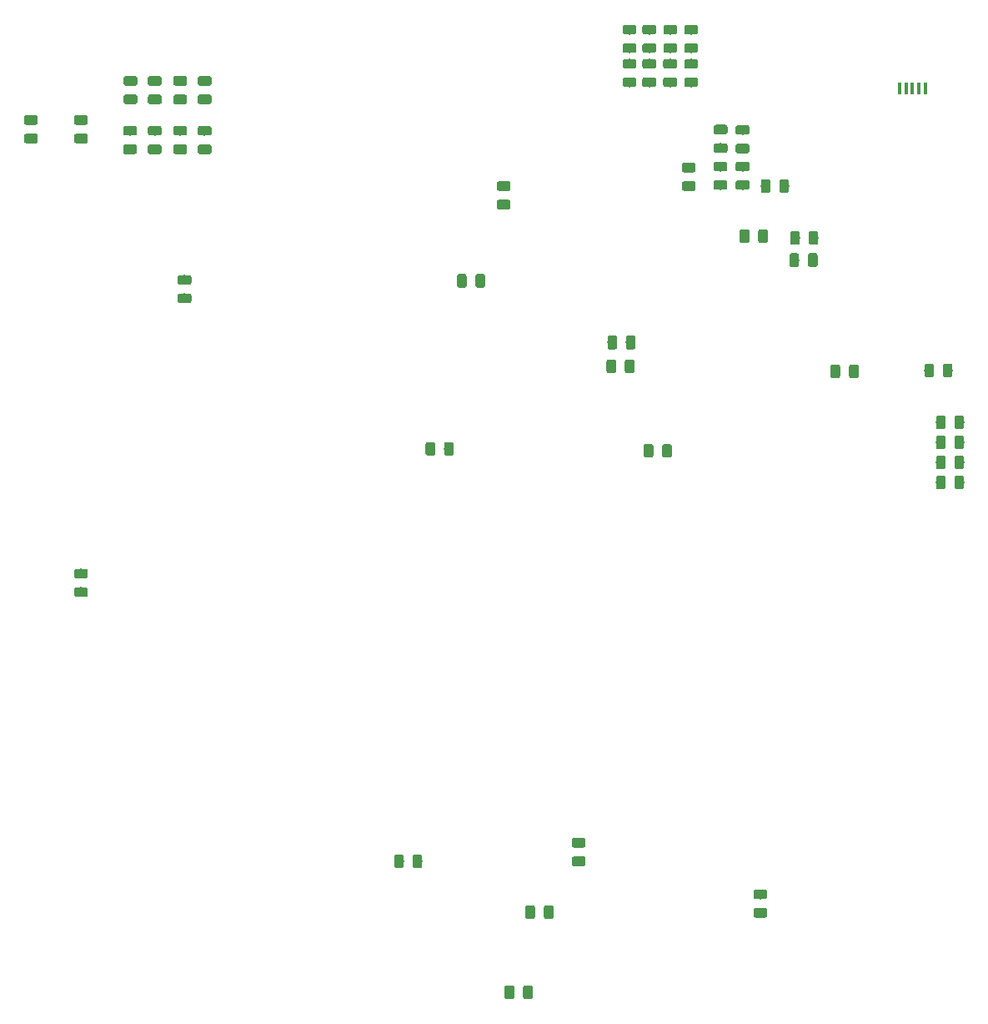
<source format=gbr>
G04 #@! TF.GenerationSoftware,KiCad,Pcbnew,(5.0.1)-4*
G04 #@! TF.CreationDate,2019-03-12T16:00:58+08:00*
G04 #@! TF.ProjectId,8051,383035312E6B696361645F7063620000,rev?*
G04 #@! TF.SameCoordinates,Original*
G04 #@! TF.FileFunction,Paste,Top*
G04 #@! TF.FilePolarity,Positive*
%FSLAX46Y46*%
G04 Gerber Fmt 4.6, Leading zero omitted, Abs format (unit mm)*
G04 Created by KiCad (PCBNEW (5.0.1)-4) date 3/12/2019 4:00:58 PM*
%MOMM*%
%LPD*%
G01*
G04 APERTURE LIST*
%ADD10C,0.100000*%
%ADD11C,0.975000*%
%ADD12R,0.450000X1.300000*%
G04 APERTURE END LIST*
D10*
G04 #@! TO.C,R12*
G36*
X32618742Y-26930474D02*
X32642403Y-26933984D01*
X32665607Y-26939796D01*
X32688129Y-26947854D01*
X32709753Y-26958082D01*
X32730270Y-26970379D01*
X32749483Y-26984629D01*
X32767207Y-27000693D01*
X32783271Y-27018417D01*
X32797521Y-27037630D01*
X32809818Y-27058147D01*
X32820046Y-27079771D01*
X32828104Y-27102293D01*
X32833916Y-27125497D01*
X32837426Y-27149158D01*
X32838600Y-27173050D01*
X32838600Y-27660550D01*
X32837426Y-27684442D01*
X32833916Y-27708103D01*
X32828104Y-27731307D01*
X32820046Y-27753829D01*
X32809818Y-27775453D01*
X32797521Y-27795970D01*
X32783271Y-27815183D01*
X32767207Y-27832907D01*
X32749483Y-27848971D01*
X32730270Y-27863221D01*
X32709753Y-27875518D01*
X32688129Y-27885746D01*
X32665607Y-27893804D01*
X32642403Y-27899616D01*
X32618742Y-27903126D01*
X32594850Y-27904300D01*
X31682350Y-27904300D01*
X31658458Y-27903126D01*
X31634797Y-27899616D01*
X31611593Y-27893804D01*
X31589071Y-27885746D01*
X31567447Y-27875518D01*
X31546930Y-27863221D01*
X31527717Y-27848971D01*
X31509993Y-27832907D01*
X31493929Y-27815183D01*
X31479679Y-27795970D01*
X31467382Y-27775453D01*
X31457154Y-27753829D01*
X31449096Y-27731307D01*
X31443284Y-27708103D01*
X31439774Y-27684442D01*
X31438600Y-27660550D01*
X31438600Y-27173050D01*
X31439774Y-27149158D01*
X31443284Y-27125497D01*
X31449096Y-27102293D01*
X31457154Y-27079771D01*
X31467382Y-27058147D01*
X31479679Y-27037630D01*
X31493929Y-27018417D01*
X31509993Y-27000693D01*
X31527717Y-26984629D01*
X31546930Y-26970379D01*
X31567447Y-26958082D01*
X31589071Y-26947854D01*
X31611593Y-26939796D01*
X31634797Y-26933984D01*
X31658458Y-26930474D01*
X31682350Y-26929300D01*
X32594850Y-26929300D01*
X32618742Y-26930474D01*
X32618742Y-26930474D01*
G37*
D11*
X32138600Y-27416800D03*
D10*
G36*
X32618742Y-28805474D02*
X32642403Y-28808984D01*
X32665607Y-28814796D01*
X32688129Y-28822854D01*
X32709753Y-28833082D01*
X32730270Y-28845379D01*
X32749483Y-28859629D01*
X32767207Y-28875693D01*
X32783271Y-28893417D01*
X32797521Y-28912630D01*
X32809818Y-28933147D01*
X32820046Y-28954771D01*
X32828104Y-28977293D01*
X32833916Y-29000497D01*
X32837426Y-29024158D01*
X32838600Y-29048050D01*
X32838600Y-29535550D01*
X32837426Y-29559442D01*
X32833916Y-29583103D01*
X32828104Y-29606307D01*
X32820046Y-29628829D01*
X32809818Y-29650453D01*
X32797521Y-29670970D01*
X32783271Y-29690183D01*
X32767207Y-29707907D01*
X32749483Y-29723971D01*
X32730270Y-29738221D01*
X32709753Y-29750518D01*
X32688129Y-29760746D01*
X32665607Y-29768804D01*
X32642403Y-29774616D01*
X32618742Y-29778126D01*
X32594850Y-29779300D01*
X31682350Y-29779300D01*
X31658458Y-29778126D01*
X31634797Y-29774616D01*
X31611593Y-29768804D01*
X31589071Y-29760746D01*
X31567447Y-29750518D01*
X31546930Y-29738221D01*
X31527717Y-29723971D01*
X31509993Y-29707907D01*
X31493929Y-29690183D01*
X31479679Y-29670970D01*
X31467382Y-29650453D01*
X31457154Y-29628829D01*
X31449096Y-29606307D01*
X31443284Y-29583103D01*
X31439774Y-29559442D01*
X31438600Y-29535550D01*
X31438600Y-29048050D01*
X31439774Y-29024158D01*
X31443284Y-29000497D01*
X31449096Y-28977293D01*
X31457154Y-28954771D01*
X31467382Y-28933147D01*
X31479679Y-28912630D01*
X31493929Y-28893417D01*
X31509993Y-28875693D01*
X31527717Y-28859629D01*
X31546930Y-28845379D01*
X31567447Y-28833082D01*
X31589071Y-28822854D01*
X31611593Y-28814796D01*
X31634797Y-28808984D01*
X31658458Y-28805474D01*
X31682350Y-28804300D01*
X32594850Y-28804300D01*
X32618742Y-28805474D01*
X32618742Y-28805474D01*
G37*
D11*
X32138600Y-29291800D03*
G04 #@! TD*
D10*
G04 #@! TO.C,R9*
G36*
X37673342Y-28805474D02*
X37697003Y-28808984D01*
X37720207Y-28814796D01*
X37742729Y-28822854D01*
X37764353Y-28833082D01*
X37784870Y-28845379D01*
X37804083Y-28859629D01*
X37821807Y-28875693D01*
X37837871Y-28893417D01*
X37852121Y-28912630D01*
X37864418Y-28933147D01*
X37874646Y-28954771D01*
X37882704Y-28977293D01*
X37888516Y-29000497D01*
X37892026Y-29024158D01*
X37893200Y-29048050D01*
X37893200Y-29535550D01*
X37892026Y-29559442D01*
X37888516Y-29583103D01*
X37882704Y-29606307D01*
X37874646Y-29628829D01*
X37864418Y-29650453D01*
X37852121Y-29670970D01*
X37837871Y-29690183D01*
X37821807Y-29707907D01*
X37804083Y-29723971D01*
X37784870Y-29738221D01*
X37764353Y-29750518D01*
X37742729Y-29760746D01*
X37720207Y-29768804D01*
X37697003Y-29774616D01*
X37673342Y-29778126D01*
X37649450Y-29779300D01*
X36736950Y-29779300D01*
X36713058Y-29778126D01*
X36689397Y-29774616D01*
X36666193Y-29768804D01*
X36643671Y-29760746D01*
X36622047Y-29750518D01*
X36601530Y-29738221D01*
X36582317Y-29723971D01*
X36564593Y-29707907D01*
X36548529Y-29690183D01*
X36534279Y-29670970D01*
X36521982Y-29650453D01*
X36511754Y-29628829D01*
X36503696Y-29606307D01*
X36497884Y-29583103D01*
X36494374Y-29559442D01*
X36493200Y-29535550D01*
X36493200Y-29048050D01*
X36494374Y-29024158D01*
X36497884Y-29000497D01*
X36503696Y-28977293D01*
X36511754Y-28954771D01*
X36521982Y-28933147D01*
X36534279Y-28912630D01*
X36548529Y-28893417D01*
X36564593Y-28875693D01*
X36582317Y-28859629D01*
X36601530Y-28845379D01*
X36622047Y-28833082D01*
X36643671Y-28822854D01*
X36666193Y-28814796D01*
X36689397Y-28808984D01*
X36713058Y-28805474D01*
X36736950Y-28804300D01*
X37649450Y-28804300D01*
X37673342Y-28805474D01*
X37673342Y-28805474D01*
G37*
D11*
X37193200Y-29291800D03*
D10*
G36*
X37673342Y-26930474D02*
X37697003Y-26933984D01*
X37720207Y-26939796D01*
X37742729Y-26947854D01*
X37764353Y-26958082D01*
X37784870Y-26970379D01*
X37804083Y-26984629D01*
X37821807Y-27000693D01*
X37837871Y-27018417D01*
X37852121Y-27037630D01*
X37864418Y-27058147D01*
X37874646Y-27079771D01*
X37882704Y-27102293D01*
X37888516Y-27125497D01*
X37892026Y-27149158D01*
X37893200Y-27173050D01*
X37893200Y-27660550D01*
X37892026Y-27684442D01*
X37888516Y-27708103D01*
X37882704Y-27731307D01*
X37874646Y-27753829D01*
X37864418Y-27775453D01*
X37852121Y-27795970D01*
X37837871Y-27815183D01*
X37821807Y-27832907D01*
X37804083Y-27848971D01*
X37784870Y-27863221D01*
X37764353Y-27875518D01*
X37742729Y-27885746D01*
X37720207Y-27893804D01*
X37697003Y-27899616D01*
X37673342Y-27903126D01*
X37649450Y-27904300D01*
X36736950Y-27904300D01*
X36713058Y-27903126D01*
X36689397Y-27899616D01*
X36666193Y-27893804D01*
X36643671Y-27885746D01*
X36622047Y-27875518D01*
X36601530Y-27863221D01*
X36582317Y-27848971D01*
X36564593Y-27832907D01*
X36548529Y-27815183D01*
X36534279Y-27795970D01*
X36521982Y-27775453D01*
X36511754Y-27753829D01*
X36503696Y-27731307D01*
X36497884Y-27708103D01*
X36494374Y-27684442D01*
X36493200Y-27660550D01*
X36493200Y-27173050D01*
X36494374Y-27149158D01*
X36497884Y-27125497D01*
X36503696Y-27102293D01*
X36511754Y-27079771D01*
X36521982Y-27058147D01*
X36534279Y-27037630D01*
X36548529Y-27018417D01*
X36564593Y-27000693D01*
X36582317Y-26984629D01*
X36601530Y-26970379D01*
X36622047Y-26958082D01*
X36643671Y-26947854D01*
X36666193Y-26939796D01*
X36689397Y-26933984D01*
X36713058Y-26930474D01*
X36736950Y-26929300D01*
X37649450Y-26929300D01*
X37673342Y-26930474D01*
X37673342Y-26930474D01*
G37*
D11*
X37193200Y-27416800D03*
G04 #@! TD*
D10*
G04 #@! TO.C,R8*
G36*
X35196842Y-26930474D02*
X35220503Y-26933984D01*
X35243707Y-26939796D01*
X35266229Y-26947854D01*
X35287853Y-26958082D01*
X35308370Y-26970379D01*
X35327583Y-26984629D01*
X35345307Y-27000693D01*
X35361371Y-27018417D01*
X35375621Y-27037630D01*
X35387918Y-27058147D01*
X35398146Y-27079771D01*
X35406204Y-27102293D01*
X35412016Y-27125497D01*
X35415526Y-27149158D01*
X35416700Y-27173050D01*
X35416700Y-27660550D01*
X35415526Y-27684442D01*
X35412016Y-27708103D01*
X35406204Y-27731307D01*
X35398146Y-27753829D01*
X35387918Y-27775453D01*
X35375621Y-27795970D01*
X35361371Y-27815183D01*
X35345307Y-27832907D01*
X35327583Y-27848971D01*
X35308370Y-27863221D01*
X35287853Y-27875518D01*
X35266229Y-27885746D01*
X35243707Y-27893804D01*
X35220503Y-27899616D01*
X35196842Y-27903126D01*
X35172950Y-27904300D01*
X34260450Y-27904300D01*
X34236558Y-27903126D01*
X34212897Y-27899616D01*
X34189693Y-27893804D01*
X34167171Y-27885746D01*
X34145547Y-27875518D01*
X34125030Y-27863221D01*
X34105817Y-27848971D01*
X34088093Y-27832907D01*
X34072029Y-27815183D01*
X34057779Y-27795970D01*
X34045482Y-27775453D01*
X34035254Y-27753829D01*
X34027196Y-27731307D01*
X34021384Y-27708103D01*
X34017874Y-27684442D01*
X34016700Y-27660550D01*
X34016700Y-27173050D01*
X34017874Y-27149158D01*
X34021384Y-27125497D01*
X34027196Y-27102293D01*
X34035254Y-27079771D01*
X34045482Y-27058147D01*
X34057779Y-27037630D01*
X34072029Y-27018417D01*
X34088093Y-27000693D01*
X34105817Y-26984629D01*
X34125030Y-26970379D01*
X34145547Y-26958082D01*
X34167171Y-26947854D01*
X34189693Y-26939796D01*
X34212897Y-26933984D01*
X34236558Y-26930474D01*
X34260450Y-26929300D01*
X35172950Y-26929300D01*
X35196842Y-26930474D01*
X35196842Y-26930474D01*
G37*
D11*
X34716700Y-27416800D03*
D10*
G36*
X35196842Y-28805474D02*
X35220503Y-28808984D01*
X35243707Y-28814796D01*
X35266229Y-28822854D01*
X35287853Y-28833082D01*
X35308370Y-28845379D01*
X35327583Y-28859629D01*
X35345307Y-28875693D01*
X35361371Y-28893417D01*
X35375621Y-28912630D01*
X35387918Y-28933147D01*
X35398146Y-28954771D01*
X35406204Y-28977293D01*
X35412016Y-29000497D01*
X35415526Y-29024158D01*
X35416700Y-29048050D01*
X35416700Y-29535550D01*
X35415526Y-29559442D01*
X35412016Y-29583103D01*
X35406204Y-29606307D01*
X35398146Y-29628829D01*
X35387918Y-29650453D01*
X35375621Y-29670970D01*
X35361371Y-29690183D01*
X35345307Y-29707907D01*
X35327583Y-29723971D01*
X35308370Y-29738221D01*
X35287853Y-29750518D01*
X35266229Y-29760746D01*
X35243707Y-29768804D01*
X35220503Y-29774616D01*
X35196842Y-29778126D01*
X35172950Y-29779300D01*
X34260450Y-29779300D01*
X34236558Y-29778126D01*
X34212897Y-29774616D01*
X34189693Y-29768804D01*
X34167171Y-29760746D01*
X34145547Y-29750518D01*
X34125030Y-29738221D01*
X34105817Y-29723971D01*
X34088093Y-29707907D01*
X34072029Y-29690183D01*
X34057779Y-29670970D01*
X34045482Y-29650453D01*
X34035254Y-29628829D01*
X34027196Y-29606307D01*
X34021384Y-29583103D01*
X34017874Y-29559442D01*
X34016700Y-29535550D01*
X34016700Y-29048050D01*
X34017874Y-29024158D01*
X34021384Y-29000497D01*
X34027196Y-28977293D01*
X34035254Y-28954771D01*
X34045482Y-28933147D01*
X34057779Y-28912630D01*
X34072029Y-28893417D01*
X34088093Y-28875693D01*
X34105817Y-28859629D01*
X34125030Y-28845379D01*
X34145547Y-28833082D01*
X34167171Y-28822854D01*
X34189693Y-28814796D01*
X34212897Y-28808984D01*
X34236558Y-28805474D01*
X34260450Y-28804300D01*
X35172950Y-28804300D01*
X35196842Y-28805474D01*
X35196842Y-28805474D01*
G37*
D11*
X34716700Y-29291800D03*
G04 #@! TD*
D10*
G04 #@! TO.C,R7*
G36*
X30144842Y-21865174D02*
X30168503Y-21868684D01*
X30191707Y-21874496D01*
X30214229Y-21882554D01*
X30235853Y-21892782D01*
X30256370Y-21905079D01*
X30275583Y-21919329D01*
X30293307Y-21935393D01*
X30309371Y-21953117D01*
X30323621Y-21972330D01*
X30335918Y-21992847D01*
X30346146Y-22014471D01*
X30354204Y-22036993D01*
X30360016Y-22060197D01*
X30363526Y-22083858D01*
X30364700Y-22107750D01*
X30364700Y-22595250D01*
X30363526Y-22619142D01*
X30360016Y-22642803D01*
X30354204Y-22666007D01*
X30346146Y-22688529D01*
X30335918Y-22710153D01*
X30323621Y-22730670D01*
X30309371Y-22749883D01*
X30293307Y-22767607D01*
X30275583Y-22783671D01*
X30256370Y-22797921D01*
X30235853Y-22810218D01*
X30214229Y-22820446D01*
X30191707Y-22828504D01*
X30168503Y-22834316D01*
X30144842Y-22837826D01*
X30120950Y-22839000D01*
X29208450Y-22839000D01*
X29184558Y-22837826D01*
X29160897Y-22834316D01*
X29137693Y-22828504D01*
X29115171Y-22820446D01*
X29093547Y-22810218D01*
X29073030Y-22797921D01*
X29053817Y-22783671D01*
X29036093Y-22767607D01*
X29020029Y-22749883D01*
X29005779Y-22730670D01*
X28993482Y-22710153D01*
X28983254Y-22688529D01*
X28975196Y-22666007D01*
X28969384Y-22642803D01*
X28965874Y-22619142D01*
X28964700Y-22595250D01*
X28964700Y-22107750D01*
X28965874Y-22083858D01*
X28969384Y-22060197D01*
X28975196Y-22036993D01*
X28983254Y-22014471D01*
X28993482Y-21992847D01*
X29005779Y-21972330D01*
X29020029Y-21953117D01*
X29036093Y-21935393D01*
X29053817Y-21919329D01*
X29073030Y-21905079D01*
X29093547Y-21892782D01*
X29115171Y-21882554D01*
X29137693Y-21874496D01*
X29160897Y-21868684D01*
X29184558Y-21865174D01*
X29208450Y-21864000D01*
X30120950Y-21864000D01*
X30144842Y-21865174D01*
X30144842Y-21865174D01*
G37*
D11*
X29664700Y-22351500D03*
D10*
G36*
X30144842Y-23740174D02*
X30168503Y-23743684D01*
X30191707Y-23749496D01*
X30214229Y-23757554D01*
X30235853Y-23767782D01*
X30256370Y-23780079D01*
X30275583Y-23794329D01*
X30293307Y-23810393D01*
X30309371Y-23828117D01*
X30323621Y-23847330D01*
X30335918Y-23867847D01*
X30346146Y-23889471D01*
X30354204Y-23911993D01*
X30360016Y-23935197D01*
X30363526Y-23958858D01*
X30364700Y-23982750D01*
X30364700Y-24470250D01*
X30363526Y-24494142D01*
X30360016Y-24517803D01*
X30354204Y-24541007D01*
X30346146Y-24563529D01*
X30335918Y-24585153D01*
X30323621Y-24605670D01*
X30309371Y-24624883D01*
X30293307Y-24642607D01*
X30275583Y-24658671D01*
X30256370Y-24672921D01*
X30235853Y-24685218D01*
X30214229Y-24695446D01*
X30191707Y-24703504D01*
X30168503Y-24709316D01*
X30144842Y-24712826D01*
X30120950Y-24714000D01*
X29208450Y-24714000D01*
X29184558Y-24712826D01*
X29160897Y-24709316D01*
X29137693Y-24703504D01*
X29115171Y-24695446D01*
X29093547Y-24685218D01*
X29073030Y-24672921D01*
X29053817Y-24658671D01*
X29036093Y-24642607D01*
X29020029Y-24624883D01*
X29005779Y-24605670D01*
X28993482Y-24585153D01*
X28983254Y-24563529D01*
X28975196Y-24541007D01*
X28969384Y-24517803D01*
X28965874Y-24494142D01*
X28964700Y-24470250D01*
X28964700Y-23982750D01*
X28965874Y-23958858D01*
X28969384Y-23935197D01*
X28975196Y-23911993D01*
X28983254Y-23889471D01*
X28993482Y-23867847D01*
X29005779Y-23847330D01*
X29020029Y-23828117D01*
X29036093Y-23810393D01*
X29053817Y-23794329D01*
X29073030Y-23780079D01*
X29093547Y-23767782D01*
X29115171Y-23757554D01*
X29137693Y-23749496D01*
X29160897Y-23743684D01*
X29184558Y-23740174D01*
X29208450Y-23739000D01*
X30120950Y-23739000D01*
X30144842Y-23740174D01*
X30144842Y-23740174D01*
G37*
D11*
X29664700Y-24226500D03*
G04 #@! TD*
D10*
G04 #@! TO.C,R16*
G36*
X30099042Y-26930474D02*
X30122703Y-26933984D01*
X30145907Y-26939796D01*
X30168429Y-26947854D01*
X30190053Y-26958082D01*
X30210570Y-26970379D01*
X30229783Y-26984629D01*
X30247507Y-27000693D01*
X30263571Y-27018417D01*
X30277821Y-27037630D01*
X30290118Y-27058147D01*
X30300346Y-27079771D01*
X30308404Y-27102293D01*
X30314216Y-27125497D01*
X30317726Y-27149158D01*
X30318900Y-27173050D01*
X30318900Y-27660550D01*
X30317726Y-27684442D01*
X30314216Y-27708103D01*
X30308404Y-27731307D01*
X30300346Y-27753829D01*
X30290118Y-27775453D01*
X30277821Y-27795970D01*
X30263571Y-27815183D01*
X30247507Y-27832907D01*
X30229783Y-27848971D01*
X30210570Y-27863221D01*
X30190053Y-27875518D01*
X30168429Y-27885746D01*
X30145907Y-27893804D01*
X30122703Y-27899616D01*
X30099042Y-27903126D01*
X30075150Y-27904300D01*
X29162650Y-27904300D01*
X29138758Y-27903126D01*
X29115097Y-27899616D01*
X29091893Y-27893804D01*
X29069371Y-27885746D01*
X29047747Y-27875518D01*
X29027230Y-27863221D01*
X29008017Y-27848971D01*
X28990293Y-27832907D01*
X28974229Y-27815183D01*
X28959979Y-27795970D01*
X28947682Y-27775453D01*
X28937454Y-27753829D01*
X28929396Y-27731307D01*
X28923584Y-27708103D01*
X28920074Y-27684442D01*
X28918900Y-27660550D01*
X28918900Y-27173050D01*
X28920074Y-27149158D01*
X28923584Y-27125497D01*
X28929396Y-27102293D01*
X28937454Y-27079771D01*
X28947682Y-27058147D01*
X28959979Y-27037630D01*
X28974229Y-27018417D01*
X28990293Y-27000693D01*
X29008017Y-26984629D01*
X29027230Y-26970379D01*
X29047747Y-26958082D01*
X29069371Y-26947854D01*
X29091893Y-26939796D01*
X29115097Y-26933984D01*
X29138758Y-26930474D01*
X29162650Y-26929300D01*
X30075150Y-26929300D01*
X30099042Y-26930474D01*
X30099042Y-26930474D01*
G37*
D11*
X29618900Y-27416800D03*
D10*
G36*
X30099042Y-28805474D02*
X30122703Y-28808984D01*
X30145907Y-28814796D01*
X30168429Y-28822854D01*
X30190053Y-28833082D01*
X30210570Y-28845379D01*
X30229783Y-28859629D01*
X30247507Y-28875693D01*
X30263571Y-28893417D01*
X30277821Y-28912630D01*
X30290118Y-28933147D01*
X30300346Y-28954771D01*
X30308404Y-28977293D01*
X30314216Y-29000497D01*
X30317726Y-29024158D01*
X30318900Y-29048050D01*
X30318900Y-29535550D01*
X30317726Y-29559442D01*
X30314216Y-29583103D01*
X30308404Y-29606307D01*
X30300346Y-29628829D01*
X30290118Y-29650453D01*
X30277821Y-29670970D01*
X30263571Y-29690183D01*
X30247507Y-29707907D01*
X30229783Y-29723971D01*
X30210570Y-29738221D01*
X30190053Y-29750518D01*
X30168429Y-29760746D01*
X30145907Y-29768804D01*
X30122703Y-29774616D01*
X30099042Y-29778126D01*
X30075150Y-29779300D01*
X29162650Y-29779300D01*
X29138758Y-29778126D01*
X29115097Y-29774616D01*
X29091893Y-29768804D01*
X29069371Y-29760746D01*
X29047747Y-29750518D01*
X29027230Y-29738221D01*
X29008017Y-29723971D01*
X28990293Y-29707907D01*
X28974229Y-29690183D01*
X28959979Y-29670970D01*
X28947682Y-29650453D01*
X28937454Y-29628829D01*
X28929396Y-29606307D01*
X28923584Y-29583103D01*
X28920074Y-29559442D01*
X28918900Y-29535550D01*
X28918900Y-29048050D01*
X28920074Y-29024158D01*
X28923584Y-29000497D01*
X28929396Y-28977293D01*
X28937454Y-28954771D01*
X28947682Y-28933147D01*
X28959979Y-28912630D01*
X28974229Y-28893417D01*
X28990293Y-28875693D01*
X29008017Y-28859629D01*
X29027230Y-28845379D01*
X29047747Y-28833082D01*
X29069371Y-28822854D01*
X29091893Y-28814796D01*
X29115097Y-28808984D01*
X29138758Y-28805474D01*
X29162650Y-28804300D01*
X30075150Y-28804300D01*
X30099042Y-28805474D01*
X30099042Y-28805474D01*
G37*
D11*
X29618900Y-29291800D03*
G04 #@! TD*
D10*
G04 #@! TO.C,R5*
G36*
X32618742Y-21865174D02*
X32642403Y-21868684D01*
X32665607Y-21874496D01*
X32688129Y-21882554D01*
X32709753Y-21892782D01*
X32730270Y-21905079D01*
X32749483Y-21919329D01*
X32767207Y-21935393D01*
X32783271Y-21953117D01*
X32797521Y-21972330D01*
X32809818Y-21992847D01*
X32820046Y-22014471D01*
X32828104Y-22036993D01*
X32833916Y-22060197D01*
X32837426Y-22083858D01*
X32838600Y-22107750D01*
X32838600Y-22595250D01*
X32837426Y-22619142D01*
X32833916Y-22642803D01*
X32828104Y-22666007D01*
X32820046Y-22688529D01*
X32809818Y-22710153D01*
X32797521Y-22730670D01*
X32783271Y-22749883D01*
X32767207Y-22767607D01*
X32749483Y-22783671D01*
X32730270Y-22797921D01*
X32709753Y-22810218D01*
X32688129Y-22820446D01*
X32665607Y-22828504D01*
X32642403Y-22834316D01*
X32618742Y-22837826D01*
X32594850Y-22839000D01*
X31682350Y-22839000D01*
X31658458Y-22837826D01*
X31634797Y-22834316D01*
X31611593Y-22828504D01*
X31589071Y-22820446D01*
X31567447Y-22810218D01*
X31546930Y-22797921D01*
X31527717Y-22783671D01*
X31509993Y-22767607D01*
X31493929Y-22749883D01*
X31479679Y-22730670D01*
X31467382Y-22710153D01*
X31457154Y-22688529D01*
X31449096Y-22666007D01*
X31443284Y-22642803D01*
X31439774Y-22619142D01*
X31438600Y-22595250D01*
X31438600Y-22107750D01*
X31439774Y-22083858D01*
X31443284Y-22060197D01*
X31449096Y-22036993D01*
X31457154Y-22014471D01*
X31467382Y-21992847D01*
X31479679Y-21972330D01*
X31493929Y-21953117D01*
X31509993Y-21935393D01*
X31527717Y-21919329D01*
X31546930Y-21905079D01*
X31567447Y-21892782D01*
X31589071Y-21882554D01*
X31611593Y-21874496D01*
X31634797Y-21868684D01*
X31658458Y-21865174D01*
X31682350Y-21864000D01*
X32594850Y-21864000D01*
X32618742Y-21865174D01*
X32618742Y-21865174D01*
G37*
D11*
X32138600Y-22351500D03*
D10*
G36*
X32618742Y-23740174D02*
X32642403Y-23743684D01*
X32665607Y-23749496D01*
X32688129Y-23757554D01*
X32709753Y-23767782D01*
X32730270Y-23780079D01*
X32749483Y-23794329D01*
X32767207Y-23810393D01*
X32783271Y-23828117D01*
X32797521Y-23847330D01*
X32809818Y-23867847D01*
X32820046Y-23889471D01*
X32828104Y-23911993D01*
X32833916Y-23935197D01*
X32837426Y-23958858D01*
X32838600Y-23982750D01*
X32838600Y-24470250D01*
X32837426Y-24494142D01*
X32833916Y-24517803D01*
X32828104Y-24541007D01*
X32820046Y-24563529D01*
X32809818Y-24585153D01*
X32797521Y-24605670D01*
X32783271Y-24624883D01*
X32767207Y-24642607D01*
X32749483Y-24658671D01*
X32730270Y-24672921D01*
X32709753Y-24685218D01*
X32688129Y-24695446D01*
X32665607Y-24703504D01*
X32642403Y-24709316D01*
X32618742Y-24712826D01*
X32594850Y-24714000D01*
X31682350Y-24714000D01*
X31658458Y-24712826D01*
X31634797Y-24709316D01*
X31611593Y-24703504D01*
X31589071Y-24695446D01*
X31567447Y-24685218D01*
X31546930Y-24672921D01*
X31527717Y-24658671D01*
X31509993Y-24642607D01*
X31493929Y-24624883D01*
X31479679Y-24605670D01*
X31467382Y-24585153D01*
X31457154Y-24563529D01*
X31449096Y-24541007D01*
X31443284Y-24517803D01*
X31439774Y-24494142D01*
X31438600Y-24470250D01*
X31438600Y-23982750D01*
X31439774Y-23958858D01*
X31443284Y-23935197D01*
X31449096Y-23911993D01*
X31457154Y-23889471D01*
X31467382Y-23867847D01*
X31479679Y-23847330D01*
X31493929Y-23828117D01*
X31509993Y-23810393D01*
X31527717Y-23794329D01*
X31546930Y-23780079D01*
X31567447Y-23767782D01*
X31589071Y-23757554D01*
X31611593Y-23749496D01*
X31634797Y-23743684D01*
X31658458Y-23740174D01*
X31682350Y-23739000D01*
X32594850Y-23739000D01*
X32618742Y-23740174D01*
X32618742Y-23740174D01*
G37*
D11*
X32138600Y-24226500D03*
G04 #@! TD*
D10*
G04 #@! TO.C,R4*
G36*
X35196842Y-23740174D02*
X35220503Y-23743684D01*
X35243707Y-23749496D01*
X35266229Y-23757554D01*
X35287853Y-23767782D01*
X35308370Y-23780079D01*
X35327583Y-23794329D01*
X35345307Y-23810393D01*
X35361371Y-23828117D01*
X35375621Y-23847330D01*
X35387918Y-23867847D01*
X35398146Y-23889471D01*
X35406204Y-23911993D01*
X35412016Y-23935197D01*
X35415526Y-23958858D01*
X35416700Y-23982750D01*
X35416700Y-24470250D01*
X35415526Y-24494142D01*
X35412016Y-24517803D01*
X35406204Y-24541007D01*
X35398146Y-24563529D01*
X35387918Y-24585153D01*
X35375621Y-24605670D01*
X35361371Y-24624883D01*
X35345307Y-24642607D01*
X35327583Y-24658671D01*
X35308370Y-24672921D01*
X35287853Y-24685218D01*
X35266229Y-24695446D01*
X35243707Y-24703504D01*
X35220503Y-24709316D01*
X35196842Y-24712826D01*
X35172950Y-24714000D01*
X34260450Y-24714000D01*
X34236558Y-24712826D01*
X34212897Y-24709316D01*
X34189693Y-24703504D01*
X34167171Y-24695446D01*
X34145547Y-24685218D01*
X34125030Y-24672921D01*
X34105817Y-24658671D01*
X34088093Y-24642607D01*
X34072029Y-24624883D01*
X34057779Y-24605670D01*
X34045482Y-24585153D01*
X34035254Y-24563529D01*
X34027196Y-24541007D01*
X34021384Y-24517803D01*
X34017874Y-24494142D01*
X34016700Y-24470250D01*
X34016700Y-23982750D01*
X34017874Y-23958858D01*
X34021384Y-23935197D01*
X34027196Y-23911993D01*
X34035254Y-23889471D01*
X34045482Y-23867847D01*
X34057779Y-23847330D01*
X34072029Y-23828117D01*
X34088093Y-23810393D01*
X34105817Y-23794329D01*
X34125030Y-23780079D01*
X34145547Y-23767782D01*
X34167171Y-23757554D01*
X34189693Y-23749496D01*
X34212897Y-23743684D01*
X34236558Y-23740174D01*
X34260450Y-23739000D01*
X35172950Y-23739000D01*
X35196842Y-23740174D01*
X35196842Y-23740174D01*
G37*
D11*
X34716700Y-24226500D03*
D10*
G36*
X35196842Y-21865174D02*
X35220503Y-21868684D01*
X35243707Y-21874496D01*
X35266229Y-21882554D01*
X35287853Y-21892782D01*
X35308370Y-21905079D01*
X35327583Y-21919329D01*
X35345307Y-21935393D01*
X35361371Y-21953117D01*
X35375621Y-21972330D01*
X35387918Y-21992847D01*
X35398146Y-22014471D01*
X35406204Y-22036993D01*
X35412016Y-22060197D01*
X35415526Y-22083858D01*
X35416700Y-22107750D01*
X35416700Y-22595250D01*
X35415526Y-22619142D01*
X35412016Y-22642803D01*
X35406204Y-22666007D01*
X35398146Y-22688529D01*
X35387918Y-22710153D01*
X35375621Y-22730670D01*
X35361371Y-22749883D01*
X35345307Y-22767607D01*
X35327583Y-22783671D01*
X35308370Y-22797921D01*
X35287853Y-22810218D01*
X35266229Y-22820446D01*
X35243707Y-22828504D01*
X35220503Y-22834316D01*
X35196842Y-22837826D01*
X35172950Y-22839000D01*
X34260450Y-22839000D01*
X34236558Y-22837826D01*
X34212897Y-22834316D01*
X34189693Y-22828504D01*
X34167171Y-22820446D01*
X34145547Y-22810218D01*
X34125030Y-22797921D01*
X34105817Y-22783671D01*
X34088093Y-22767607D01*
X34072029Y-22749883D01*
X34057779Y-22730670D01*
X34045482Y-22710153D01*
X34035254Y-22688529D01*
X34027196Y-22666007D01*
X34021384Y-22642803D01*
X34017874Y-22619142D01*
X34016700Y-22595250D01*
X34016700Y-22107750D01*
X34017874Y-22083858D01*
X34021384Y-22060197D01*
X34027196Y-22036993D01*
X34035254Y-22014471D01*
X34045482Y-21992847D01*
X34057779Y-21972330D01*
X34072029Y-21953117D01*
X34088093Y-21935393D01*
X34105817Y-21919329D01*
X34125030Y-21905079D01*
X34145547Y-21892782D01*
X34167171Y-21882554D01*
X34189693Y-21874496D01*
X34212897Y-21868684D01*
X34236558Y-21865174D01*
X34260450Y-21864000D01*
X35172950Y-21864000D01*
X35196842Y-21865174D01*
X35196842Y-21865174D01*
G37*
D11*
X34716700Y-22351500D03*
G04 #@! TD*
D10*
G04 #@! TO.C,R6*
G36*
X37673342Y-21865174D02*
X37697003Y-21868684D01*
X37720207Y-21874496D01*
X37742729Y-21882554D01*
X37764353Y-21892782D01*
X37784870Y-21905079D01*
X37804083Y-21919329D01*
X37821807Y-21935393D01*
X37837871Y-21953117D01*
X37852121Y-21972330D01*
X37864418Y-21992847D01*
X37874646Y-22014471D01*
X37882704Y-22036993D01*
X37888516Y-22060197D01*
X37892026Y-22083858D01*
X37893200Y-22107750D01*
X37893200Y-22595250D01*
X37892026Y-22619142D01*
X37888516Y-22642803D01*
X37882704Y-22666007D01*
X37874646Y-22688529D01*
X37864418Y-22710153D01*
X37852121Y-22730670D01*
X37837871Y-22749883D01*
X37821807Y-22767607D01*
X37804083Y-22783671D01*
X37784870Y-22797921D01*
X37764353Y-22810218D01*
X37742729Y-22820446D01*
X37720207Y-22828504D01*
X37697003Y-22834316D01*
X37673342Y-22837826D01*
X37649450Y-22839000D01*
X36736950Y-22839000D01*
X36713058Y-22837826D01*
X36689397Y-22834316D01*
X36666193Y-22828504D01*
X36643671Y-22820446D01*
X36622047Y-22810218D01*
X36601530Y-22797921D01*
X36582317Y-22783671D01*
X36564593Y-22767607D01*
X36548529Y-22749883D01*
X36534279Y-22730670D01*
X36521982Y-22710153D01*
X36511754Y-22688529D01*
X36503696Y-22666007D01*
X36497884Y-22642803D01*
X36494374Y-22619142D01*
X36493200Y-22595250D01*
X36493200Y-22107750D01*
X36494374Y-22083858D01*
X36497884Y-22060197D01*
X36503696Y-22036993D01*
X36511754Y-22014471D01*
X36521982Y-21992847D01*
X36534279Y-21972330D01*
X36548529Y-21953117D01*
X36564593Y-21935393D01*
X36582317Y-21919329D01*
X36601530Y-21905079D01*
X36622047Y-21892782D01*
X36643671Y-21882554D01*
X36666193Y-21874496D01*
X36689397Y-21868684D01*
X36713058Y-21865174D01*
X36736950Y-21864000D01*
X37649450Y-21864000D01*
X37673342Y-21865174D01*
X37673342Y-21865174D01*
G37*
D11*
X37193200Y-22351500D03*
D10*
G36*
X37673342Y-23740174D02*
X37697003Y-23743684D01*
X37720207Y-23749496D01*
X37742729Y-23757554D01*
X37764353Y-23767782D01*
X37784870Y-23780079D01*
X37804083Y-23794329D01*
X37821807Y-23810393D01*
X37837871Y-23828117D01*
X37852121Y-23847330D01*
X37864418Y-23867847D01*
X37874646Y-23889471D01*
X37882704Y-23911993D01*
X37888516Y-23935197D01*
X37892026Y-23958858D01*
X37893200Y-23982750D01*
X37893200Y-24470250D01*
X37892026Y-24494142D01*
X37888516Y-24517803D01*
X37882704Y-24541007D01*
X37874646Y-24563529D01*
X37864418Y-24585153D01*
X37852121Y-24605670D01*
X37837871Y-24624883D01*
X37821807Y-24642607D01*
X37804083Y-24658671D01*
X37784870Y-24672921D01*
X37764353Y-24685218D01*
X37742729Y-24695446D01*
X37720207Y-24703504D01*
X37697003Y-24709316D01*
X37673342Y-24712826D01*
X37649450Y-24714000D01*
X36736950Y-24714000D01*
X36713058Y-24712826D01*
X36689397Y-24709316D01*
X36666193Y-24703504D01*
X36643671Y-24695446D01*
X36622047Y-24685218D01*
X36601530Y-24672921D01*
X36582317Y-24658671D01*
X36564593Y-24642607D01*
X36548529Y-24624883D01*
X36534279Y-24605670D01*
X36521982Y-24585153D01*
X36511754Y-24563529D01*
X36503696Y-24541007D01*
X36497884Y-24517803D01*
X36494374Y-24494142D01*
X36493200Y-24470250D01*
X36493200Y-23982750D01*
X36494374Y-23958858D01*
X36497884Y-23935197D01*
X36503696Y-23911993D01*
X36511754Y-23889471D01*
X36521982Y-23867847D01*
X36534279Y-23847330D01*
X36548529Y-23828117D01*
X36564593Y-23810393D01*
X36582317Y-23794329D01*
X36601530Y-23780079D01*
X36622047Y-23767782D01*
X36643671Y-23757554D01*
X36666193Y-23749496D01*
X36689397Y-23743684D01*
X36713058Y-23740174D01*
X36736950Y-23739000D01*
X37649450Y-23739000D01*
X37673342Y-23740174D01*
X37673342Y-23740174D01*
G37*
D11*
X37193200Y-24226500D03*
G04 #@! TD*
D10*
G04 #@! TO.C,C22*
G36*
X86840142Y-32533674D02*
X86863803Y-32537184D01*
X86887007Y-32542996D01*
X86909529Y-32551054D01*
X86931153Y-32561282D01*
X86951670Y-32573579D01*
X86970883Y-32587829D01*
X86988607Y-32603893D01*
X87004671Y-32621617D01*
X87018921Y-32640830D01*
X87031218Y-32661347D01*
X87041446Y-32682971D01*
X87049504Y-32705493D01*
X87055316Y-32728697D01*
X87058826Y-32752358D01*
X87060000Y-32776250D01*
X87060000Y-33263750D01*
X87058826Y-33287642D01*
X87055316Y-33311303D01*
X87049504Y-33334507D01*
X87041446Y-33357029D01*
X87031218Y-33378653D01*
X87018921Y-33399170D01*
X87004671Y-33418383D01*
X86988607Y-33436107D01*
X86970883Y-33452171D01*
X86951670Y-33466421D01*
X86931153Y-33478718D01*
X86909529Y-33488946D01*
X86887007Y-33497004D01*
X86863803Y-33502816D01*
X86840142Y-33506326D01*
X86816250Y-33507500D01*
X85903750Y-33507500D01*
X85879858Y-33506326D01*
X85856197Y-33502816D01*
X85832993Y-33497004D01*
X85810471Y-33488946D01*
X85788847Y-33478718D01*
X85768330Y-33466421D01*
X85749117Y-33452171D01*
X85731393Y-33436107D01*
X85715329Y-33418383D01*
X85701079Y-33399170D01*
X85688782Y-33378653D01*
X85678554Y-33357029D01*
X85670496Y-33334507D01*
X85664684Y-33311303D01*
X85661174Y-33287642D01*
X85660000Y-33263750D01*
X85660000Y-32776250D01*
X85661174Y-32752358D01*
X85664684Y-32728697D01*
X85670496Y-32705493D01*
X85678554Y-32682971D01*
X85688782Y-32661347D01*
X85701079Y-32640830D01*
X85715329Y-32621617D01*
X85731393Y-32603893D01*
X85749117Y-32587829D01*
X85768330Y-32573579D01*
X85788847Y-32561282D01*
X85810471Y-32551054D01*
X85832993Y-32542996D01*
X85856197Y-32537184D01*
X85879858Y-32533674D01*
X85903750Y-32532500D01*
X86816250Y-32532500D01*
X86840142Y-32533674D01*
X86840142Y-32533674D01*
G37*
D11*
X86360000Y-33020000D03*
D10*
G36*
X86840142Y-30658674D02*
X86863803Y-30662184D01*
X86887007Y-30667996D01*
X86909529Y-30676054D01*
X86931153Y-30686282D01*
X86951670Y-30698579D01*
X86970883Y-30712829D01*
X86988607Y-30728893D01*
X87004671Y-30746617D01*
X87018921Y-30765830D01*
X87031218Y-30786347D01*
X87041446Y-30807971D01*
X87049504Y-30830493D01*
X87055316Y-30853697D01*
X87058826Y-30877358D01*
X87060000Y-30901250D01*
X87060000Y-31388750D01*
X87058826Y-31412642D01*
X87055316Y-31436303D01*
X87049504Y-31459507D01*
X87041446Y-31482029D01*
X87031218Y-31503653D01*
X87018921Y-31524170D01*
X87004671Y-31543383D01*
X86988607Y-31561107D01*
X86970883Y-31577171D01*
X86951670Y-31591421D01*
X86931153Y-31603718D01*
X86909529Y-31613946D01*
X86887007Y-31622004D01*
X86863803Y-31627816D01*
X86840142Y-31631326D01*
X86816250Y-31632500D01*
X85903750Y-31632500D01*
X85879858Y-31631326D01*
X85856197Y-31627816D01*
X85832993Y-31622004D01*
X85810471Y-31613946D01*
X85788847Y-31603718D01*
X85768330Y-31591421D01*
X85749117Y-31577171D01*
X85731393Y-31561107D01*
X85715329Y-31543383D01*
X85701079Y-31524170D01*
X85688782Y-31503653D01*
X85678554Y-31482029D01*
X85670496Y-31459507D01*
X85664684Y-31436303D01*
X85661174Y-31412642D01*
X85660000Y-31388750D01*
X85660000Y-30901250D01*
X85661174Y-30877358D01*
X85664684Y-30853697D01*
X85670496Y-30830493D01*
X85678554Y-30807971D01*
X85688782Y-30786347D01*
X85701079Y-30765830D01*
X85715329Y-30746617D01*
X85731393Y-30728893D01*
X85749117Y-30712829D01*
X85768330Y-30698579D01*
X85788847Y-30686282D01*
X85810471Y-30676054D01*
X85832993Y-30667996D01*
X85856197Y-30662184D01*
X85879858Y-30658674D01*
X85903750Y-30657500D01*
X86816250Y-30657500D01*
X86840142Y-30658674D01*
X86840142Y-30658674D01*
G37*
D11*
X86360000Y-31145000D03*
G04 #@! TD*
D10*
G04 #@! TO.C,C5*
G36*
X25123242Y-73725074D02*
X25146903Y-73728584D01*
X25170107Y-73734396D01*
X25192629Y-73742454D01*
X25214253Y-73752682D01*
X25234770Y-73764979D01*
X25253983Y-73779229D01*
X25271707Y-73795293D01*
X25287771Y-73813017D01*
X25302021Y-73832230D01*
X25314318Y-73852747D01*
X25324546Y-73874371D01*
X25332604Y-73896893D01*
X25338416Y-73920097D01*
X25341926Y-73943758D01*
X25343100Y-73967650D01*
X25343100Y-74455150D01*
X25341926Y-74479042D01*
X25338416Y-74502703D01*
X25332604Y-74525907D01*
X25324546Y-74548429D01*
X25314318Y-74570053D01*
X25302021Y-74590570D01*
X25287771Y-74609783D01*
X25271707Y-74627507D01*
X25253983Y-74643571D01*
X25234770Y-74657821D01*
X25214253Y-74670118D01*
X25192629Y-74680346D01*
X25170107Y-74688404D01*
X25146903Y-74694216D01*
X25123242Y-74697726D01*
X25099350Y-74698900D01*
X24186850Y-74698900D01*
X24162958Y-74697726D01*
X24139297Y-74694216D01*
X24116093Y-74688404D01*
X24093571Y-74680346D01*
X24071947Y-74670118D01*
X24051430Y-74657821D01*
X24032217Y-74643571D01*
X24014493Y-74627507D01*
X23998429Y-74609783D01*
X23984179Y-74590570D01*
X23971882Y-74570053D01*
X23961654Y-74548429D01*
X23953596Y-74525907D01*
X23947784Y-74502703D01*
X23944274Y-74479042D01*
X23943100Y-74455150D01*
X23943100Y-73967650D01*
X23944274Y-73943758D01*
X23947784Y-73920097D01*
X23953596Y-73896893D01*
X23961654Y-73874371D01*
X23971882Y-73852747D01*
X23984179Y-73832230D01*
X23998429Y-73813017D01*
X24014493Y-73795293D01*
X24032217Y-73779229D01*
X24051430Y-73764979D01*
X24071947Y-73752682D01*
X24093571Y-73742454D01*
X24116093Y-73734396D01*
X24139297Y-73728584D01*
X24162958Y-73725074D01*
X24186850Y-73723900D01*
X25099350Y-73723900D01*
X25123242Y-73725074D01*
X25123242Y-73725074D01*
G37*
D11*
X24643100Y-74211400D03*
D10*
G36*
X25123242Y-71850074D02*
X25146903Y-71853584D01*
X25170107Y-71859396D01*
X25192629Y-71867454D01*
X25214253Y-71877682D01*
X25234770Y-71889979D01*
X25253983Y-71904229D01*
X25271707Y-71920293D01*
X25287771Y-71938017D01*
X25302021Y-71957230D01*
X25314318Y-71977747D01*
X25324546Y-71999371D01*
X25332604Y-72021893D01*
X25338416Y-72045097D01*
X25341926Y-72068758D01*
X25343100Y-72092650D01*
X25343100Y-72580150D01*
X25341926Y-72604042D01*
X25338416Y-72627703D01*
X25332604Y-72650907D01*
X25324546Y-72673429D01*
X25314318Y-72695053D01*
X25302021Y-72715570D01*
X25287771Y-72734783D01*
X25271707Y-72752507D01*
X25253983Y-72768571D01*
X25234770Y-72782821D01*
X25214253Y-72795118D01*
X25192629Y-72805346D01*
X25170107Y-72813404D01*
X25146903Y-72819216D01*
X25123242Y-72822726D01*
X25099350Y-72823900D01*
X24186850Y-72823900D01*
X24162958Y-72822726D01*
X24139297Y-72819216D01*
X24116093Y-72813404D01*
X24093571Y-72805346D01*
X24071947Y-72795118D01*
X24051430Y-72782821D01*
X24032217Y-72768571D01*
X24014493Y-72752507D01*
X23998429Y-72734783D01*
X23984179Y-72715570D01*
X23971882Y-72695053D01*
X23961654Y-72673429D01*
X23953596Y-72650907D01*
X23947784Y-72627703D01*
X23944274Y-72604042D01*
X23943100Y-72580150D01*
X23943100Y-72092650D01*
X23944274Y-72068758D01*
X23947784Y-72045097D01*
X23953596Y-72021893D01*
X23961654Y-71999371D01*
X23971882Y-71977747D01*
X23984179Y-71957230D01*
X23998429Y-71938017D01*
X24014493Y-71920293D01*
X24032217Y-71904229D01*
X24051430Y-71889979D01*
X24071947Y-71877682D01*
X24093571Y-71867454D01*
X24116093Y-71859396D01*
X24139297Y-71853584D01*
X24162958Y-71850074D01*
X24186850Y-71848900D01*
X25099350Y-71848900D01*
X25123242Y-71850074D01*
X25123242Y-71850074D01*
G37*
D11*
X24643100Y-72336400D03*
G04 #@! TD*
D10*
G04 #@! TO.C,C17*
G36*
X78750842Y-50604074D02*
X78774503Y-50607584D01*
X78797707Y-50613396D01*
X78820229Y-50621454D01*
X78841853Y-50631682D01*
X78862370Y-50643979D01*
X78881583Y-50658229D01*
X78899307Y-50674293D01*
X78915371Y-50692017D01*
X78929621Y-50711230D01*
X78941918Y-50731747D01*
X78952146Y-50753371D01*
X78960204Y-50775893D01*
X78966016Y-50799097D01*
X78969526Y-50822758D01*
X78970700Y-50846650D01*
X78970700Y-51759150D01*
X78969526Y-51783042D01*
X78966016Y-51806703D01*
X78960204Y-51829907D01*
X78952146Y-51852429D01*
X78941918Y-51874053D01*
X78929621Y-51894570D01*
X78915371Y-51913783D01*
X78899307Y-51931507D01*
X78881583Y-51947571D01*
X78862370Y-51961821D01*
X78841853Y-51974118D01*
X78820229Y-51984346D01*
X78797707Y-51992404D01*
X78774503Y-51998216D01*
X78750842Y-52001726D01*
X78726950Y-52002900D01*
X78239450Y-52002900D01*
X78215558Y-52001726D01*
X78191897Y-51998216D01*
X78168693Y-51992404D01*
X78146171Y-51984346D01*
X78124547Y-51974118D01*
X78104030Y-51961821D01*
X78084817Y-51947571D01*
X78067093Y-51931507D01*
X78051029Y-51913783D01*
X78036779Y-51894570D01*
X78024482Y-51874053D01*
X78014254Y-51852429D01*
X78006196Y-51829907D01*
X78000384Y-51806703D01*
X77996874Y-51783042D01*
X77995700Y-51759150D01*
X77995700Y-50846650D01*
X77996874Y-50822758D01*
X78000384Y-50799097D01*
X78006196Y-50775893D01*
X78014254Y-50753371D01*
X78024482Y-50731747D01*
X78036779Y-50711230D01*
X78051029Y-50692017D01*
X78067093Y-50674293D01*
X78084817Y-50658229D01*
X78104030Y-50643979D01*
X78124547Y-50631682D01*
X78146171Y-50621454D01*
X78168693Y-50613396D01*
X78191897Y-50607584D01*
X78215558Y-50604074D01*
X78239450Y-50602900D01*
X78726950Y-50602900D01*
X78750842Y-50604074D01*
X78750842Y-50604074D01*
G37*
D11*
X78483200Y-51302900D03*
D10*
G36*
X80625842Y-50604074D02*
X80649503Y-50607584D01*
X80672707Y-50613396D01*
X80695229Y-50621454D01*
X80716853Y-50631682D01*
X80737370Y-50643979D01*
X80756583Y-50658229D01*
X80774307Y-50674293D01*
X80790371Y-50692017D01*
X80804621Y-50711230D01*
X80816918Y-50731747D01*
X80827146Y-50753371D01*
X80835204Y-50775893D01*
X80841016Y-50799097D01*
X80844526Y-50822758D01*
X80845700Y-50846650D01*
X80845700Y-51759150D01*
X80844526Y-51783042D01*
X80841016Y-51806703D01*
X80835204Y-51829907D01*
X80827146Y-51852429D01*
X80816918Y-51874053D01*
X80804621Y-51894570D01*
X80790371Y-51913783D01*
X80774307Y-51931507D01*
X80756583Y-51947571D01*
X80737370Y-51961821D01*
X80716853Y-51974118D01*
X80695229Y-51984346D01*
X80672707Y-51992404D01*
X80649503Y-51998216D01*
X80625842Y-52001726D01*
X80601950Y-52002900D01*
X80114450Y-52002900D01*
X80090558Y-52001726D01*
X80066897Y-51998216D01*
X80043693Y-51992404D01*
X80021171Y-51984346D01*
X79999547Y-51974118D01*
X79979030Y-51961821D01*
X79959817Y-51947571D01*
X79942093Y-51931507D01*
X79926029Y-51913783D01*
X79911779Y-51894570D01*
X79899482Y-51874053D01*
X79889254Y-51852429D01*
X79881196Y-51829907D01*
X79875384Y-51806703D01*
X79871874Y-51783042D01*
X79870700Y-51759150D01*
X79870700Y-50846650D01*
X79871874Y-50822758D01*
X79875384Y-50799097D01*
X79881196Y-50775893D01*
X79889254Y-50753371D01*
X79899482Y-50731747D01*
X79911779Y-50711230D01*
X79926029Y-50692017D01*
X79942093Y-50674293D01*
X79959817Y-50658229D01*
X79979030Y-50643979D01*
X79999547Y-50631682D01*
X80021171Y-50621454D01*
X80043693Y-50613396D01*
X80066897Y-50607584D01*
X80090558Y-50604074D01*
X80114450Y-50602900D01*
X80601950Y-50602900D01*
X80625842Y-50604074D01*
X80625842Y-50604074D01*
G37*
D11*
X80358200Y-51302900D03*
G04 #@! TD*
D10*
G04 #@! TO.C,C16*
G36*
X112919142Y-51025774D02*
X112942803Y-51029284D01*
X112966007Y-51035096D01*
X112988529Y-51043154D01*
X113010153Y-51053382D01*
X113030670Y-51065679D01*
X113049883Y-51079929D01*
X113067607Y-51095993D01*
X113083671Y-51113717D01*
X113097921Y-51132930D01*
X113110218Y-51153447D01*
X113120446Y-51175071D01*
X113128504Y-51197593D01*
X113134316Y-51220797D01*
X113137826Y-51244458D01*
X113139000Y-51268350D01*
X113139000Y-52180850D01*
X113137826Y-52204742D01*
X113134316Y-52228403D01*
X113128504Y-52251607D01*
X113120446Y-52274129D01*
X113110218Y-52295753D01*
X113097921Y-52316270D01*
X113083671Y-52335483D01*
X113067607Y-52353207D01*
X113049883Y-52369271D01*
X113030670Y-52383521D01*
X113010153Y-52395818D01*
X112988529Y-52406046D01*
X112966007Y-52414104D01*
X112942803Y-52419916D01*
X112919142Y-52423426D01*
X112895250Y-52424600D01*
X112407750Y-52424600D01*
X112383858Y-52423426D01*
X112360197Y-52419916D01*
X112336993Y-52414104D01*
X112314471Y-52406046D01*
X112292847Y-52395818D01*
X112272330Y-52383521D01*
X112253117Y-52369271D01*
X112235393Y-52353207D01*
X112219329Y-52335483D01*
X112205079Y-52316270D01*
X112192782Y-52295753D01*
X112182554Y-52274129D01*
X112174496Y-52251607D01*
X112168684Y-52228403D01*
X112165174Y-52204742D01*
X112164000Y-52180850D01*
X112164000Y-51268350D01*
X112165174Y-51244458D01*
X112168684Y-51220797D01*
X112174496Y-51197593D01*
X112182554Y-51175071D01*
X112192782Y-51153447D01*
X112205079Y-51132930D01*
X112219329Y-51113717D01*
X112235393Y-51095993D01*
X112253117Y-51079929D01*
X112272330Y-51065679D01*
X112292847Y-51053382D01*
X112314471Y-51043154D01*
X112336993Y-51035096D01*
X112360197Y-51029284D01*
X112383858Y-51025774D01*
X112407750Y-51024600D01*
X112895250Y-51024600D01*
X112919142Y-51025774D01*
X112919142Y-51025774D01*
G37*
D11*
X112651500Y-51724600D03*
D10*
G36*
X111044142Y-51025774D02*
X111067803Y-51029284D01*
X111091007Y-51035096D01*
X111113529Y-51043154D01*
X111135153Y-51053382D01*
X111155670Y-51065679D01*
X111174883Y-51079929D01*
X111192607Y-51095993D01*
X111208671Y-51113717D01*
X111222921Y-51132930D01*
X111235218Y-51153447D01*
X111245446Y-51175071D01*
X111253504Y-51197593D01*
X111259316Y-51220797D01*
X111262826Y-51244458D01*
X111264000Y-51268350D01*
X111264000Y-52180850D01*
X111262826Y-52204742D01*
X111259316Y-52228403D01*
X111253504Y-52251607D01*
X111245446Y-52274129D01*
X111235218Y-52295753D01*
X111222921Y-52316270D01*
X111208671Y-52335483D01*
X111192607Y-52353207D01*
X111174883Y-52369271D01*
X111155670Y-52383521D01*
X111135153Y-52395818D01*
X111113529Y-52406046D01*
X111091007Y-52414104D01*
X111067803Y-52419916D01*
X111044142Y-52423426D01*
X111020250Y-52424600D01*
X110532750Y-52424600D01*
X110508858Y-52423426D01*
X110485197Y-52419916D01*
X110461993Y-52414104D01*
X110439471Y-52406046D01*
X110417847Y-52395818D01*
X110397330Y-52383521D01*
X110378117Y-52369271D01*
X110360393Y-52353207D01*
X110344329Y-52335483D01*
X110330079Y-52316270D01*
X110317782Y-52295753D01*
X110307554Y-52274129D01*
X110299496Y-52251607D01*
X110293684Y-52228403D01*
X110290174Y-52204742D01*
X110289000Y-52180850D01*
X110289000Y-51268350D01*
X110290174Y-51244458D01*
X110293684Y-51220797D01*
X110299496Y-51197593D01*
X110307554Y-51175071D01*
X110317782Y-51153447D01*
X110330079Y-51132930D01*
X110344329Y-51113717D01*
X110360393Y-51095993D01*
X110378117Y-51079929D01*
X110397330Y-51065679D01*
X110417847Y-51053382D01*
X110439471Y-51043154D01*
X110461993Y-51035096D01*
X110485197Y-51029284D01*
X110508858Y-51025774D01*
X110532750Y-51024600D01*
X111020250Y-51024600D01*
X111044142Y-51025774D01*
X111044142Y-51025774D01*
G37*
D11*
X110776500Y-51724600D03*
G04 #@! TD*
D10*
G04 #@! TO.C,C15*
G36*
X94104542Y-106273174D02*
X94128203Y-106276684D01*
X94151407Y-106282496D01*
X94173929Y-106290554D01*
X94195553Y-106300782D01*
X94216070Y-106313079D01*
X94235283Y-106327329D01*
X94253007Y-106343393D01*
X94269071Y-106361117D01*
X94283321Y-106380330D01*
X94295618Y-106400847D01*
X94305846Y-106422471D01*
X94313904Y-106444993D01*
X94319716Y-106468197D01*
X94323226Y-106491858D01*
X94324400Y-106515750D01*
X94324400Y-107003250D01*
X94323226Y-107027142D01*
X94319716Y-107050803D01*
X94313904Y-107074007D01*
X94305846Y-107096529D01*
X94295618Y-107118153D01*
X94283321Y-107138670D01*
X94269071Y-107157883D01*
X94253007Y-107175607D01*
X94235283Y-107191671D01*
X94216070Y-107205921D01*
X94195553Y-107218218D01*
X94173929Y-107228446D01*
X94151407Y-107236504D01*
X94128203Y-107242316D01*
X94104542Y-107245826D01*
X94080650Y-107247000D01*
X93168150Y-107247000D01*
X93144258Y-107245826D01*
X93120597Y-107242316D01*
X93097393Y-107236504D01*
X93074871Y-107228446D01*
X93053247Y-107218218D01*
X93032730Y-107205921D01*
X93013517Y-107191671D01*
X92995793Y-107175607D01*
X92979729Y-107157883D01*
X92965479Y-107138670D01*
X92953182Y-107118153D01*
X92942954Y-107096529D01*
X92934896Y-107074007D01*
X92929084Y-107050803D01*
X92925574Y-107027142D01*
X92924400Y-107003250D01*
X92924400Y-106515750D01*
X92925574Y-106491858D01*
X92929084Y-106468197D01*
X92934896Y-106444993D01*
X92942954Y-106422471D01*
X92953182Y-106400847D01*
X92965479Y-106380330D01*
X92979729Y-106361117D01*
X92995793Y-106343393D01*
X93013517Y-106327329D01*
X93032730Y-106313079D01*
X93053247Y-106300782D01*
X93074871Y-106290554D01*
X93097393Y-106282496D01*
X93120597Y-106276684D01*
X93144258Y-106273174D01*
X93168150Y-106272000D01*
X94080650Y-106272000D01*
X94104542Y-106273174D01*
X94104542Y-106273174D01*
G37*
D11*
X93624400Y-106759500D03*
D10*
G36*
X94104542Y-104398174D02*
X94128203Y-104401684D01*
X94151407Y-104407496D01*
X94173929Y-104415554D01*
X94195553Y-104425782D01*
X94216070Y-104438079D01*
X94235283Y-104452329D01*
X94253007Y-104468393D01*
X94269071Y-104486117D01*
X94283321Y-104505330D01*
X94295618Y-104525847D01*
X94305846Y-104547471D01*
X94313904Y-104569993D01*
X94319716Y-104593197D01*
X94323226Y-104616858D01*
X94324400Y-104640750D01*
X94324400Y-105128250D01*
X94323226Y-105152142D01*
X94319716Y-105175803D01*
X94313904Y-105199007D01*
X94305846Y-105221529D01*
X94295618Y-105243153D01*
X94283321Y-105263670D01*
X94269071Y-105282883D01*
X94253007Y-105300607D01*
X94235283Y-105316671D01*
X94216070Y-105330921D01*
X94195553Y-105343218D01*
X94173929Y-105353446D01*
X94151407Y-105361504D01*
X94128203Y-105367316D01*
X94104542Y-105370826D01*
X94080650Y-105372000D01*
X93168150Y-105372000D01*
X93144258Y-105370826D01*
X93120597Y-105367316D01*
X93097393Y-105361504D01*
X93074871Y-105353446D01*
X93053247Y-105343218D01*
X93032730Y-105330921D01*
X93013517Y-105316671D01*
X92995793Y-105300607D01*
X92979729Y-105282883D01*
X92965479Y-105263670D01*
X92953182Y-105243153D01*
X92942954Y-105221529D01*
X92934896Y-105199007D01*
X92929084Y-105175803D01*
X92925574Y-105152142D01*
X92924400Y-105128250D01*
X92924400Y-104640750D01*
X92925574Y-104616858D01*
X92929084Y-104593197D01*
X92934896Y-104569993D01*
X92942954Y-104547471D01*
X92953182Y-104525847D01*
X92965479Y-104505330D01*
X92979729Y-104486117D01*
X92995793Y-104468393D01*
X93013517Y-104452329D01*
X93032730Y-104438079D01*
X93053247Y-104425782D01*
X93074871Y-104415554D01*
X93097393Y-104407496D01*
X93120597Y-104401684D01*
X93144258Y-104398174D01*
X93168150Y-104397000D01*
X94080650Y-104397000D01*
X94104542Y-104398174D01*
X94104542Y-104398174D01*
G37*
D11*
X93624400Y-104884500D03*
G04 #@! TD*
D10*
G04 #@! TO.C,C13*
G36*
X68044142Y-34408674D02*
X68067803Y-34412184D01*
X68091007Y-34417996D01*
X68113529Y-34426054D01*
X68135153Y-34436282D01*
X68155670Y-34448579D01*
X68174883Y-34462829D01*
X68192607Y-34478893D01*
X68208671Y-34496617D01*
X68222921Y-34515830D01*
X68235218Y-34536347D01*
X68245446Y-34557971D01*
X68253504Y-34580493D01*
X68259316Y-34603697D01*
X68262826Y-34627358D01*
X68264000Y-34651250D01*
X68264000Y-35138750D01*
X68262826Y-35162642D01*
X68259316Y-35186303D01*
X68253504Y-35209507D01*
X68245446Y-35232029D01*
X68235218Y-35253653D01*
X68222921Y-35274170D01*
X68208671Y-35293383D01*
X68192607Y-35311107D01*
X68174883Y-35327171D01*
X68155670Y-35341421D01*
X68135153Y-35353718D01*
X68113529Y-35363946D01*
X68091007Y-35372004D01*
X68067803Y-35377816D01*
X68044142Y-35381326D01*
X68020250Y-35382500D01*
X67107750Y-35382500D01*
X67083858Y-35381326D01*
X67060197Y-35377816D01*
X67036993Y-35372004D01*
X67014471Y-35363946D01*
X66992847Y-35353718D01*
X66972330Y-35341421D01*
X66953117Y-35327171D01*
X66935393Y-35311107D01*
X66919329Y-35293383D01*
X66905079Y-35274170D01*
X66892782Y-35253653D01*
X66882554Y-35232029D01*
X66874496Y-35209507D01*
X66868684Y-35186303D01*
X66865174Y-35162642D01*
X66864000Y-35138750D01*
X66864000Y-34651250D01*
X66865174Y-34627358D01*
X66868684Y-34603697D01*
X66874496Y-34580493D01*
X66882554Y-34557971D01*
X66892782Y-34536347D01*
X66905079Y-34515830D01*
X66919329Y-34496617D01*
X66935393Y-34478893D01*
X66953117Y-34462829D01*
X66972330Y-34448579D01*
X66992847Y-34436282D01*
X67014471Y-34426054D01*
X67036993Y-34417996D01*
X67060197Y-34412184D01*
X67083858Y-34408674D01*
X67107750Y-34407500D01*
X68020250Y-34407500D01*
X68044142Y-34408674D01*
X68044142Y-34408674D01*
G37*
D11*
X67564000Y-34895000D03*
D10*
G36*
X68044142Y-32533674D02*
X68067803Y-32537184D01*
X68091007Y-32542996D01*
X68113529Y-32551054D01*
X68135153Y-32561282D01*
X68155670Y-32573579D01*
X68174883Y-32587829D01*
X68192607Y-32603893D01*
X68208671Y-32621617D01*
X68222921Y-32640830D01*
X68235218Y-32661347D01*
X68245446Y-32682971D01*
X68253504Y-32705493D01*
X68259316Y-32728697D01*
X68262826Y-32752358D01*
X68264000Y-32776250D01*
X68264000Y-33263750D01*
X68262826Y-33287642D01*
X68259316Y-33311303D01*
X68253504Y-33334507D01*
X68245446Y-33357029D01*
X68235218Y-33378653D01*
X68222921Y-33399170D01*
X68208671Y-33418383D01*
X68192607Y-33436107D01*
X68174883Y-33452171D01*
X68155670Y-33466421D01*
X68135153Y-33478718D01*
X68113529Y-33488946D01*
X68091007Y-33497004D01*
X68067803Y-33502816D01*
X68044142Y-33506326D01*
X68020250Y-33507500D01*
X67107750Y-33507500D01*
X67083858Y-33506326D01*
X67060197Y-33502816D01*
X67036993Y-33497004D01*
X67014471Y-33488946D01*
X66992847Y-33478718D01*
X66972330Y-33466421D01*
X66953117Y-33452171D01*
X66935393Y-33436107D01*
X66919329Y-33418383D01*
X66905079Y-33399170D01*
X66892782Y-33378653D01*
X66882554Y-33357029D01*
X66874496Y-33334507D01*
X66868684Y-33311303D01*
X66865174Y-33287642D01*
X66864000Y-33263750D01*
X66864000Y-32776250D01*
X66865174Y-32752358D01*
X66868684Y-32728697D01*
X66874496Y-32705493D01*
X66882554Y-32682971D01*
X66892782Y-32661347D01*
X66905079Y-32640830D01*
X66919329Y-32621617D01*
X66935393Y-32603893D01*
X66953117Y-32587829D01*
X66972330Y-32573579D01*
X66992847Y-32561282D01*
X67014471Y-32551054D01*
X67036993Y-32542996D01*
X67060197Y-32537184D01*
X67083858Y-32533674D01*
X67107750Y-32532500D01*
X68020250Y-32532500D01*
X68044142Y-32533674D01*
X68044142Y-32533674D01*
G37*
D11*
X67564000Y-33020000D03*
G04 #@! TD*
D10*
G04 #@! TO.C,C12*
G36*
X82545342Y-59184174D02*
X82569003Y-59187684D01*
X82592207Y-59193496D01*
X82614729Y-59201554D01*
X82636353Y-59211782D01*
X82656870Y-59224079D01*
X82676083Y-59238329D01*
X82693807Y-59254393D01*
X82709871Y-59272117D01*
X82724121Y-59291330D01*
X82736418Y-59311847D01*
X82746646Y-59333471D01*
X82754704Y-59355993D01*
X82760516Y-59379197D01*
X82764026Y-59402858D01*
X82765200Y-59426750D01*
X82765200Y-60339250D01*
X82764026Y-60363142D01*
X82760516Y-60386803D01*
X82754704Y-60410007D01*
X82746646Y-60432529D01*
X82736418Y-60454153D01*
X82724121Y-60474670D01*
X82709871Y-60493883D01*
X82693807Y-60511607D01*
X82676083Y-60527671D01*
X82656870Y-60541921D01*
X82636353Y-60554218D01*
X82614729Y-60564446D01*
X82592207Y-60572504D01*
X82569003Y-60578316D01*
X82545342Y-60581826D01*
X82521450Y-60583000D01*
X82033950Y-60583000D01*
X82010058Y-60581826D01*
X81986397Y-60578316D01*
X81963193Y-60572504D01*
X81940671Y-60564446D01*
X81919047Y-60554218D01*
X81898530Y-60541921D01*
X81879317Y-60527671D01*
X81861593Y-60511607D01*
X81845529Y-60493883D01*
X81831279Y-60474670D01*
X81818982Y-60454153D01*
X81808754Y-60432529D01*
X81800696Y-60410007D01*
X81794884Y-60386803D01*
X81791374Y-60363142D01*
X81790200Y-60339250D01*
X81790200Y-59426750D01*
X81791374Y-59402858D01*
X81794884Y-59379197D01*
X81800696Y-59355993D01*
X81808754Y-59333471D01*
X81818982Y-59311847D01*
X81831279Y-59291330D01*
X81845529Y-59272117D01*
X81861593Y-59254393D01*
X81879317Y-59238329D01*
X81898530Y-59224079D01*
X81919047Y-59211782D01*
X81940671Y-59201554D01*
X81963193Y-59193496D01*
X81986397Y-59187684D01*
X82010058Y-59184174D01*
X82033950Y-59183000D01*
X82521450Y-59183000D01*
X82545342Y-59184174D01*
X82545342Y-59184174D01*
G37*
D11*
X82277700Y-59883000D03*
D10*
G36*
X84420342Y-59184174D02*
X84444003Y-59187684D01*
X84467207Y-59193496D01*
X84489729Y-59201554D01*
X84511353Y-59211782D01*
X84531870Y-59224079D01*
X84551083Y-59238329D01*
X84568807Y-59254393D01*
X84584871Y-59272117D01*
X84599121Y-59291330D01*
X84611418Y-59311847D01*
X84621646Y-59333471D01*
X84629704Y-59355993D01*
X84635516Y-59379197D01*
X84639026Y-59402858D01*
X84640200Y-59426750D01*
X84640200Y-60339250D01*
X84639026Y-60363142D01*
X84635516Y-60386803D01*
X84629704Y-60410007D01*
X84621646Y-60432529D01*
X84611418Y-60454153D01*
X84599121Y-60474670D01*
X84584871Y-60493883D01*
X84568807Y-60511607D01*
X84551083Y-60527671D01*
X84531870Y-60541921D01*
X84511353Y-60554218D01*
X84489729Y-60564446D01*
X84467207Y-60572504D01*
X84444003Y-60578316D01*
X84420342Y-60581826D01*
X84396450Y-60583000D01*
X83908950Y-60583000D01*
X83885058Y-60581826D01*
X83861397Y-60578316D01*
X83838193Y-60572504D01*
X83815671Y-60564446D01*
X83794047Y-60554218D01*
X83773530Y-60541921D01*
X83754317Y-60527671D01*
X83736593Y-60511607D01*
X83720529Y-60493883D01*
X83706279Y-60474670D01*
X83693982Y-60454153D01*
X83683754Y-60432529D01*
X83675696Y-60410007D01*
X83669884Y-60386803D01*
X83666374Y-60363142D01*
X83665200Y-60339250D01*
X83665200Y-59426750D01*
X83666374Y-59402858D01*
X83669884Y-59379197D01*
X83675696Y-59355993D01*
X83683754Y-59333471D01*
X83693982Y-59311847D01*
X83706279Y-59291330D01*
X83720529Y-59272117D01*
X83736593Y-59254393D01*
X83754317Y-59238329D01*
X83773530Y-59224079D01*
X83794047Y-59211782D01*
X83815671Y-59201554D01*
X83838193Y-59193496D01*
X83861397Y-59187684D01*
X83885058Y-59184174D01*
X83908950Y-59183000D01*
X84396450Y-59183000D01*
X84420342Y-59184174D01*
X84420342Y-59184174D01*
G37*
D11*
X84152700Y-59883000D03*
G04 #@! TD*
D10*
G04 #@! TO.C,C19*
G36*
X92294142Y-37401174D02*
X92317803Y-37404684D01*
X92341007Y-37410496D01*
X92363529Y-37418554D01*
X92385153Y-37428782D01*
X92405670Y-37441079D01*
X92424883Y-37455329D01*
X92442607Y-37471393D01*
X92458671Y-37489117D01*
X92472921Y-37508330D01*
X92485218Y-37528847D01*
X92495446Y-37550471D01*
X92503504Y-37572993D01*
X92509316Y-37596197D01*
X92512826Y-37619858D01*
X92514000Y-37643750D01*
X92514000Y-38556250D01*
X92512826Y-38580142D01*
X92509316Y-38603803D01*
X92503504Y-38627007D01*
X92495446Y-38649529D01*
X92485218Y-38671153D01*
X92472921Y-38691670D01*
X92458671Y-38710883D01*
X92442607Y-38728607D01*
X92424883Y-38744671D01*
X92405670Y-38758921D01*
X92385153Y-38771218D01*
X92363529Y-38781446D01*
X92341007Y-38789504D01*
X92317803Y-38795316D01*
X92294142Y-38798826D01*
X92270250Y-38800000D01*
X91782750Y-38800000D01*
X91758858Y-38798826D01*
X91735197Y-38795316D01*
X91711993Y-38789504D01*
X91689471Y-38781446D01*
X91667847Y-38771218D01*
X91647330Y-38758921D01*
X91628117Y-38744671D01*
X91610393Y-38728607D01*
X91594329Y-38710883D01*
X91580079Y-38691670D01*
X91567782Y-38671153D01*
X91557554Y-38649529D01*
X91549496Y-38627007D01*
X91543684Y-38603803D01*
X91540174Y-38580142D01*
X91539000Y-38556250D01*
X91539000Y-37643750D01*
X91540174Y-37619858D01*
X91543684Y-37596197D01*
X91549496Y-37572993D01*
X91557554Y-37550471D01*
X91567782Y-37528847D01*
X91580079Y-37508330D01*
X91594329Y-37489117D01*
X91610393Y-37471393D01*
X91628117Y-37455329D01*
X91647330Y-37441079D01*
X91667847Y-37428782D01*
X91689471Y-37418554D01*
X91711993Y-37410496D01*
X91735197Y-37404684D01*
X91758858Y-37401174D01*
X91782750Y-37400000D01*
X92270250Y-37400000D01*
X92294142Y-37401174D01*
X92294142Y-37401174D01*
G37*
D11*
X92026500Y-38100000D03*
D10*
G36*
X94169142Y-37401174D02*
X94192803Y-37404684D01*
X94216007Y-37410496D01*
X94238529Y-37418554D01*
X94260153Y-37428782D01*
X94280670Y-37441079D01*
X94299883Y-37455329D01*
X94317607Y-37471393D01*
X94333671Y-37489117D01*
X94347921Y-37508330D01*
X94360218Y-37528847D01*
X94370446Y-37550471D01*
X94378504Y-37572993D01*
X94384316Y-37596197D01*
X94387826Y-37619858D01*
X94389000Y-37643750D01*
X94389000Y-38556250D01*
X94387826Y-38580142D01*
X94384316Y-38603803D01*
X94378504Y-38627007D01*
X94370446Y-38649529D01*
X94360218Y-38671153D01*
X94347921Y-38691670D01*
X94333671Y-38710883D01*
X94317607Y-38728607D01*
X94299883Y-38744671D01*
X94280670Y-38758921D01*
X94260153Y-38771218D01*
X94238529Y-38781446D01*
X94216007Y-38789504D01*
X94192803Y-38795316D01*
X94169142Y-38798826D01*
X94145250Y-38800000D01*
X93657750Y-38800000D01*
X93633858Y-38798826D01*
X93610197Y-38795316D01*
X93586993Y-38789504D01*
X93564471Y-38781446D01*
X93542847Y-38771218D01*
X93522330Y-38758921D01*
X93503117Y-38744671D01*
X93485393Y-38728607D01*
X93469329Y-38710883D01*
X93455079Y-38691670D01*
X93442782Y-38671153D01*
X93432554Y-38649529D01*
X93424496Y-38627007D01*
X93418684Y-38603803D01*
X93415174Y-38580142D01*
X93414000Y-38556250D01*
X93414000Y-37643750D01*
X93415174Y-37619858D01*
X93418684Y-37596197D01*
X93424496Y-37572993D01*
X93432554Y-37550471D01*
X93442782Y-37528847D01*
X93455079Y-37508330D01*
X93469329Y-37489117D01*
X93485393Y-37471393D01*
X93503117Y-37455329D01*
X93522330Y-37441079D01*
X93542847Y-37428782D01*
X93564471Y-37418554D01*
X93586993Y-37410496D01*
X93610197Y-37404684D01*
X93633858Y-37401174D01*
X93657750Y-37400000D01*
X94145250Y-37400000D01*
X94169142Y-37401174D01*
X94169142Y-37401174D01*
G37*
D11*
X93901500Y-38100000D03*
G04 #@! TD*
D10*
G04 #@! TO.C,C11*
G36*
X96315242Y-32318674D02*
X96338903Y-32322184D01*
X96362107Y-32327996D01*
X96384629Y-32336054D01*
X96406253Y-32346282D01*
X96426770Y-32358579D01*
X96445983Y-32372829D01*
X96463707Y-32388893D01*
X96479771Y-32406617D01*
X96494021Y-32425830D01*
X96506318Y-32446347D01*
X96516546Y-32467971D01*
X96524604Y-32490493D01*
X96530416Y-32513697D01*
X96533926Y-32537358D01*
X96535100Y-32561250D01*
X96535100Y-33473750D01*
X96533926Y-33497642D01*
X96530416Y-33521303D01*
X96524604Y-33544507D01*
X96516546Y-33567029D01*
X96506318Y-33588653D01*
X96494021Y-33609170D01*
X96479771Y-33628383D01*
X96463707Y-33646107D01*
X96445983Y-33662171D01*
X96426770Y-33676421D01*
X96406253Y-33688718D01*
X96384629Y-33698946D01*
X96362107Y-33707004D01*
X96338903Y-33712816D01*
X96315242Y-33716326D01*
X96291350Y-33717500D01*
X95803850Y-33717500D01*
X95779958Y-33716326D01*
X95756297Y-33712816D01*
X95733093Y-33707004D01*
X95710571Y-33698946D01*
X95688947Y-33688718D01*
X95668430Y-33676421D01*
X95649217Y-33662171D01*
X95631493Y-33646107D01*
X95615429Y-33628383D01*
X95601179Y-33609170D01*
X95588882Y-33588653D01*
X95578654Y-33567029D01*
X95570596Y-33544507D01*
X95564784Y-33521303D01*
X95561274Y-33497642D01*
X95560100Y-33473750D01*
X95560100Y-32561250D01*
X95561274Y-32537358D01*
X95564784Y-32513697D01*
X95570596Y-32490493D01*
X95578654Y-32467971D01*
X95588882Y-32446347D01*
X95601179Y-32425830D01*
X95615429Y-32406617D01*
X95631493Y-32388893D01*
X95649217Y-32372829D01*
X95668430Y-32358579D01*
X95688947Y-32346282D01*
X95710571Y-32336054D01*
X95733093Y-32327996D01*
X95756297Y-32322184D01*
X95779958Y-32318674D01*
X95803850Y-32317500D01*
X96291350Y-32317500D01*
X96315242Y-32318674D01*
X96315242Y-32318674D01*
G37*
D11*
X96047600Y-33017500D03*
D10*
G36*
X94440242Y-32318674D02*
X94463903Y-32322184D01*
X94487107Y-32327996D01*
X94509629Y-32336054D01*
X94531253Y-32346282D01*
X94551770Y-32358579D01*
X94570983Y-32372829D01*
X94588707Y-32388893D01*
X94604771Y-32406617D01*
X94619021Y-32425830D01*
X94631318Y-32446347D01*
X94641546Y-32467971D01*
X94649604Y-32490493D01*
X94655416Y-32513697D01*
X94658926Y-32537358D01*
X94660100Y-32561250D01*
X94660100Y-33473750D01*
X94658926Y-33497642D01*
X94655416Y-33521303D01*
X94649604Y-33544507D01*
X94641546Y-33567029D01*
X94631318Y-33588653D01*
X94619021Y-33609170D01*
X94604771Y-33628383D01*
X94588707Y-33646107D01*
X94570983Y-33662171D01*
X94551770Y-33676421D01*
X94531253Y-33688718D01*
X94509629Y-33698946D01*
X94487107Y-33707004D01*
X94463903Y-33712816D01*
X94440242Y-33716326D01*
X94416350Y-33717500D01*
X93928850Y-33717500D01*
X93904958Y-33716326D01*
X93881297Y-33712816D01*
X93858093Y-33707004D01*
X93835571Y-33698946D01*
X93813947Y-33688718D01*
X93793430Y-33676421D01*
X93774217Y-33662171D01*
X93756493Y-33646107D01*
X93740429Y-33628383D01*
X93726179Y-33609170D01*
X93713882Y-33588653D01*
X93703654Y-33567029D01*
X93695596Y-33544507D01*
X93689784Y-33521303D01*
X93686274Y-33497642D01*
X93685100Y-33473750D01*
X93685100Y-32561250D01*
X93686274Y-32537358D01*
X93689784Y-32513697D01*
X93695596Y-32490493D01*
X93703654Y-32467971D01*
X93713882Y-32446347D01*
X93726179Y-32425830D01*
X93740429Y-32406617D01*
X93756493Y-32388893D01*
X93774217Y-32372829D01*
X93793430Y-32358579D01*
X93813947Y-32346282D01*
X93835571Y-32336054D01*
X93858093Y-32327996D01*
X93881297Y-32322184D01*
X93904958Y-32318674D01*
X93928850Y-32317500D01*
X94416350Y-32317500D01*
X94440242Y-32318674D01*
X94440242Y-32318674D01*
G37*
D11*
X94172600Y-33017500D03*
G04 #@! TD*
D10*
G04 #@! TO.C,C18*
G36*
X35636242Y-43926074D02*
X35659903Y-43929584D01*
X35683107Y-43935396D01*
X35705629Y-43943454D01*
X35727253Y-43953682D01*
X35747770Y-43965979D01*
X35766983Y-43980229D01*
X35784707Y-43996293D01*
X35800771Y-44014017D01*
X35815021Y-44033230D01*
X35827318Y-44053747D01*
X35837546Y-44075371D01*
X35845604Y-44097893D01*
X35851416Y-44121097D01*
X35854926Y-44144758D01*
X35856100Y-44168650D01*
X35856100Y-44656150D01*
X35854926Y-44680042D01*
X35851416Y-44703703D01*
X35845604Y-44726907D01*
X35837546Y-44749429D01*
X35827318Y-44771053D01*
X35815021Y-44791570D01*
X35800771Y-44810783D01*
X35784707Y-44828507D01*
X35766983Y-44844571D01*
X35747770Y-44858821D01*
X35727253Y-44871118D01*
X35705629Y-44881346D01*
X35683107Y-44889404D01*
X35659903Y-44895216D01*
X35636242Y-44898726D01*
X35612350Y-44899900D01*
X34699850Y-44899900D01*
X34675958Y-44898726D01*
X34652297Y-44895216D01*
X34629093Y-44889404D01*
X34606571Y-44881346D01*
X34584947Y-44871118D01*
X34564430Y-44858821D01*
X34545217Y-44844571D01*
X34527493Y-44828507D01*
X34511429Y-44810783D01*
X34497179Y-44791570D01*
X34484882Y-44771053D01*
X34474654Y-44749429D01*
X34466596Y-44726907D01*
X34460784Y-44703703D01*
X34457274Y-44680042D01*
X34456100Y-44656150D01*
X34456100Y-44168650D01*
X34457274Y-44144758D01*
X34460784Y-44121097D01*
X34466596Y-44097893D01*
X34474654Y-44075371D01*
X34484882Y-44053747D01*
X34497179Y-44033230D01*
X34511429Y-44014017D01*
X34527493Y-43996293D01*
X34545217Y-43980229D01*
X34564430Y-43965979D01*
X34584947Y-43953682D01*
X34606571Y-43943454D01*
X34629093Y-43935396D01*
X34652297Y-43929584D01*
X34675958Y-43926074D01*
X34699850Y-43924900D01*
X35612350Y-43924900D01*
X35636242Y-43926074D01*
X35636242Y-43926074D01*
G37*
D11*
X35156100Y-44412400D03*
D10*
G36*
X35636242Y-42051074D02*
X35659903Y-42054584D01*
X35683107Y-42060396D01*
X35705629Y-42068454D01*
X35727253Y-42078682D01*
X35747770Y-42090979D01*
X35766983Y-42105229D01*
X35784707Y-42121293D01*
X35800771Y-42139017D01*
X35815021Y-42158230D01*
X35827318Y-42178747D01*
X35837546Y-42200371D01*
X35845604Y-42222893D01*
X35851416Y-42246097D01*
X35854926Y-42269758D01*
X35856100Y-42293650D01*
X35856100Y-42781150D01*
X35854926Y-42805042D01*
X35851416Y-42828703D01*
X35845604Y-42851907D01*
X35837546Y-42874429D01*
X35827318Y-42896053D01*
X35815021Y-42916570D01*
X35800771Y-42935783D01*
X35784707Y-42953507D01*
X35766983Y-42969571D01*
X35747770Y-42983821D01*
X35727253Y-42996118D01*
X35705629Y-43006346D01*
X35683107Y-43014404D01*
X35659903Y-43020216D01*
X35636242Y-43023726D01*
X35612350Y-43024900D01*
X34699850Y-43024900D01*
X34675958Y-43023726D01*
X34652297Y-43020216D01*
X34629093Y-43014404D01*
X34606571Y-43006346D01*
X34584947Y-42996118D01*
X34564430Y-42983821D01*
X34545217Y-42969571D01*
X34527493Y-42953507D01*
X34511429Y-42935783D01*
X34497179Y-42916570D01*
X34484882Y-42896053D01*
X34474654Y-42874429D01*
X34466596Y-42851907D01*
X34460784Y-42828703D01*
X34457274Y-42805042D01*
X34456100Y-42781150D01*
X34456100Y-42293650D01*
X34457274Y-42269758D01*
X34460784Y-42246097D01*
X34466596Y-42222893D01*
X34474654Y-42200371D01*
X34484882Y-42178747D01*
X34497179Y-42158230D01*
X34511429Y-42139017D01*
X34527493Y-42121293D01*
X34545217Y-42105229D01*
X34564430Y-42090979D01*
X34584947Y-42078682D01*
X34606571Y-42068454D01*
X34629093Y-42060396D01*
X34652297Y-42054584D01*
X34675958Y-42051074D01*
X34699850Y-42049900D01*
X35612350Y-42049900D01*
X35636242Y-42051074D01*
X35636242Y-42051074D01*
G37*
D11*
X35156100Y-42537400D03*
G04 #@! TD*
D10*
G04 #@! TO.C,C9*
G36*
X70528642Y-105981174D02*
X70552303Y-105984684D01*
X70575507Y-105990496D01*
X70598029Y-105998554D01*
X70619653Y-106008782D01*
X70640170Y-106021079D01*
X70659383Y-106035329D01*
X70677107Y-106051393D01*
X70693171Y-106069117D01*
X70707421Y-106088330D01*
X70719718Y-106108847D01*
X70729946Y-106130471D01*
X70738004Y-106152993D01*
X70743816Y-106176197D01*
X70747326Y-106199858D01*
X70748500Y-106223750D01*
X70748500Y-107136250D01*
X70747326Y-107160142D01*
X70743816Y-107183803D01*
X70738004Y-107207007D01*
X70729946Y-107229529D01*
X70719718Y-107251153D01*
X70707421Y-107271670D01*
X70693171Y-107290883D01*
X70677107Y-107308607D01*
X70659383Y-107324671D01*
X70640170Y-107338921D01*
X70619653Y-107351218D01*
X70598029Y-107361446D01*
X70575507Y-107369504D01*
X70552303Y-107375316D01*
X70528642Y-107378826D01*
X70504750Y-107380000D01*
X70017250Y-107380000D01*
X69993358Y-107378826D01*
X69969697Y-107375316D01*
X69946493Y-107369504D01*
X69923971Y-107361446D01*
X69902347Y-107351218D01*
X69881830Y-107338921D01*
X69862617Y-107324671D01*
X69844893Y-107308607D01*
X69828829Y-107290883D01*
X69814579Y-107271670D01*
X69802282Y-107251153D01*
X69792054Y-107229529D01*
X69783996Y-107207007D01*
X69778184Y-107183803D01*
X69774674Y-107160142D01*
X69773500Y-107136250D01*
X69773500Y-106223750D01*
X69774674Y-106199858D01*
X69778184Y-106176197D01*
X69783996Y-106152993D01*
X69792054Y-106130471D01*
X69802282Y-106108847D01*
X69814579Y-106088330D01*
X69828829Y-106069117D01*
X69844893Y-106051393D01*
X69862617Y-106035329D01*
X69881830Y-106021079D01*
X69902347Y-106008782D01*
X69923971Y-105998554D01*
X69946493Y-105990496D01*
X69969697Y-105984684D01*
X69993358Y-105981174D01*
X70017250Y-105980000D01*
X70504750Y-105980000D01*
X70528642Y-105981174D01*
X70528642Y-105981174D01*
G37*
D11*
X70261000Y-106680000D03*
D10*
G36*
X72403642Y-105981174D02*
X72427303Y-105984684D01*
X72450507Y-105990496D01*
X72473029Y-105998554D01*
X72494653Y-106008782D01*
X72515170Y-106021079D01*
X72534383Y-106035329D01*
X72552107Y-106051393D01*
X72568171Y-106069117D01*
X72582421Y-106088330D01*
X72594718Y-106108847D01*
X72604946Y-106130471D01*
X72613004Y-106152993D01*
X72618816Y-106176197D01*
X72622326Y-106199858D01*
X72623500Y-106223750D01*
X72623500Y-107136250D01*
X72622326Y-107160142D01*
X72618816Y-107183803D01*
X72613004Y-107207007D01*
X72604946Y-107229529D01*
X72594718Y-107251153D01*
X72582421Y-107271670D01*
X72568171Y-107290883D01*
X72552107Y-107308607D01*
X72534383Y-107324671D01*
X72515170Y-107338921D01*
X72494653Y-107351218D01*
X72473029Y-107361446D01*
X72450507Y-107369504D01*
X72427303Y-107375316D01*
X72403642Y-107378826D01*
X72379750Y-107380000D01*
X71892250Y-107380000D01*
X71868358Y-107378826D01*
X71844697Y-107375316D01*
X71821493Y-107369504D01*
X71798971Y-107361446D01*
X71777347Y-107351218D01*
X71756830Y-107338921D01*
X71737617Y-107324671D01*
X71719893Y-107308607D01*
X71703829Y-107290883D01*
X71689579Y-107271670D01*
X71677282Y-107251153D01*
X71667054Y-107229529D01*
X71658996Y-107207007D01*
X71653184Y-107183803D01*
X71649674Y-107160142D01*
X71648500Y-107136250D01*
X71648500Y-106223750D01*
X71649674Y-106199858D01*
X71653184Y-106176197D01*
X71658996Y-106152993D01*
X71667054Y-106130471D01*
X71677282Y-106108847D01*
X71689579Y-106088330D01*
X71703829Y-106069117D01*
X71719893Y-106051393D01*
X71737617Y-106035329D01*
X71756830Y-106021079D01*
X71777347Y-106008782D01*
X71798971Y-105998554D01*
X71821493Y-105990496D01*
X71844697Y-105984684D01*
X71868358Y-105981174D01*
X71892250Y-105980000D01*
X72379750Y-105980000D01*
X72403642Y-105981174D01*
X72403642Y-105981174D01*
G37*
D11*
X72136000Y-106680000D03*
G04 #@! TD*
D10*
G04 #@! TO.C,C8*
G36*
X59076542Y-100827174D02*
X59100203Y-100830684D01*
X59123407Y-100836496D01*
X59145929Y-100844554D01*
X59167553Y-100854782D01*
X59188070Y-100867079D01*
X59207283Y-100881329D01*
X59225007Y-100897393D01*
X59241071Y-100915117D01*
X59255321Y-100934330D01*
X59267618Y-100954847D01*
X59277846Y-100976471D01*
X59285904Y-100998993D01*
X59291716Y-101022197D01*
X59295226Y-101045858D01*
X59296400Y-101069750D01*
X59296400Y-101982250D01*
X59295226Y-102006142D01*
X59291716Y-102029803D01*
X59285904Y-102053007D01*
X59277846Y-102075529D01*
X59267618Y-102097153D01*
X59255321Y-102117670D01*
X59241071Y-102136883D01*
X59225007Y-102154607D01*
X59207283Y-102170671D01*
X59188070Y-102184921D01*
X59167553Y-102197218D01*
X59145929Y-102207446D01*
X59123407Y-102215504D01*
X59100203Y-102221316D01*
X59076542Y-102224826D01*
X59052650Y-102226000D01*
X58565150Y-102226000D01*
X58541258Y-102224826D01*
X58517597Y-102221316D01*
X58494393Y-102215504D01*
X58471871Y-102207446D01*
X58450247Y-102197218D01*
X58429730Y-102184921D01*
X58410517Y-102170671D01*
X58392793Y-102154607D01*
X58376729Y-102136883D01*
X58362479Y-102117670D01*
X58350182Y-102097153D01*
X58339954Y-102075529D01*
X58331896Y-102053007D01*
X58326084Y-102029803D01*
X58322574Y-102006142D01*
X58321400Y-101982250D01*
X58321400Y-101069750D01*
X58322574Y-101045858D01*
X58326084Y-101022197D01*
X58331896Y-100998993D01*
X58339954Y-100976471D01*
X58350182Y-100954847D01*
X58362479Y-100934330D01*
X58376729Y-100915117D01*
X58392793Y-100897393D01*
X58410517Y-100881329D01*
X58429730Y-100867079D01*
X58450247Y-100854782D01*
X58471871Y-100844554D01*
X58494393Y-100836496D01*
X58517597Y-100830684D01*
X58541258Y-100827174D01*
X58565150Y-100826000D01*
X59052650Y-100826000D01*
X59076542Y-100827174D01*
X59076542Y-100827174D01*
G37*
D11*
X58808900Y-101526000D03*
D10*
G36*
X57201542Y-100827174D02*
X57225203Y-100830684D01*
X57248407Y-100836496D01*
X57270929Y-100844554D01*
X57292553Y-100854782D01*
X57313070Y-100867079D01*
X57332283Y-100881329D01*
X57350007Y-100897393D01*
X57366071Y-100915117D01*
X57380321Y-100934330D01*
X57392618Y-100954847D01*
X57402846Y-100976471D01*
X57410904Y-100998993D01*
X57416716Y-101022197D01*
X57420226Y-101045858D01*
X57421400Y-101069750D01*
X57421400Y-101982250D01*
X57420226Y-102006142D01*
X57416716Y-102029803D01*
X57410904Y-102053007D01*
X57402846Y-102075529D01*
X57392618Y-102097153D01*
X57380321Y-102117670D01*
X57366071Y-102136883D01*
X57350007Y-102154607D01*
X57332283Y-102170671D01*
X57313070Y-102184921D01*
X57292553Y-102197218D01*
X57270929Y-102207446D01*
X57248407Y-102215504D01*
X57225203Y-102221316D01*
X57201542Y-102224826D01*
X57177650Y-102226000D01*
X56690150Y-102226000D01*
X56666258Y-102224826D01*
X56642597Y-102221316D01*
X56619393Y-102215504D01*
X56596871Y-102207446D01*
X56575247Y-102197218D01*
X56554730Y-102184921D01*
X56535517Y-102170671D01*
X56517793Y-102154607D01*
X56501729Y-102136883D01*
X56487479Y-102117670D01*
X56475182Y-102097153D01*
X56464954Y-102075529D01*
X56456896Y-102053007D01*
X56451084Y-102029803D01*
X56447574Y-102006142D01*
X56446400Y-101982250D01*
X56446400Y-101069750D01*
X56447574Y-101045858D01*
X56451084Y-101022197D01*
X56456896Y-100998993D01*
X56464954Y-100976471D01*
X56475182Y-100954847D01*
X56487479Y-100934330D01*
X56501729Y-100915117D01*
X56517793Y-100897393D01*
X56535517Y-100881329D01*
X56554730Y-100867079D01*
X56575247Y-100854782D01*
X56596871Y-100844554D01*
X56619393Y-100836496D01*
X56642597Y-100830684D01*
X56666258Y-100827174D01*
X56690150Y-100826000D01*
X57177650Y-100826000D01*
X57201542Y-100827174D01*
X57201542Y-100827174D01*
G37*
D11*
X56933900Y-101526000D03*
G04 #@! TD*
D10*
G04 #@! TO.C,C7*
G36*
X75664142Y-101035174D02*
X75687803Y-101038684D01*
X75711007Y-101044496D01*
X75733529Y-101052554D01*
X75755153Y-101062782D01*
X75775670Y-101075079D01*
X75794883Y-101089329D01*
X75812607Y-101105393D01*
X75828671Y-101123117D01*
X75842921Y-101142330D01*
X75855218Y-101162847D01*
X75865446Y-101184471D01*
X75873504Y-101206993D01*
X75879316Y-101230197D01*
X75882826Y-101253858D01*
X75884000Y-101277750D01*
X75884000Y-101765250D01*
X75882826Y-101789142D01*
X75879316Y-101812803D01*
X75873504Y-101836007D01*
X75865446Y-101858529D01*
X75855218Y-101880153D01*
X75842921Y-101900670D01*
X75828671Y-101919883D01*
X75812607Y-101937607D01*
X75794883Y-101953671D01*
X75775670Y-101967921D01*
X75755153Y-101980218D01*
X75733529Y-101990446D01*
X75711007Y-101998504D01*
X75687803Y-102004316D01*
X75664142Y-102007826D01*
X75640250Y-102009000D01*
X74727750Y-102009000D01*
X74703858Y-102007826D01*
X74680197Y-102004316D01*
X74656993Y-101998504D01*
X74634471Y-101990446D01*
X74612847Y-101980218D01*
X74592330Y-101967921D01*
X74573117Y-101953671D01*
X74555393Y-101937607D01*
X74539329Y-101919883D01*
X74525079Y-101900670D01*
X74512782Y-101880153D01*
X74502554Y-101858529D01*
X74494496Y-101836007D01*
X74488684Y-101812803D01*
X74485174Y-101789142D01*
X74484000Y-101765250D01*
X74484000Y-101277750D01*
X74485174Y-101253858D01*
X74488684Y-101230197D01*
X74494496Y-101206993D01*
X74502554Y-101184471D01*
X74512782Y-101162847D01*
X74525079Y-101142330D01*
X74539329Y-101123117D01*
X74555393Y-101105393D01*
X74573117Y-101089329D01*
X74592330Y-101075079D01*
X74612847Y-101062782D01*
X74634471Y-101052554D01*
X74656993Y-101044496D01*
X74680197Y-101038684D01*
X74703858Y-101035174D01*
X74727750Y-101034000D01*
X75640250Y-101034000D01*
X75664142Y-101035174D01*
X75664142Y-101035174D01*
G37*
D11*
X75184000Y-101521500D03*
D10*
G36*
X75664142Y-99160174D02*
X75687803Y-99163684D01*
X75711007Y-99169496D01*
X75733529Y-99177554D01*
X75755153Y-99187782D01*
X75775670Y-99200079D01*
X75794883Y-99214329D01*
X75812607Y-99230393D01*
X75828671Y-99248117D01*
X75842921Y-99267330D01*
X75855218Y-99287847D01*
X75865446Y-99309471D01*
X75873504Y-99331993D01*
X75879316Y-99355197D01*
X75882826Y-99378858D01*
X75884000Y-99402750D01*
X75884000Y-99890250D01*
X75882826Y-99914142D01*
X75879316Y-99937803D01*
X75873504Y-99961007D01*
X75865446Y-99983529D01*
X75855218Y-100005153D01*
X75842921Y-100025670D01*
X75828671Y-100044883D01*
X75812607Y-100062607D01*
X75794883Y-100078671D01*
X75775670Y-100092921D01*
X75755153Y-100105218D01*
X75733529Y-100115446D01*
X75711007Y-100123504D01*
X75687803Y-100129316D01*
X75664142Y-100132826D01*
X75640250Y-100134000D01*
X74727750Y-100134000D01*
X74703858Y-100132826D01*
X74680197Y-100129316D01*
X74656993Y-100123504D01*
X74634471Y-100115446D01*
X74612847Y-100105218D01*
X74592330Y-100092921D01*
X74573117Y-100078671D01*
X74555393Y-100062607D01*
X74539329Y-100044883D01*
X74525079Y-100025670D01*
X74512782Y-100005153D01*
X74502554Y-99983529D01*
X74494496Y-99961007D01*
X74488684Y-99937803D01*
X74485174Y-99914142D01*
X74484000Y-99890250D01*
X74484000Y-99402750D01*
X74485174Y-99378858D01*
X74488684Y-99355197D01*
X74494496Y-99331993D01*
X74502554Y-99309471D01*
X74512782Y-99287847D01*
X74525079Y-99267330D01*
X74539329Y-99248117D01*
X74555393Y-99230393D01*
X74573117Y-99214329D01*
X74592330Y-99200079D01*
X74612847Y-99187782D01*
X74634471Y-99177554D01*
X74656993Y-99169496D01*
X74680197Y-99163684D01*
X74703858Y-99160174D01*
X74727750Y-99159000D01*
X75640250Y-99159000D01*
X75664142Y-99160174D01*
X75664142Y-99160174D01*
G37*
D11*
X75184000Y-99646500D03*
G04 #@! TD*
D10*
G04 #@! TO.C,C6*
G36*
X70293142Y-114109174D02*
X70316803Y-114112684D01*
X70340007Y-114118496D01*
X70362529Y-114126554D01*
X70384153Y-114136782D01*
X70404670Y-114149079D01*
X70423883Y-114163329D01*
X70441607Y-114179393D01*
X70457671Y-114197117D01*
X70471921Y-114216330D01*
X70484218Y-114236847D01*
X70494446Y-114258471D01*
X70502504Y-114280993D01*
X70508316Y-114304197D01*
X70511826Y-114327858D01*
X70513000Y-114351750D01*
X70513000Y-115264250D01*
X70511826Y-115288142D01*
X70508316Y-115311803D01*
X70502504Y-115335007D01*
X70494446Y-115357529D01*
X70484218Y-115379153D01*
X70471921Y-115399670D01*
X70457671Y-115418883D01*
X70441607Y-115436607D01*
X70423883Y-115452671D01*
X70404670Y-115466921D01*
X70384153Y-115479218D01*
X70362529Y-115489446D01*
X70340007Y-115497504D01*
X70316803Y-115503316D01*
X70293142Y-115506826D01*
X70269250Y-115508000D01*
X69781750Y-115508000D01*
X69757858Y-115506826D01*
X69734197Y-115503316D01*
X69710993Y-115497504D01*
X69688471Y-115489446D01*
X69666847Y-115479218D01*
X69646330Y-115466921D01*
X69627117Y-115452671D01*
X69609393Y-115436607D01*
X69593329Y-115418883D01*
X69579079Y-115399670D01*
X69566782Y-115379153D01*
X69556554Y-115357529D01*
X69548496Y-115335007D01*
X69542684Y-115311803D01*
X69539174Y-115288142D01*
X69538000Y-115264250D01*
X69538000Y-114351750D01*
X69539174Y-114327858D01*
X69542684Y-114304197D01*
X69548496Y-114280993D01*
X69556554Y-114258471D01*
X69566782Y-114236847D01*
X69579079Y-114216330D01*
X69593329Y-114197117D01*
X69609393Y-114179393D01*
X69627117Y-114163329D01*
X69646330Y-114149079D01*
X69666847Y-114136782D01*
X69688471Y-114126554D01*
X69710993Y-114118496D01*
X69734197Y-114112684D01*
X69757858Y-114109174D01*
X69781750Y-114108000D01*
X70269250Y-114108000D01*
X70293142Y-114109174D01*
X70293142Y-114109174D01*
G37*
D11*
X70025500Y-114808000D03*
D10*
G36*
X68418142Y-114109174D02*
X68441803Y-114112684D01*
X68465007Y-114118496D01*
X68487529Y-114126554D01*
X68509153Y-114136782D01*
X68529670Y-114149079D01*
X68548883Y-114163329D01*
X68566607Y-114179393D01*
X68582671Y-114197117D01*
X68596921Y-114216330D01*
X68609218Y-114236847D01*
X68619446Y-114258471D01*
X68627504Y-114280993D01*
X68633316Y-114304197D01*
X68636826Y-114327858D01*
X68638000Y-114351750D01*
X68638000Y-115264250D01*
X68636826Y-115288142D01*
X68633316Y-115311803D01*
X68627504Y-115335007D01*
X68619446Y-115357529D01*
X68609218Y-115379153D01*
X68596921Y-115399670D01*
X68582671Y-115418883D01*
X68566607Y-115436607D01*
X68548883Y-115452671D01*
X68529670Y-115466921D01*
X68509153Y-115479218D01*
X68487529Y-115489446D01*
X68465007Y-115497504D01*
X68441803Y-115503316D01*
X68418142Y-115506826D01*
X68394250Y-115508000D01*
X67906750Y-115508000D01*
X67882858Y-115506826D01*
X67859197Y-115503316D01*
X67835993Y-115497504D01*
X67813471Y-115489446D01*
X67791847Y-115479218D01*
X67771330Y-115466921D01*
X67752117Y-115452671D01*
X67734393Y-115436607D01*
X67718329Y-115418883D01*
X67704079Y-115399670D01*
X67691782Y-115379153D01*
X67681554Y-115357529D01*
X67673496Y-115335007D01*
X67667684Y-115311803D01*
X67664174Y-115288142D01*
X67663000Y-115264250D01*
X67663000Y-114351750D01*
X67664174Y-114327858D01*
X67667684Y-114304197D01*
X67673496Y-114280993D01*
X67681554Y-114258471D01*
X67691782Y-114236847D01*
X67704079Y-114216330D01*
X67718329Y-114197117D01*
X67734393Y-114179393D01*
X67752117Y-114163329D01*
X67771330Y-114149079D01*
X67791847Y-114136782D01*
X67813471Y-114126554D01*
X67835993Y-114118496D01*
X67859197Y-114112684D01*
X67882858Y-114109174D01*
X67906750Y-114108000D01*
X68394250Y-114108000D01*
X68418142Y-114109174D01*
X68418142Y-114109174D01*
G37*
D11*
X68150500Y-114808000D03*
G04 #@! TD*
D10*
G04 #@! TO.C,C20*
G36*
X78857342Y-48193674D02*
X78881003Y-48197184D01*
X78904207Y-48202996D01*
X78926729Y-48211054D01*
X78948353Y-48221282D01*
X78968870Y-48233579D01*
X78988083Y-48247829D01*
X79005807Y-48263893D01*
X79021871Y-48281617D01*
X79036121Y-48300830D01*
X79048418Y-48321347D01*
X79058646Y-48342971D01*
X79066704Y-48365493D01*
X79072516Y-48388697D01*
X79076026Y-48412358D01*
X79077200Y-48436250D01*
X79077200Y-49348750D01*
X79076026Y-49372642D01*
X79072516Y-49396303D01*
X79066704Y-49419507D01*
X79058646Y-49442029D01*
X79048418Y-49463653D01*
X79036121Y-49484170D01*
X79021871Y-49503383D01*
X79005807Y-49521107D01*
X78988083Y-49537171D01*
X78968870Y-49551421D01*
X78948353Y-49563718D01*
X78926729Y-49573946D01*
X78904207Y-49582004D01*
X78881003Y-49587816D01*
X78857342Y-49591326D01*
X78833450Y-49592500D01*
X78345950Y-49592500D01*
X78322058Y-49591326D01*
X78298397Y-49587816D01*
X78275193Y-49582004D01*
X78252671Y-49573946D01*
X78231047Y-49563718D01*
X78210530Y-49551421D01*
X78191317Y-49537171D01*
X78173593Y-49521107D01*
X78157529Y-49503383D01*
X78143279Y-49484170D01*
X78130982Y-49463653D01*
X78120754Y-49442029D01*
X78112696Y-49419507D01*
X78106884Y-49396303D01*
X78103374Y-49372642D01*
X78102200Y-49348750D01*
X78102200Y-48436250D01*
X78103374Y-48412358D01*
X78106884Y-48388697D01*
X78112696Y-48365493D01*
X78120754Y-48342971D01*
X78130982Y-48321347D01*
X78143279Y-48300830D01*
X78157529Y-48281617D01*
X78173593Y-48263893D01*
X78191317Y-48247829D01*
X78210530Y-48233579D01*
X78231047Y-48221282D01*
X78252671Y-48211054D01*
X78275193Y-48202996D01*
X78298397Y-48197184D01*
X78322058Y-48193674D01*
X78345950Y-48192500D01*
X78833450Y-48192500D01*
X78857342Y-48193674D01*
X78857342Y-48193674D01*
G37*
D11*
X78589700Y-48892500D03*
D10*
G36*
X80732342Y-48193674D02*
X80756003Y-48197184D01*
X80779207Y-48202996D01*
X80801729Y-48211054D01*
X80823353Y-48221282D01*
X80843870Y-48233579D01*
X80863083Y-48247829D01*
X80880807Y-48263893D01*
X80896871Y-48281617D01*
X80911121Y-48300830D01*
X80923418Y-48321347D01*
X80933646Y-48342971D01*
X80941704Y-48365493D01*
X80947516Y-48388697D01*
X80951026Y-48412358D01*
X80952200Y-48436250D01*
X80952200Y-49348750D01*
X80951026Y-49372642D01*
X80947516Y-49396303D01*
X80941704Y-49419507D01*
X80933646Y-49442029D01*
X80923418Y-49463653D01*
X80911121Y-49484170D01*
X80896871Y-49503383D01*
X80880807Y-49521107D01*
X80863083Y-49537171D01*
X80843870Y-49551421D01*
X80823353Y-49563718D01*
X80801729Y-49573946D01*
X80779207Y-49582004D01*
X80756003Y-49587816D01*
X80732342Y-49591326D01*
X80708450Y-49592500D01*
X80220950Y-49592500D01*
X80197058Y-49591326D01*
X80173397Y-49587816D01*
X80150193Y-49582004D01*
X80127671Y-49573946D01*
X80106047Y-49563718D01*
X80085530Y-49551421D01*
X80066317Y-49537171D01*
X80048593Y-49521107D01*
X80032529Y-49503383D01*
X80018279Y-49484170D01*
X80005982Y-49463653D01*
X79995754Y-49442029D01*
X79987696Y-49419507D01*
X79981884Y-49396303D01*
X79978374Y-49372642D01*
X79977200Y-49348750D01*
X79977200Y-48436250D01*
X79978374Y-48412358D01*
X79981884Y-48388697D01*
X79987696Y-48365493D01*
X79995754Y-48342971D01*
X80005982Y-48321347D01*
X80018279Y-48300830D01*
X80032529Y-48281617D01*
X80048593Y-48263893D01*
X80066317Y-48247829D01*
X80085530Y-48233579D01*
X80106047Y-48221282D01*
X80127671Y-48211054D01*
X80150193Y-48202996D01*
X80173397Y-48197184D01*
X80197058Y-48193674D01*
X80220950Y-48192500D01*
X80708450Y-48192500D01*
X80732342Y-48193674D01*
X80732342Y-48193674D01*
G37*
D11*
X80464700Y-48892500D03*
G04 #@! TD*
D10*
G04 #@! TO.C,C10*
G36*
X62266542Y-58980974D02*
X62290203Y-58984484D01*
X62313407Y-58990296D01*
X62335929Y-58998354D01*
X62357553Y-59008582D01*
X62378070Y-59020879D01*
X62397283Y-59035129D01*
X62415007Y-59051193D01*
X62431071Y-59068917D01*
X62445321Y-59088130D01*
X62457618Y-59108647D01*
X62467846Y-59130271D01*
X62475904Y-59152793D01*
X62481716Y-59175997D01*
X62485226Y-59199658D01*
X62486400Y-59223550D01*
X62486400Y-60136050D01*
X62485226Y-60159942D01*
X62481716Y-60183603D01*
X62475904Y-60206807D01*
X62467846Y-60229329D01*
X62457618Y-60250953D01*
X62445321Y-60271470D01*
X62431071Y-60290683D01*
X62415007Y-60308407D01*
X62397283Y-60324471D01*
X62378070Y-60338721D01*
X62357553Y-60351018D01*
X62335929Y-60361246D01*
X62313407Y-60369304D01*
X62290203Y-60375116D01*
X62266542Y-60378626D01*
X62242650Y-60379800D01*
X61755150Y-60379800D01*
X61731258Y-60378626D01*
X61707597Y-60375116D01*
X61684393Y-60369304D01*
X61661871Y-60361246D01*
X61640247Y-60351018D01*
X61619730Y-60338721D01*
X61600517Y-60324471D01*
X61582793Y-60308407D01*
X61566729Y-60290683D01*
X61552479Y-60271470D01*
X61540182Y-60250953D01*
X61529954Y-60229329D01*
X61521896Y-60206807D01*
X61516084Y-60183603D01*
X61512574Y-60159942D01*
X61511400Y-60136050D01*
X61511400Y-59223550D01*
X61512574Y-59199658D01*
X61516084Y-59175997D01*
X61521896Y-59152793D01*
X61529954Y-59130271D01*
X61540182Y-59108647D01*
X61552479Y-59088130D01*
X61566729Y-59068917D01*
X61582793Y-59051193D01*
X61600517Y-59035129D01*
X61619730Y-59020879D01*
X61640247Y-59008582D01*
X61661871Y-58998354D01*
X61684393Y-58990296D01*
X61707597Y-58984484D01*
X61731258Y-58980974D01*
X61755150Y-58979800D01*
X62242650Y-58979800D01*
X62266542Y-58980974D01*
X62266542Y-58980974D01*
G37*
D11*
X61998900Y-59679800D03*
D10*
G36*
X60391542Y-58980974D02*
X60415203Y-58984484D01*
X60438407Y-58990296D01*
X60460929Y-58998354D01*
X60482553Y-59008582D01*
X60503070Y-59020879D01*
X60522283Y-59035129D01*
X60540007Y-59051193D01*
X60556071Y-59068917D01*
X60570321Y-59088130D01*
X60582618Y-59108647D01*
X60592846Y-59130271D01*
X60600904Y-59152793D01*
X60606716Y-59175997D01*
X60610226Y-59199658D01*
X60611400Y-59223550D01*
X60611400Y-60136050D01*
X60610226Y-60159942D01*
X60606716Y-60183603D01*
X60600904Y-60206807D01*
X60592846Y-60229329D01*
X60582618Y-60250953D01*
X60570321Y-60271470D01*
X60556071Y-60290683D01*
X60540007Y-60308407D01*
X60522283Y-60324471D01*
X60503070Y-60338721D01*
X60482553Y-60351018D01*
X60460929Y-60361246D01*
X60438407Y-60369304D01*
X60415203Y-60375116D01*
X60391542Y-60378626D01*
X60367650Y-60379800D01*
X59880150Y-60379800D01*
X59856258Y-60378626D01*
X59832597Y-60375116D01*
X59809393Y-60369304D01*
X59786871Y-60361246D01*
X59765247Y-60351018D01*
X59744730Y-60338721D01*
X59725517Y-60324471D01*
X59707793Y-60308407D01*
X59691729Y-60290683D01*
X59677479Y-60271470D01*
X59665182Y-60250953D01*
X59654954Y-60229329D01*
X59646896Y-60206807D01*
X59641084Y-60183603D01*
X59637574Y-60159942D01*
X59636400Y-60136050D01*
X59636400Y-59223550D01*
X59637574Y-59199658D01*
X59641084Y-59175997D01*
X59646896Y-59152793D01*
X59654954Y-59130271D01*
X59665182Y-59108647D01*
X59677479Y-59088130D01*
X59691729Y-59068917D01*
X59707793Y-59051193D01*
X59725517Y-59035129D01*
X59744730Y-59020879D01*
X59765247Y-59008582D01*
X59786871Y-58998354D01*
X59809393Y-58990296D01*
X59832597Y-58984484D01*
X59856258Y-58980974D01*
X59880150Y-58979800D01*
X60367650Y-58979800D01*
X60391542Y-58980974D01*
X60391542Y-58980974D01*
G37*
D11*
X60123900Y-59679800D03*
G04 #@! TD*
D10*
G04 #@! TO.C,C14*
G36*
X65451642Y-41935074D02*
X65475303Y-41938584D01*
X65498507Y-41944396D01*
X65521029Y-41952454D01*
X65542653Y-41962682D01*
X65563170Y-41974979D01*
X65582383Y-41989229D01*
X65600107Y-42005293D01*
X65616171Y-42023017D01*
X65630421Y-42042230D01*
X65642718Y-42062747D01*
X65652946Y-42084371D01*
X65661004Y-42106893D01*
X65666816Y-42130097D01*
X65670326Y-42153758D01*
X65671500Y-42177650D01*
X65671500Y-43090150D01*
X65670326Y-43114042D01*
X65666816Y-43137703D01*
X65661004Y-43160907D01*
X65652946Y-43183429D01*
X65642718Y-43205053D01*
X65630421Y-43225570D01*
X65616171Y-43244783D01*
X65600107Y-43262507D01*
X65582383Y-43278571D01*
X65563170Y-43292821D01*
X65542653Y-43305118D01*
X65521029Y-43315346D01*
X65498507Y-43323404D01*
X65475303Y-43329216D01*
X65451642Y-43332726D01*
X65427750Y-43333900D01*
X64940250Y-43333900D01*
X64916358Y-43332726D01*
X64892697Y-43329216D01*
X64869493Y-43323404D01*
X64846971Y-43315346D01*
X64825347Y-43305118D01*
X64804830Y-43292821D01*
X64785617Y-43278571D01*
X64767893Y-43262507D01*
X64751829Y-43244783D01*
X64737579Y-43225570D01*
X64725282Y-43205053D01*
X64715054Y-43183429D01*
X64706996Y-43160907D01*
X64701184Y-43137703D01*
X64697674Y-43114042D01*
X64696500Y-43090150D01*
X64696500Y-42177650D01*
X64697674Y-42153758D01*
X64701184Y-42130097D01*
X64706996Y-42106893D01*
X64715054Y-42084371D01*
X64725282Y-42062747D01*
X64737579Y-42042230D01*
X64751829Y-42023017D01*
X64767893Y-42005293D01*
X64785617Y-41989229D01*
X64804830Y-41974979D01*
X64825347Y-41962682D01*
X64846971Y-41952454D01*
X64869493Y-41944396D01*
X64892697Y-41938584D01*
X64916358Y-41935074D01*
X64940250Y-41933900D01*
X65427750Y-41933900D01*
X65451642Y-41935074D01*
X65451642Y-41935074D01*
G37*
D11*
X65184000Y-42633900D03*
D10*
G36*
X63576642Y-41935074D02*
X63600303Y-41938584D01*
X63623507Y-41944396D01*
X63646029Y-41952454D01*
X63667653Y-41962682D01*
X63688170Y-41974979D01*
X63707383Y-41989229D01*
X63725107Y-42005293D01*
X63741171Y-42023017D01*
X63755421Y-42042230D01*
X63767718Y-42062747D01*
X63777946Y-42084371D01*
X63786004Y-42106893D01*
X63791816Y-42130097D01*
X63795326Y-42153758D01*
X63796500Y-42177650D01*
X63796500Y-43090150D01*
X63795326Y-43114042D01*
X63791816Y-43137703D01*
X63786004Y-43160907D01*
X63777946Y-43183429D01*
X63767718Y-43205053D01*
X63755421Y-43225570D01*
X63741171Y-43244783D01*
X63725107Y-43262507D01*
X63707383Y-43278571D01*
X63688170Y-43292821D01*
X63667653Y-43305118D01*
X63646029Y-43315346D01*
X63623507Y-43323404D01*
X63600303Y-43329216D01*
X63576642Y-43332726D01*
X63552750Y-43333900D01*
X63065250Y-43333900D01*
X63041358Y-43332726D01*
X63017697Y-43329216D01*
X62994493Y-43323404D01*
X62971971Y-43315346D01*
X62950347Y-43305118D01*
X62929830Y-43292821D01*
X62910617Y-43278571D01*
X62892893Y-43262507D01*
X62876829Y-43244783D01*
X62862579Y-43225570D01*
X62850282Y-43205053D01*
X62840054Y-43183429D01*
X62831996Y-43160907D01*
X62826184Y-43137703D01*
X62822674Y-43114042D01*
X62821500Y-43090150D01*
X62821500Y-42177650D01*
X62822674Y-42153758D01*
X62826184Y-42130097D01*
X62831996Y-42106893D01*
X62840054Y-42084371D01*
X62850282Y-42062747D01*
X62862579Y-42042230D01*
X62876829Y-42023017D01*
X62892893Y-42005293D01*
X62910617Y-41989229D01*
X62929830Y-41974979D01*
X62950347Y-41962682D01*
X62971971Y-41952454D01*
X62994493Y-41944396D01*
X63017697Y-41938584D01*
X63041358Y-41935074D01*
X63065250Y-41933900D01*
X63552750Y-41933900D01*
X63576642Y-41935074D01*
X63576642Y-41935074D01*
G37*
D11*
X63309000Y-42633900D03*
G04 #@! TD*
D10*
G04 #@! TO.C,C3*
G36*
X20038142Y-25833174D02*
X20061803Y-25836684D01*
X20085007Y-25842496D01*
X20107529Y-25850554D01*
X20129153Y-25860782D01*
X20149670Y-25873079D01*
X20168883Y-25887329D01*
X20186607Y-25903393D01*
X20202671Y-25921117D01*
X20216921Y-25940330D01*
X20229218Y-25960847D01*
X20239446Y-25982471D01*
X20247504Y-26004993D01*
X20253316Y-26028197D01*
X20256826Y-26051858D01*
X20258000Y-26075750D01*
X20258000Y-26563250D01*
X20256826Y-26587142D01*
X20253316Y-26610803D01*
X20247504Y-26634007D01*
X20239446Y-26656529D01*
X20229218Y-26678153D01*
X20216921Y-26698670D01*
X20202671Y-26717883D01*
X20186607Y-26735607D01*
X20168883Y-26751671D01*
X20149670Y-26765921D01*
X20129153Y-26778218D01*
X20107529Y-26788446D01*
X20085007Y-26796504D01*
X20061803Y-26802316D01*
X20038142Y-26805826D01*
X20014250Y-26807000D01*
X19101750Y-26807000D01*
X19077858Y-26805826D01*
X19054197Y-26802316D01*
X19030993Y-26796504D01*
X19008471Y-26788446D01*
X18986847Y-26778218D01*
X18966330Y-26765921D01*
X18947117Y-26751671D01*
X18929393Y-26735607D01*
X18913329Y-26717883D01*
X18899079Y-26698670D01*
X18886782Y-26678153D01*
X18876554Y-26656529D01*
X18868496Y-26634007D01*
X18862684Y-26610803D01*
X18859174Y-26587142D01*
X18858000Y-26563250D01*
X18858000Y-26075750D01*
X18859174Y-26051858D01*
X18862684Y-26028197D01*
X18868496Y-26004993D01*
X18876554Y-25982471D01*
X18886782Y-25960847D01*
X18899079Y-25940330D01*
X18913329Y-25921117D01*
X18929393Y-25903393D01*
X18947117Y-25887329D01*
X18966330Y-25873079D01*
X18986847Y-25860782D01*
X19008471Y-25850554D01*
X19030993Y-25842496D01*
X19054197Y-25836684D01*
X19077858Y-25833174D01*
X19101750Y-25832000D01*
X20014250Y-25832000D01*
X20038142Y-25833174D01*
X20038142Y-25833174D01*
G37*
D11*
X19558000Y-26319500D03*
D10*
G36*
X20038142Y-27708174D02*
X20061803Y-27711684D01*
X20085007Y-27717496D01*
X20107529Y-27725554D01*
X20129153Y-27735782D01*
X20149670Y-27748079D01*
X20168883Y-27762329D01*
X20186607Y-27778393D01*
X20202671Y-27796117D01*
X20216921Y-27815330D01*
X20229218Y-27835847D01*
X20239446Y-27857471D01*
X20247504Y-27879993D01*
X20253316Y-27903197D01*
X20256826Y-27926858D01*
X20258000Y-27950750D01*
X20258000Y-28438250D01*
X20256826Y-28462142D01*
X20253316Y-28485803D01*
X20247504Y-28509007D01*
X20239446Y-28531529D01*
X20229218Y-28553153D01*
X20216921Y-28573670D01*
X20202671Y-28592883D01*
X20186607Y-28610607D01*
X20168883Y-28626671D01*
X20149670Y-28640921D01*
X20129153Y-28653218D01*
X20107529Y-28663446D01*
X20085007Y-28671504D01*
X20061803Y-28677316D01*
X20038142Y-28680826D01*
X20014250Y-28682000D01*
X19101750Y-28682000D01*
X19077858Y-28680826D01*
X19054197Y-28677316D01*
X19030993Y-28671504D01*
X19008471Y-28663446D01*
X18986847Y-28653218D01*
X18966330Y-28640921D01*
X18947117Y-28626671D01*
X18929393Y-28610607D01*
X18913329Y-28592883D01*
X18899079Y-28573670D01*
X18886782Y-28553153D01*
X18876554Y-28531529D01*
X18868496Y-28509007D01*
X18862684Y-28485803D01*
X18859174Y-28462142D01*
X18858000Y-28438250D01*
X18858000Y-27950750D01*
X18859174Y-27926858D01*
X18862684Y-27903197D01*
X18868496Y-27879993D01*
X18876554Y-27857471D01*
X18886782Y-27835847D01*
X18899079Y-27815330D01*
X18913329Y-27796117D01*
X18929393Y-27778393D01*
X18947117Y-27762329D01*
X18966330Y-27748079D01*
X18986847Y-27735782D01*
X19008471Y-27725554D01*
X19030993Y-27717496D01*
X19054197Y-27711684D01*
X19077858Y-27708174D01*
X19101750Y-27707000D01*
X20014250Y-27707000D01*
X20038142Y-27708174D01*
X20038142Y-27708174D01*
G37*
D11*
X19558000Y-28194500D03*
G04 #@! TD*
D10*
G04 #@! TO.C,D10*
G36*
X80822842Y-22005574D02*
X80846503Y-22009084D01*
X80869707Y-22014896D01*
X80892229Y-22022954D01*
X80913853Y-22033182D01*
X80934370Y-22045479D01*
X80953583Y-22059729D01*
X80971307Y-22075793D01*
X80987371Y-22093517D01*
X81001621Y-22112730D01*
X81013918Y-22133247D01*
X81024146Y-22154871D01*
X81032204Y-22177393D01*
X81038016Y-22200597D01*
X81041526Y-22224258D01*
X81042700Y-22248150D01*
X81042700Y-22735650D01*
X81041526Y-22759542D01*
X81038016Y-22783203D01*
X81032204Y-22806407D01*
X81024146Y-22828929D01*
X81013918Y-22850553D01*
X81001621Y-22871070D01*
X80987371Y-22890283D01*
X80971307Y-22908007D01*
X80953583Y-22924071D01*
X80934370Y-22938321D01*
X80913853Y-22950618D01*
X80892229Y-22960846D01*
X80869707Y-22968904D01*
X80846503Y-22974716D01*
X80822842Y-22978226D01*
X80798950Y-22979400D01*
X79886450Y-22979400D01*
X79862558Y-22978226D01*
X79838897Y-22974716D01*
X79815693Y-22968904D01*
X79793171Y-22960846D01*
X79771547Y-22950618D01*
X79751030Y-22938321D01*
X79731817Y-22924071D01*
X79714093Y-22908007D01*
X79698029Y-22890283D01*
X79683779Y-22871070D01*
X79671482Y-22850553D01*
X79661254Y-22828929D01*
X79653196Y-22806407D01*
X79647384Y-22783203D01*
X79643874Y-22759542D01*
X79642700Y-22735650D01*
X79642700Y-22248150D01*
X79643874Y-22224258D01*
X79647384Y-22200597D01*
X79653196Y-22177393D01*
X79661254Y-22154871D01*
X79671482Y-22133247D01*
X79683779Y-22112730D01*
X79698029Y-22093517D01*
X79714093Y-22075793D01*
X79731817Y-22059729D01*
X79751030Y-22045479D01*
X79771547Y-22033182D01*
X79793171Y-22022954D01*
X79815693Y-22014896D01*
X79838897Y-22009084D01*
X79862558Y-22005574D01*
X79886450Y-22004400D01*
X80798950Y-22004400D01*
X80822842Y-22005574D01*
X80822842Y-22005574D01*
G37*
D11*
X80342700Y-22491900D03*
D10*
G36*
X80822842Y-20130574D02*
X80846503Y-20134084D01*
X80869707Y-20139896D01*
X80892229Y-20147954D01*
X80913853Y-20158182D01*
X80934370Y-20170479D01*
X80953583Y-20184729D01*
X80971307Y-20200793D01*
X80987371Y-20218517D01*
X81001621Y-20237730D01*
X81013918Y-20258247D01*
X81024146Y-20279871D01*
X81032204Y-20302393D01*
X81038016Y-20325597D01*
X81041526Y-20349258D01*
X81042700Y-20373150D01*
X81042700Y-20860650D01*
X81041526Y-20884542D01*
X81038016Y-20908203D01*
X81032204Y-20931407D01*
X81024146Y-20953929D01*
X81013918Y-20975553D01*
X81001621Y-20996070D01*
X80987371Y-21015283D01*
X80971307Y-21033007D01*
X80953583Y-21049071D01*
X80934370Y-21063321D01*
X80913853Y-21075618D01*
X80892229Y-21085846D01*
X80869707Y-21093904D01*
X80846503Y-21099716D01*
X80822842Y-21103226D01*
X80798950Y-21104400D01*
X79886450Y-21104400D01*
X79862558Y-21103226D01*
X79838897Y-21099716D01*
X79815693Y-21093904D01*
X79793171Y-21085846D01*
X79771547Y-21075618D01*
X79751030Y-21063321D01*
X79731817Y-21049071D01*
X79714093Y-21033007D01*
X79698029Y-21015283D01*
X79683779Y-20996070D01*
X79671482Y-20975553D01*
X79661254Y-20953929D01*
X79653196Y-20931407D01*
X79647384Y-20908203D01*
X79643874Y-20884542D01*
X79642700Y-20860650D01*
X79642700Y-20373150D01*
X79643874Y-20349258D01*
X79647384Y-20325597D01*
X79653196Y-20302393D01*
X79661254Y-20279871D01*
X79671482Y-20258247D01*
X79683779Y-20237730D01*
X79698029Y-20218517D01*
X79714093Y-20200793D01*
X79731817Y-20184729D01*
X79751030Y-20170479D01*
X79771547Y-20158182D01*
X79793171Y-20147954D01*
X79815693Y-20139896D01*
X79838897Y-20134084D01*
X79862558Y-20130574D01*
X79886450Y-20129400D01*
X80798950Y-20129400D01*
X80822842Y-20130574D01*
X80822842Y-20130574D01*
G37*
D11*
X80342700Y-20616900D03*
G04 #@! TD*
D10*
G04 #@! TO.C,R21*
G36*
X114095142Y-60357674D02*
X114118803Y-60361184D01*
X114142007Y-60366996D01*
X114164529Y-60375054D01*
X114186153Y-60385282D01*
X114206670Y-60397579D01*
X114225883Y-60411829D01*
X114243607Y-60427893D01*
X114259671Y-60445617D01*
X114273921Y-60464830D01*
X114286218Y-60485347D01*
X114296446Y-60506971D01*
X114304504Y-60529493D01*
X114310316Y-60552697D01*
X114313826Y-60576358D01*
X114315000Y-60600250D01*
X114315000Y-61512750D01*
X114313826Y-61536642D01*
X114310316Y-61560303D01*
X114304504Y-61583507D01*
X114296446Y-61606029D01*
X114286218Y-61627653D01*
X114273921Y-61648170D01*
X114259671Y-61667383D01*
X114243607Y-61685107D01*
X114225883Y-61701171D01*
X114206670Y-61715421D01*
X114186153Y-61727718D01*
X114164529Y-61737946D01*
X114142007Y-61746004D01*
X114118803Y-61751816D01*
X114095142Y-61755326D01*
X114071250Y-61756500D01*
X113583750Y-61756500D01*
X113559858Y-61755326D01*
X113536197Y-61751816D01*
X113512993Y-61746004D01*
X113490471Y-61737946D01*
X113468847Y-61727718D01*
X113448330Y-61715421D01*
X113429117Y-61701171D01*
X113411393Y-61685107D01*
X113395329Y-61667383D01*
X113381079Y-61648170D01*
X113368782Y-61627653D01*
X113358554Y-61606029D01*
X113350496Y-61583507D01*
X113344684Y-61560303D01*
X113341174Y-61536642D01*
X113340000Y-61512750D01*
X113340000Y-60600250D01*
X113341174Y-60576358D01*
X113344684Y-60552697D01*
X113350496Y-60529493D01*
X113358554Y-60506971D01*
X113368782Y-60485347D01*
X113381079Y-60464830D01*
X113395329Y-60445617D01*
X113411393Y-60427893D01*
X113429117Y-60411829D01*
X113448330Y-60397579D01*
X113468847Y-60385282D01*
X113490471Y-60375054D01*
X113512993Y-60366996D01*
X113536197Y-60361184D01*
X113559858Y-60357674D01*
X113583750Y-60356500D01*
X114071250Y-60356500D01*
X114095142Y-60357674D01*
X114095142Y-60357674D01*
G37*
D11*
X113827500Y-61056500D03*
D10*
G36*
X112220142Y-60357674D02*
X112243803Y-60361184D01*
X112267007Y-60366996D01*
X112289529Y-60375054D01*
X112311153Y-60385282D01*
X112331670Y-60397579D01*
X112350883Y-60411829D01*
X112368607Y-60427893D01*
X112384671Y-60445617D01*
X112398921Y-60464830D01*
X112411218Y-60485347D01*
X112421446Y-60506971D01*
X112429504Y-60529493D01*
X112435316Y-60552697D01*
X112438826Y-60576358D01*
X112440000Y-60600250D01*
X112440000Y-61512750D01*
X112438826Y-61536642D01*
X112435316Y-61560303D01*
X112429504Y-61583507D01*
X112421446Y-61606029D01*
X112411218Y-61627653D01*
X112398921Y-61648170D01*
X112384671Y-61667383D01*
X112368607Y-61685107D01*
X112350883Y-61701171D01*
X112331670Y-61715421D01*
X112311153Y-61727718D01*
X112289529Y-61737946D01*
X112267007Y-61746004D01*
X112243803Y-61751816D01*
X112220142Y-61755326D01*
X112196250Y-61756500D01*
X111708750Y-61756500D01*
X111684858Y-61755326D01*
X111661197Y-61751816D01*
X111637993Y-61746004D01*
X111615471Y-61737946D01*
X111593847Y-61727718D01*
X111573330Y-61715421D01*
X111554117Y-61701171D01*
X111536393Y-61685107D01*
X111520329Y-61667383D01*
X111506079Y-61648170D01*
X111493782Y-61627653D01*
X111483554Y-61606029D01*
X111475496Y-61583507D01*
X111469684Y-61560303D01*
X111466174Y-61536642D01*
X111465000Y-61512750D01*
X111465000Y-60600250D01*
X111466174Y-60576358D01*
X111469684Y-60552697D01*
X111475496Y-60529493D01*
X111483554Y-60506971D01*
X111493782Y-60485347D01*
X111506079Y-60464830D01*
X111520329Y-60445617D01*
X111536393Y-60427893D01*
X111554117Y-60411829D01*
X111573330Y-60397579D01*
X111593847Y-60385282D01*
X111615471Y-60375054D01*
X111637993Y-60366996D01*
X111661197Y-60361184D01*
X111684858Y-60357674D01*
X111708750Y-60356500D01*
X112196250Y-60356500D01*
X112220142Y-60357674D01*
X112220142Y-60357674D01*
G37*
D11*
X111952500Y-61056500D03*
G04 #@! TD*
D10*
G04 #@! TO.C,R25*
G36*
X101516142Y-51117174D02*
X101539803Y-51120684D01*
X101563007Y-51126496D01*
X101585529Y-51134554D01*
X101607153Y-51144782D01*
X101627670Y-51157079D01*
X101646883Y-51171329D01*
X101664607Y-51187393D01*
X101680671Y-51205117D01*
X101694921Y-51224330D01*
X101707218Y-51244847D01*
X101717446Y-51266471D01*
X101725504Y-51288993D01*
X101731316Y-51312197D01*
X101734826Y-51335858D01*
X101736000Y-51359750D01*
X101736000Y-52272250D01*
X101734826Y-52296142D01*
X101731316Y-52319803D01*
X101725504Y-52343007D01*
X101717446Y-52365529D01*
X101707218Y-52387153D01*
X101694921Y-52407670D01*
X101680671Y-52426883D01*
X101664607Y-52444607D01*
X101646883Y-52460671D01*
X101627670Y-52474921D01*
X101607153Y-52487218D01*
X101585529Y-52497446D01*
X101563007Y-52505504D01*
X101539803Y-52511316D01*
X101516142Y-52514826D01*
X101492250Y-52516000D01*
X101004750Y-52516000D01*
X100980858Y-52514826D01*
X100957197Y-52511316D01*
X100933993Y-52505504D01*
X100911471Y-52497446D01*
X100889847Y-52487218D01*
X100869330Y-52474921D01*
X100850117Y-52460671D01*
X100832393Y-52444607D01*
X100816329Y-52426883D01*
X100802079Y-52407670D01*
X100789782Y-52387153D01*
X100779554Y-52365529D01*
X100771496Y-52343007D01*
X100765684Y-52319803D01*
X100762174Y-52296142D01*
X100761000Y-52272250D01*
X100761000Y-51359750D01*
X100762174Y-51335858D01*
X100765684Y-51312197D01*
X100771496Y-51288993D01*
X100779554Y-51266471D01*
X100789782Y-51244847D01*
X100802079Y-51224330D01*
X100816329Y-51205117D01*
X100832393Y-51187393D01*
X100850117Y-51171329D01*
X100869330Y-51157079D01*
X100889847Y-51144782D01*
X100911471Y-51134554D01*
X100933993Y-51126496D01*
X100957197Y-51120684D01*
X100980858Y-51117174D01*
X101004750Y-51116000D01*
X101492250Y-51116000D01*
X101516142Y-51117174D01*
X101516142Y-51117174D01*
G37*
D11*
X101248500Y-51816000D03*
D10*
G36*
X103391142Y-51117174D02*
X103414803Y-51120684D01*
X103438007Y-51126496D01*
X103460529Y-51134554D01*
X103482153Y-51144782D01*
X103502670Y-51157079D01*
X103521883Y-51171329D01*
X103539607Y-51187393D01*
X103555671Y-51205117D01*
X103569921Y-51224330D01*
X103582218Y-51244847D01*
X103592446Y-51266471D01*
X103600504Y-51288993D01*
X103606316Y-51312197D01*
X103609826Y-51335858D01*
X103611000Y-51359750D01*
X103611000Y-52272250D01*
X103609826Y-52296142D01*
X103606316Y-52319803D01*
X103600504Y-52343007D01*
X103592446Y-52365529D01*
X103582218Y-52387153D01*
X103569921Y-52407670D01*
X103555671Y-52426883D01*
X103539607Y-52444607D01*
X103521883Y-52460671D01*
X103502670Y-52474921D01*
X103482153Y-52487218D01*
X103460529Y-52497446D01*
X103438007Y-52505504D01*
X103414803Y-52511316D01*
X103391142Y-52514826D01*
X103367250Y-52516000D01*
X102879750Y-52516000D01*
X102855858Y-52514826D01*
X102832197Y-52511316D01*
X102808993Y-52505504D01*
X102786471Y-52497446D01*
X102764847Y-52487218D01*
X102744330Y-52474921D01*
X102725117Y-52460671D01*
X102707393Y-52444607D01*
X102691329Y-52426883D01*
X102677079Y-52407670D01*
X102664782Y-52387153D01*
X102654554Y-52365529D01*
X102646496Y-52343007D01*
X102640684Y-52319803D01*
X102637174Y-52296142D01*
X102636000Y-52272250D01*
X102636000Y-51359750D01*
X102637174Y-51335858D01*
X102640684Y-51312197D01*
X102646496Y-51288993D01*
X102654554Y-51266471D01*
X102664782Y-51244847D01*
X102677079Y-51224330D01*
X102691329Y-51205117D01*
X102707393Y-51187393D01*
X102725117Y-51171329D01*
X102744330Y-51157079D01*
X102764847Y-51144782D01*
X102786471Y-51134554D01*
X102808993Y-51126496D01*
X102832197Y-51120684D01*
X102855858Y-51117174D01*
X102879750Y-51116000D01*
X103367250Y-51116000D01*
X103391142Y-51117174D01*
X103391142Y-51117174D01*
G37*
D11*
X103123500Y-51816000D03*
G04 #@! TD*
D10*
G04 #@! TO.C,R24*
G36*
X80827942Y-18543874D02*
X80851603Y-18547384D01*
X80874807Y-18553196D01*
X80897329Y-18561254D01*
X80918953Y-18571482D01*
X80939470Y-18583779D01*
X80958683Y-18598029D01*
X80976407Y-18614093D01*
X80992471Y-18631817D01*
X81006721Y-18651030D01*
X81019018Y-18671547D01*
X81029246Y-18693171D01*
X81037304Y-18715693D01*
X81043116Y-18738897D01*
X81046626Y-18762558D01*
X81047800Y-18786450D01*
X81047800Y-19273950D01*
X81046626Y-19297842D01*
X81043116Y-19321503D01*
X81037304Y-19344707D01*
X81029246Y-19367229D01*
X81019018Y-19388853D01*
X81006721Y-19409370D01*
X80992471Y-19428583D01*
X80976407Y-19446307D01*
X80958683Y-19462371D01*
X80939470Y-19476621D01*
X80918953Y-19488918D01*
X80897329Y-19499146D01*
X80874807Y-19507204D01*
X80851603Y-19513016D01*
X80827942Y-19516526D01*
X80804050Y-19517700D01*
X79891550Y-19517700D01*
X79867658Y-19516526D01*
X79843997Y-19513016D01*
X79820793Y-19507204D01*
X79798271Y-19499146D01*
X79776647Y-19488918D01*
X79756130Y-19476621D01*
X79736917Y-19462371D01*
X79719193Y-19446307D01*
X79703129Y-19428583D01*
X79688879Y-19409370D01*
X79676582Y-19388853D01*
X79666354Y-19367229D01*
X79658296Y-19344707D01*
X79652484Y-19321503D01*
X79648974Y-19297842D01*
X79647800Y-19273950D01*
X79647800Y-18786450D01*
X79648974Y-18762558D01*
X79652484Y-18738897D01*
X79658296Y-18715693D01*
X79666354Y-18693171D01*
X79676582Y-18671547D01*
X79688879Y-18651030D01*
X79703129Y-18631817D01*
X79719193Y-18614093D01*
X79736917Y-18598029D01*
X79756130Y-18583779D01*
X79776647Y-18571482D01*
X79798271Y-18561254D01*
X79820793Y-18553196D01*
X79843997Y-18547384D01*
X79867658Y-18543874D01*
X79891550Y-18542700D01*
X80804050Y-18542700D01*
X80827942Y-18543874D01*
X80827942Y-18543874D01*
G37*
D11*
X80347800Y-19030200D03*
D10*
G36*
X80827942Y-16668874D02*
X80851603Y-16672384D01*
X80874807Y-16678196D01*
X80897329Y-16686254D01*
X80918953Y-16696482D01*
X80939470Y-16708779D01*
X80958683Y-16723029D01*
X80976407Y-16739093D01*
X80992471Y-16756817D01*
X81006721Y-16776030D01*
X81019018Y-16796547D01*
X81029246Y-16818171D01*
X81037304Y-16840693D01*
X81043116Y-16863897D01*
X81046626Y-16887558D01*
X81047800Y-16911450D01*
X81047800Y-17398950D01*
X81046626Y-17422842D01*
X81043116Y-17446503D01*
X81037304Y-17469707D01*
X81029246Y-17492229D01*
X81019018Y-17513853D01*
X81006721Y-17534370D01*
X80992471Y-17553583D01*
X80976407Y-17571307D01*
X80958683Y-17587371D01*
X80939470Y-17601621D01*
X80918953Y-17613918D01*
X80897329Y-17624146D01*
X80874807Y-17632204D01*
X80851603Y-17638016D01*
X80827942Y-17641526D01*
X80804050Y-17642700D01*
X79891550Y-17642700D01*
X79867658Y-17641526D01*
X79843997Y-17638016D01*
X79820793Y-17632204D01*
X79798271Y-17624146D01*
X79776647Y-17613918D01*
X79756130Y-17601621D01*
X79736917Y-17587371D01*
X79719193Y-17571307D01*
X79703129Y-17553583D01*
X79688879Y-17534370D01*
X79676582Y-17513853D01*
X79666354Y-17492229D01*
X79658296Y-17469707D01*
X79652484Y-17446503D01*
X79648974Y-17422842D01*
X79647800Y-17398950D01*
X79647800Y-16911450D01*
X79648974Y-16887558D01*
X79652484Y-16863897D01*
X79658296Y-16840693D01*
X79666354Y-16818171D01*
X79676582Y-16796547D01*
X79688879Y-16776030D01*
X79703129Y-16756817D01*
X79719193Y-16739093D01*
X79736917Y-16723029D01*
X79756130Y-16708779D01*
X79776647Y-16696482D01*
X79798271Y-16686254D01*
X79820793Y-16678196D01*
X79843997Y-16672384D01*
X79867658Y-16668874D01*
X79891550Y-16667700D01*
X80804050Y-16667700D01*
X80827942Y-16668874D01*
X80827942Y-16668874D01*
G37*
D11*
X80347800Y-17155200D03*
G04 #@! TD*
D10*
G04 #@! TO.C,R22*
G36*
X112220142Y-58325674D02*
X112243803Y-58329184D01*
X112267007Y-58334996D01*
X112289529Y-58343054D01*
X112311153Y-58353282D01*
X112331670Y-58365579D01*
X112350883Y-58379829D01*
X112368607Y-58395893D01*
X112384671Y-58413617D01*
X112398921Y-58432830D01*
X112411218Y-58453347D01*
X112421446Y-58474971D01*
X112429504Y-58497493D01*
X112435316Y-58520697D01*
X112438826Y-58544358D01*
X112440000Y-58568250D01*
X112440000Y-59480750D01*
X112438826Y-59504642D01*
X112435316Y-59528303D01*
X112429504Y-59551507D01*
X112421446Y-59574029D01*
X112411218Y-59595653D01*
X112398921Y-59616170D01*
X112384671Y-59635383D01*
X112368607Y-59653107D01*
X112350883Y-59669171D01*
X112331670Y-59683421D01*
X112311153Y-59695718D01*
X112289529Y-59705946D01*
X112267007Y-59714004D01*
X112243803Y-59719816D01*
X112220142Y-59723326D01*
X112196250Y-59724500D01*
X111708750Y-59724500D01*
X111684858Y-59723326D01*
X111661197Y-59719816D01*
X111637993Y-59714004D01*
X111615471Y-59705946D01*
X111593847Y-59695718D01*
X111573330Y-59683421D01*
X111554117Y-59669171D01*
X111536393Y-59653107D01*
X111520329Y-59635383D01*
X111506079Y-59616170D01*
X111493782Y-59595653D01*
X111483554Y-59574029D01*
X111475496Y-59551507D01*
X111469684Y-59528303D01*
X111466174Y-59504642D01*
X111465000Y-59480750D01*
X111465000Y-58568250D01*
X111466174Y-58544358D01*
X111469684Y-58520697D01*
X111475496Y-58497493D01*
X111483554Y-58474971D01*
X111493782Y-58453347D01*
X111506079Y-58432830D01*
X111520329Y-58413617D01*
X111536393Y-58395893D01*
X111554117Y-58379829D01*
X111573330Y-58365579D01*
X111593847Y-58353282D01*
X111615471Y-58343054D01*
X111637993Y-58334996D01*
X111661197Y-58329184D01*
X111684858Y-58325674D01*
X111708750Y-58324500D01*
X112196250Y-58324500D01*
X112220142Y-58325674D01*
X112220142Y-58325674D01*
G37*
D11*
X111952500Y-59024500D03*
D10*
G36*
X114095142Y-58325674D02*
X114118803Y-58329184D01*
X114142007Y-58334996D01*
X114164529Y-58343054D01*
X114186153Y-58353282D01*
X114206670Y-58365579D01*
X114225883Y-58379829D01*
X114243607Y-58395893D01*
X114259671Y-58413617D01*
X114273921Y-58432830D01*
X114286218Y-58453347D01*
X114296446Y-58474971D01*
X114304504Y-58497493D01*
X114310316Y-58520697D01*
X114313826Y-58544358D01*
X114315000Y-58568250D01*
X114315000Y-59480750D01*
X114313826Y-59504642D01*
X114310316Y-59528303D01*
X114304504Y-59551507D01*
X114296446Y-59574029D01*
X114286218Y-59595653D01*
X114273921Y-59616170D01*
X114259671Y-59635383D01*
X114243607Y-59653107D01*
X114225883Y-59669171D01*
X114206670Y-59683421D01*
X114186153Y-59695718D01*
X114164529Y-59705946D01*
X114142007Y-59714004D01*
X114118803Y-59719816D01*
X114095142Y-59723326D01*
X114071250Y-59724500D01*
X113583750Y-59724500D01*
X113559858Y-59723326D01*
X113536197Y-59719816D01*
X113512993Y-59714004D01*
X113490471Y-59705946D01*
X113468847Y-59695718D01*
X113448330Y-59683421D01*
X113429117Y-59669171D01*
X113411393Y-59653107D01*
X113395329Y-59635383D01*
X113381079Y-59616170D01*
X113368782Y-59595653D01*
X113358554Y-59574029D01*
X113350496Y-59551507D01*
X113344684Y-59528303D01*
X113341174Y-59504642D01*
X113340000Y-59480750D01*
X113340000Y-58568250D01*
X113341174Y-58544358D01*
X113344684Y-58520697D01*
X113350496Y-58497493D01*
X113358554Y-58474971D01*
X113368782Y-58453347D01*
X113381079Y-58432830D01*
X113395329Y-58413617D01*
X113411393Y-58395893D01*
X113429117Y-58379829D01*
X113448330Y-58365579D01*
X113468847Y-58353282D01*
X113490471Y-58343054D01*
X113512993Y-58334996D01*
X113536197Y-58329184D01*
X113559858Y-58325674D01*
X113583750Y-58324500D01*
X114071250Y-58324500D01*
X114095142Y-58325674D01*
X114095142Y-58325674D01*
G37*
D11*
X113827500Y-59024500D03*
G04 #@! TD*
D10*
G04 #@! TO.C,R20*
G36*
X114095142Y-62389674D02*
X114118803Y-62393184D01*
X114142007Y-62398996D01*
X114164529Y-62407054D01*
X114186153Y-62417282D01*
X114206670Y-62429579D01*
X114225883Y-62443829D01*
X114243607Y-62459893D01*
X114259671Y-62477617D01*
X114273921Y-62496830D01*
X114286218Y-62517347D01*
X114296446Y-62538971D01*
X114304504Y-62561493D01*
X114310316Y-62584697D01*
X114313826Y-62608358D01*
X114315000Y-62632250D01*
X114315000Y-63544750D01*
X114313826Y-63568642D01*
X114310316Y-63592303D01*
X114304504Y-63615507D01*
X114296446Y-63638029D01*
X114286218Y-63659653D01*
X114273921Y-63680170D01*
X114259671Y-63699383D01*
X114243607Y-63717107D01*
X114225883Y-63733171D01*
X114206670Y-63747421D01*
X114186153Y-63759718D01*
X114164529Y-63769946D01*
X114142007Y-63778004D01*
X114118803Y-63783816D01*
X114095142Y-63787326D01*
X114071250Y-63788500D01*
X113583750Y-63788500D01*
X113559858Y-63787326D01*
X113536197Y-63783816D01*
X113512993Y-63778004D01*
X113490471Y-63769946D01*
X113468847Y-63759718D01*
X113448330Y-63747421D01*
X113429117Y-63733171D01*
X113411393Y-63717107D01*
X113395329Y-63699383D01*
X113381079Y-63680170D01*
X113368782Y-63659653D01*
X113358554Y-63638029D01*
X113350496Y-63615507D01*
X113344684Y-63592303D01*
X113341174Y-63568642D01*
X113340000Y-63544750D01*
X113340000Y-62632250D01*
X113341174Y-62608358D01*
X113344684Y-62584697D01*
X113350496Y-62561493D01*
X113358554Y-62538971D01*
X113368782Y-62517347D01*
X113381079Y-62496830D01*
X113395329Y-62477617D01*
X113411393Y-62459893D01*
X113429117Y-62443829D01*
X113448330Y-62429579D01*
X113468847Y-62417282D01*
X113490471Y-62407054D01*
X113512993Y-62398996D01*
X113536197Y-62393184D01*
X113559858Y-62389674D01*
X113583750Y-62388500D01*
X114071250Y-62388500D01*
X114095142Y-62389674D01*
X114095142Y-62389674D01*
G37*
D11*
X113827500Y-63088500D03*
D10*
G36*
X112220142Y-62389674D02*
X112243803Y-62393184D01*
X112267007Y-62398996D01*
X112289529Y-62407054D01*
X112311153Y-62417282D01*
X112331670Y-62429579D01*
X112350883Y-62443829D01*
X112368607Y-62459893D01*
X112384671Y-62477617D01*
X112398921Y-62496830D01*
X112411218Y-62517347D01*
X112421446Y-62538971D01*
X112429504Y-62561493D01*
X112435316Y-62584697D01*
X112438826Y-62608358D01*
X112440000Y-62632250D01*
X112440000Y-63544750D01*
X112438826Y-63568642D01*
X112435316Y-63592303D01*
X112429504Y-63615507D01*
X112421446Y-63638029D01*
X112411218Y-63659653D01*
X112398921Y-63680170D01*
X112384671Y-63699383D01*
X112368607Y-63717107D01*
X112350883Y-63733171D01*
X112331670Y-63747421D01*
X112311153Y-63759718D01*
X112289529Y-63769946D01*
X112267007Y-63778004D01*
X112243803Y-63783816D01*
X112220142Y-63787326D01*
X112196250Y-63788500D01*
X111708750Y-63788500D01*
X111684858Y-63787326D01*
X111661197Y-63783816D01*
X111637993Y-63778004D01*
X111615471Y-63769946D01*
X111593847Y-63759718D01*
X111573330Y-63747421D01*
X111554117Y-63733171D01*
X111536393Y-63717107D01*
X111520329Y-63699383D01*
X111506079Y-63680170D01*
X111493782Y-63659653D01*
X111483554Y-63638029D01*
X111475496Y-63615507D01*
X111469684Y-63592303D01*
X111466174Y-63568642D01*
X111465000Y-63544750D01*
X111465000Y-62632250D01*
X111466174Y-62608358D01*
X111469684Y-62584697D01*
X111475496Y-62561493D01*
X111483554Y-62538971D01*
X111493782Y-62517347D01*
X111506079Y-62496830D01*
X111520329Y-62477617D01*
X111536393Y-62459893D01*
X111554117Y-62443829D01*
X111573330Y-62429579D01*
X111593847Y-62417282D01*
X111615471Y-62407054D01*
X111637993Y-62398996D01*
X111661197Y-62393184D01*
X111684858Y-62389674D01*
X111708750Y-62388500D01*
X112196250Y-62388500D01*
X112220142Y-62389674D01*
X112220142Y-62389674D01*
G37*
D11*
X111952500Y-63088500D03*
G04 #@! TD*
D10*
G04 #@! TO.C,R23*
G36*
X112220142Y-56293674D02*
X112243803Y-56297184D01*
X112267007Y-56302996D01*
X112289529Y-56311054D01*
X112311153Y-56321282D01*
X112331670Y-56333579D01*
X112350883Y-56347829D01*
X112368607Y-56363893D01*
X112384671Y-56381617D01*
X112398921Y-56400830D01*
X112411218Y-56421347D01*
X112421446Y-56442971D01*
X112429504Y-56465493D01*
X112435316Y-56488697D01*
X112438826Y-56512358D01*
X112440000Y-56536250D01*
X112440000Y-57448750D01*
X112438826Y-57472642D01*
X112435316Y-57496303D01*
X112429504Y-57519507D01*
X112421446Y-57542029D01*
X112411218Y-57563653D01*
X112398921Y-57584170D01*
X112384671Y-57603383D01*
X112368607Y-57621107D01*
X112350883Y-57637171D01*
X112331670Y-57651421D01*
X112311153Y-57663718D01*
X112289529Y-57673946D01*
X112267007Y-57682004D01*
X112243803Y-57687816D01*
X112220142Y-57691326D01*
X112196250Y-57692500D01*
X111708750Y-57692500D01*
X111684858Y-57691326D01*
X111661197Y-57687816D01*
X111637993Y-57682004D01*
X111615471Y-57673946D01*
X111593847Y-57663718D01*
X111573330Y-57651421D01*
X111554117Y-57637171D01*
X111536393Y-57621107D01*
X111520329Y-57603383D01*
X111506079Y-57584170D01*
X111493782Y-57563653D01*
X111483554Y-57542029D01*
X111475496Y-57519507D01*
X111469684Y-57496303D01*
X111466174Y-57472642D01*
X111465000Y-57448750D01*
X111465000Y-56536250D01*
X111466174Y-56512358D01*
X111469684Y-56488697D01*
X111475496Y-56465493D01*
X111483554Y-56442971D01*
X111493782Y-56421347D01*
X111506079Y-56400830D01*
X111520329Y-56381617D01*
X111536393Y-56363893D01*
X111554117Y-56347829D01*
X111573330Y-56333579D01*
X111593847Y-56321282D01*
X111615471Y-56311054D01*
X111637993Y-56302996D01*
X111661197Y-56297184D01*
X111684858Y-56293674D01*
X111708750Y-56292500D01*
X112196250Y-56292500D01*
X112220142Y-56293674D01*
X112220142Y-56293674D01*
G37*
D11*
X111952500Y-56992500D03*
D10*
G36*
X114095142Y-56293674D02*
X114118803Y-56297184D01*
X114142007Y-56302996D01*
X114164529Y-56311054D01*
X114186153Y-56321282D01*
X114206670Y-56333579D01*
X114225883Y-56347829D01*
X114243607Y-56363893D01*
X114259671Y-56381617D01*
X114273921Y-56400830D01*
X114286218Y-56421347D01*
X114296446Y-56442971D01*
X114304504Y-56465493D01*
X114310316Y-56488697D01*
X114313826Y-56512358D01*
X114315000Y-56536250D01*
X114315000Y-57448750D01*
X114313826Y-57472642D01*
X114310316Y-57496303D01*
X114304504Y-57519507D01*
X114296446Y-57542029D01*
X114286218Y-57563653D01*
X114273921Y-57584170D01*
X114259671Y-57603383D01*
X114243607Y-57621107D01*
X114225883Y-57637171D01*
X114206670Y-57651421D01*
X114186153Y-57663718D01*
X114164529Y-57673946D01*
X114142007Y-57682004D01*
X114118803Y-57687816D01*
X114095142Y-57691326D01*
X114071250Y-57692500D01*
X113583750Y-57692500D01*
X113559858Y-57691326D01*
X113536197Y-57687816D01*
X113512993Y-57682004D01*
X113490471Y-57673946D01*
X113468847Y-57663718D01*
X113448330Y-57651421D01*
X113429117Y-57637171D01*
X113411393Y-57621107D01*
X113395329Y-57603383D01*
X113381079Y-57584170D01*
X113368782Y-57563653D01*
X113358554Y-57542029D01*
X113350496Y-57519507D01*
X113344684Y-57496303D01*
X113341174Y-57472642D01*
X113340000Y-57448750D01*
X113340000Y-56536250D01*
X113341174Y-56512358D01*
X113344684Y-56488697D01*
X113350496Y-56465493D01*
X113358554Y-56442971D01*
X113368782Y-56421347D01*
X113381079Y-56400830D01*
X113395329Y-56381617D01*
X113411393Y-56363893D01*
X113429117Y-56347829D01*
X113448330Y-56333579D01*
X113468847Y-56321282D01*
X113490471Y-56311054D01*
X113512993Y-56302996D01*
X113536197Y-56297184D01*
X113559858Y-56293674D01*
X113583750Y-56292500D01*
X114071250Y-56292500D01*
X114095142Y-56293674D01*
X114095142Y-56293674D01*
G37*
D11*
X113827500Y-56992500D03*
G04 #@! TD*
D12*
G04 #@! TO.C,J1*
X110385000Y-23081100D03*
X109735000Y-23081100D03*
X109085000Y-23081100D03*
X108435000Y-23081100D03*
X107785000Y-23081100D03*
G04 #@! TD*
D10*
G04 #@! TO.C,D4*
G36*
X82821942Y-22008174D02*
X82845603Y-22011684D01*
X82868807Y-22017496D01*
X82891329Y-22025554D01*
X82912953Y-22035782D01*
X82933470Y-22048079D01*
X82952683Y-22062329D01*
X82970407Y-22078393D01*
X82986471Y-22096117D01*
X83000721Y-22115330D01*
X83013018Y-22135847D01*
X83023246Y-22157471D01*
X83031304Y-22179993D01*
X83037116Y-22203197D01*
X83040626Y-22226858D01*
X83041800Y-22250750D01*
X83041800Y-22738250D01*
X83040626Y-22762142D01*
X83037116Y-22785803D01*
X83031304Y-22809007D01*
X83023246Y-22831529D01*
X83013018Y-22853153D01*
X83000721Y-22873670D01*
X82986471Y-22892883D01*
X82970407Y-22910607D01*
X82952683Y-22926671D01*
X82933470Y-22940921D01*
X82912953Y-22953218D01*
X82891329Y-22963446D01*
X82868807Y-22971504D01*
X82845603Y-22977316D01*
X82821942Y-22980826D01*
X82798050Y-22982000D01*
X81885550Y-22982000D01*
X81861658Y-22980826D01*
X81837997Y-22977316D01*
X81814793Y-22971504D01*
X81792271Y-22963446D01*
X81770647Y-22953218D01*
X81750130Y-22940921D01*
X81730917Y-22926671D01*
X81713193Y-22910607D01*
X81697129Y-22892883D01*
X81682879Y-22873670D01*
X81670582Y-22853153D01*
X81660354Y-22831529D01*
X81652296Y-22809007D01*
X81646484Y-22785803D01*
X81642974Y-22762142D01*
X81641800Y-22738250D01*
X81641800Y-22250750D01*
X81642974Y-22226858D01*
X81646484Y-22203197D01*
X81652296Y-22179993D01*
X81660354Y-22157471D01*
X81670582Y-22135847D01*
X81682879Y-22115330D01*
X81697129Y-22096117D01*
X81713193Y-22078393D01*
X81730917Y-22062329D01*
X81750130Y-22048079D01*
X81770647Y-22035782D01*
X81792271Y-22025554D01*
X81814793Y-22017496D01*
X81837997Y-22011684D01*
X81861658Y-22008174D01*
X81885550Y-22007000D01*
X82798050Y-22007000D01*
X82821942Y-22008174D01*
X82821942Y-22008174D01*
G37*
D11*
X82341800Y-22494500D03*
D10*
G36*
X82821942Y-20133174D02*
X82845603Y-20136684D01*
X82868807Y-20142496D01*
X82891329Y-20150554D01*
X82912953Y-20160782D01*
X82933470Y-20173079D01*
X82952683Y-20187329D01*
X82970407Y-20203393D01*
X82986471Y-20221117D01*
X83000721Y-20240330D01*
X83013018Y-20260847D01*
X83023246Y-20282471D01*
X83031304Y-20304993D01*
X83037116Y-20328197D01*
X83040626Y-20351858D01*
X83041800Y-20375750D01*
X83041800Y-20863250D01*
X83040626Y-20887142D01*
X83037116Y-20910803D01*
X83031304Y-20934007D01*
X83023246Y-20956529D01*
X83013018Y-20978153D01*
X83000721Y-20998670D01*
X82986471Y-21017883D01*
X82970407Y-21035607D01*
X82952683Y-21051671D01*
X82933470Y-21065921D01*
X82912953Y-21078218D01*
X82891329Y-21088446D01*
X82868807Y-21096504D01*
X82845603Y-21102316D01*
X82821942Y-21105826D01*
X82798050Y-21107000D01*
X81885550Y-21107000D01*
X81861658Y-21105826D01*
X81837997Y-21102316D01*
X81814793Y-21096504D01*
X81792271Y-21088446D01*
X81770647Y-21078218D01*
X81750130Y-21065921D01*
X81730917Y-21051671D01*
X81713193Y-21035607D01*
X81697129Y-21017883D01*
X81682879Y-20998670D01*
X81670582Y-20978153D01*
X81660354Y-20956529D01*
X81652296Y-20934007D01*
X81646484Y-20910803D01*
X81642974Y-20887142D01*
X81641800Y-20863250D01*
X81641800Y-20375750D01*
X81642974Y-20351858D01*
X81646484Y-20328197D01*
X81652296Y-20304993D01*
X81660354Y-20282471D01*
X81670582Y-20260847D01*
X81682879Y-20240330D01*
X81697129Y-20221117D01*
X81713193Y-20203393D01*
X81730917Y-20187329D01*
X81750130Y-20173079D01*
X81770647Y-20160782D01*
X81792271Y-20150554D01*
X81814793Y-20142496D01*
X81837997Y-20136684D01*
X81861658Y-20133174D01*
X81885550Y-20132000D01*
X82798050Y-20132000D01*
X82821942Y-20133174D01*
X82821942Y-20133174D01*
G37*
D11*
X82341800Y-20619500D03*
G04 #@! TD*
D10*
G04 #@! TO.C,D3*
G36*
X87070642Y-20133174D02*
X87094303Y-20136684D01*
X87117507Y-20142496D01*
X87140029Y-20150554D01*
X87161653Y-20160782D01*
X87182170Y-20173079D01*
X87201383Y-20187329D01*
X87219107Y-20203393D01*
X87235171Y-20221117D01*
X87249421Y-20240330D01*
X87261718Y-20260847D01*
X87271946Y-20282471D01*
X87280004Y-20304993D01*
X87285816Y-20328197D01*
X87289326Y-20351858D01*
X87290500Y-20375750D01*
X87290500Y-20863250D01*
X87289326Y-20887142D01*
X87285816Y-20910803D01*
X87280004Y-20934007D01*
X87271946Y-20956529D01*
X87261718Y-20978153D01*
X87249421Y-20998670D01*
X87235171Y-21017883D01*
X87219107Y-21035607D01*
X87201383Y-21051671D01*
X87182170Y-21065921D01*
X87161653Y-21078218D01*
X87140029Y-21088446D01*
X87117507Y-21096504D01*
X87094303Y-21102316D01*
X87070642Y-21105826D01*
X87046750Y-21107000D01*
X86134250Y-21107000D01*
X86110358Y-21105826D01*
X86086697Y-21102316D01*
X86063493Y-21096504D01*
X86040971Y-21088446D01*
X86019347Y-21078218D01*
X85998830Y-21065921D01*
X85979617Y-21051671D01*
X85961893Y-21035607D01*
X85945829Y-21017883D01*
X85931579Y-20998670D01*
X85919282Y-20978153D01*
X85909054Y-20956529D01*
X85900996Y-20934007D01*
X85895184Y-20910803D01*
X85891674Y-20887142D01*
X85890500Y-20863250D01*
X85890500Y-20375750D01*
X85891674Y-20351858D01*
X85895184Y-20328197D01*
X85900996Y-20304993D01*
X85909054Y-20282471D01*
X85919282Y-20260847D01*
X85931579Y-20240330D01*
X85945829Y-20221117D01*
X85961893Y-20203393D01*
X85979617Y-20187329D01*
X85998830Y-20173079D01*
X86019347Y-20160782D01*
X86040971Y-20150554D01*
X86063493Y-20142496D01*
X86086697Y-20136684D01*
X86110358Y-20133174D01*
X86134250Y-20132000D01*
X87046750Y-20132000D01*
X87070642Y-20133174D01*
X87070642Y-20133174D01*
G37*
D11*
X86590500Y-20619500D03*
D10*
G36*
X87070642Y-22008174D02*
X87094303Y-22011684D01*
X87117507Y-22017496D01*
X87140029Y-22025554D01*
X87161653Y-22035782D01*
X87182170Y-22048079D01*
X87201383Y-22062329D01*
X87219107Y-22078393D01*
X87235171Y-22096117D01*
X87249421Y-22115330D01*
X87261718Y-22135847D01*
X87271946Y-22157471D01*
X87280004Y-22179993D01*
X87285816Y-22203197D01*
X87289326Y-22226858D01*
X87290500Y-22250750D01*
X87290500Y-22738250D01*
X87289326Y-22762142D01*
X87285816Y-22785803D01*
X87280004Y-22809007D01*
X87271946Y-22831529D01*
X87261718Y-22853153D01*
X87249421Y-22873670D01*
X87235171Y-22892883D01*
X87219107Y-22910607D01*
X87201383Y-22926671D01*
X87182170Y-22940921D01*
X87161653Y-22953218D01*
X87140029Y-22963446D01*
X87117507Y-22971504D01*
X87094303Y-22977316D01*
X87070642Y-22980826D01*
X87046750Y-22982000D01*
X86134250Y-22982000D01*
X86110358Y-22980826D01*
X86086697Y-22977316D01*
X86063493Y-22971504D01*
X86040971Y-22963446D01*
X86019347Y-22953218D01*
X85998830Y-22940921D01*
X85979617Y-22926671D01*
X85961893Y-22910607D01*
X85945829Y-22892883D01*
X85931579Y-22873670D01*
X85919282Y-22853153D01*
X85909054Y-22831529D01*
X85900996Y-22809007D01*
X85895184Y-22785803D01*
X85891674Y-22762142D01*
X85890500Y-22738250D01*
X85890500Y-22250750D01*
X85891674Y-22226858D01*
X85895184Y-22203197D01*
X85900996Y-22179993D01*
X85909054Y-22157471D01*
X85919282Y-22135847D01*
X85931579Y-22115330D01*
X85945829Y-22096117D01*
X85961893Y-22078393D01*
X85979617Y-22062329D01*
X85998830Y-22048079D01*
X86019347Y-22035782D01*
X86040971Y-22025554D01*
X86063493Y-22017496D01*
X86086697Y-22011684D01*
X86110358Y-22008174D01*
X86134250Y-22007000D01*
X87046750Y-22007000D01*
X87070642Y-22008174D01*
X87070642Y-22008174D01*
G37*
D11*
X86590500Y-22494500D03*
G04 #@! TD*
D10*
G04 #@! TO.C,R13*
G36*
X84952142Y-16666374D02*
X84975803Y-16669884D01*
X84999007Y-16675696D01*
X85021529Y-16683754D01*
X85043153Y-16693982D01*
X85063670Y-16706279D01*
X85082883Y-16720529D01*
X85100607Y-16736593D01*
X85116671Y-16754317D01*
X85130921Y-16773530D01*
X85143218Y-16794047D01*
X85153446Y-16815671D01*
X85161504Y-16838193D01*
X85167316Y-16861397D01*
X85170826Y-16885058D01*
X85172000Y-16908950D01*
X85172000Y-17396450D01*
X85170826Y-17420342D01*
X85167316Y-17444003D01*
X85161504Y-17467207D01*
X85153446Y-17489729D01*
X85143218Y-17511353D01*
X85130921Y-17531870D01*
X85116671Y-17551083D01*
X85100607Y-17568807D01*
X85082883Y-17584871D01*
X85063670Y-17599121D01*
X85043153Y-17611418D01*
X85021529Y-17621646D01*
X84999007Y-17629704D01*
X84975803Y-17635516D01*
X84952142Y-17639026D01*
X84928250Y-17640200D01*
X84015750Y-17640200D01*
X83991858Y-17639026D01*
X83968197Y-17635516D01*
X83944993Y-17629704D01*
X83922471Y-17621646D01*
X83900847Y-17611418D01*
X83880330Y-17599121D01*
X83861117Y-17584871D01*
X83843393Y-17568807D01*
X83827329Y-17551083D01*
X83813079Y-17531870D01*
X83800782Y-17511353D01*
X83790554Y-17489729D01*
X83782496Y-17467207D01*
X83776684Y-17444003D01*
X83773174Y-17420342D01*
X83772000Y-17396450D01*
X83772000Y-16908950D01*
X83773174Y-16885058D01*
X83776684Y-16861397D01*
X83782496Y-16838193D01*
X83790554Y-16815671D01*
X83800782Y-16794047D01*
X83813079Y-16773530D01*
X83827329Y-16754317D01*
X83843393Y-16736593D01*
X83861117Y-16720529D01*
X83880330Y-16706279D01*
X83900847Y-16693982D01*
X83922471Y-16683754D01*
X83944993Y-16675696D01*
X83968197Y-16669884D01*
X83991858Y-16666374D01*
X84015750Y-16665200D01*
X84928250Y-16665200D01*
X84952142Y-16666374D01*
X84952142Y-16666374D01*
G37*
D11*
X84472000Y-17152700D03*
D10*
G36*
X84952142Y-18541374D02*
X84975803Y-18544884D01*
X84999007Y-18550696D01*
X85021529Y-18558754D01*
X85043153Y-18568982D01*
X85063670Y-18581279D01*
X85082883Y-18595529D01*
X85100607Y-18611593D01*
X85116671Y-18629317D01*
X85130921Y-18648530D01*
X85143218Y-18669047D01*
X85153446Y-18690671D01*
X85161504Y-18713193D01*
X85167316Y-18736397D01*
X85170826Y-18760058D01*
X85172000Y-18783950D01*
X85172000Y-19271450D01*
X85170826Y-19295342D01*
X85167316Y-19319003D01*
X85161504Y-19342207D01*
X85153446Y-19364729D01*
X85143218Y-19386353D01*
X85130921Y-19406870D01*
X85116671Y-19426083D01*
X85100607Y-19443807D01*
X85082883Y-19459871D01*
X85063670Y-19474121D01*
X85043153Y-19486418D01*
X85021529Y-19496646D01*
X84999007Y-19504704D01*
X84975803Y-19510516D01*
X84952142Y-19514026D01*
X84928250Y-19515200D01*
X84015750Y-19515200D01*
X83991858Y-19514026D01*
X83968197Y-19510516D01*
X83944993Y-19504704D01*
X83922471Y-19496646D01*
X83900847Y-19486418D01*
X83880330Y-19474121D01*
X83861117Y-19459871D01*
X83843393Y-19443807D01*
X83827329Y-19426083D01*
X83813079Y-19406870D01*
X83800782Y-19386353D01*
X83790554Y-19364729D01*
X83782496Y-19342207D01*
X83776684Y-19319003D01*
X83773174Y-19295342D01*
X83772000Y-19271450D01*
X83772000Y-18783950D01*
X83773174Y-18760058D01*
X83776684Y-18736397D01*
X83782496Y-18713193D01*
X83790554Y-18690671D01*
X83800782Y-18669047D01*
X83813079Y-18648530D01*
X83827329Y-18629317D01*
X83843393Y-18611593D01*
X83861117Y-18595529D01*
X83880330Y-18581279D01*
X83900847Y-18568982D01*
X83922471Y-18558754D01*
X83944993Y-18550696D01*
X83968197Y-18544884D01*
X83991858Y-18541374D01*
X84015750Y-18540200D01*
X84928250Y-18540200D01*
X84952142Y-18541374D01*
X84952142Y-18541374D01*
G37*
D11*
X84472000Y-19027700D03*
G04 #@! TD*
D10*
G04 #@! TO.C,R15*
G36*
X82827742Y-18541374D02*
X82851403Y-18544884D01*
X82874607Y-18550696D01*
X82897129Y-18558754D01*
X82918753Y-18568982D01*
X82939270Y-18581279D01*
X82958483Y-18595529D01*
X82976207Y-18611593D01*
X82992271Y-18629317D01*
X83006521Y-18648530D01*
X83018818Y-18669047D01*
X83029046Y-18690671D01*
X83037104Y-18713193D01*
X83042916Y-18736397D01*
X83046426Y-18760058D01*
X83047600Y-18783950D01*
X83047600Y-19271450D01*
X83046426Y-19295342D01*
X83042916Y-19319003D01*
X83037104Y-19342207D01*
X83029046Y-19364729D01*
X83018818Y-19386353D01*
X83006521Y-19406870D01*
X82992271Y-19426083D01*
X82976207Y-19443807D01*
X82958483Y-19459871D01*
X82939270Y-19474121D01*
X82918753Y-19486418D01*
X82897129Y-19496646D01*
X82874607Y-19504704D01*
X82851403Y-19510516D01*
X82827742Y-19514026D01*
X82803850Y-19515200D01*
X81891350Y-19515200D01*
X81867458Y-19514026D01*
X81843797Y-19510516D01*
X81820593Y-19504704D01*
X81798071Y-19496646D01*
X81776447Y-19486418D01*
X81755930Y-19474121D01*
X81736717Y-19459871D01*
X81718993Y-19443807D01*
X81702929Y-19426083D01*
X81688679Y-19406870D01*
X81676382Y-19386353D01*
X81666154Y-19364729D01*
X81658096Y-19342207D01*
X81652284Y-19319003D01*
X81648774Y-19295342D01*
X81647600Y-19271450D01*
X81647600Y-18783950D01*
X81648774Y-18760058D01*
X81652284Y-18736397D01*
X81658096Y-18713193D01*
X81666154Y-18690671D01*
X81676382Y-18669047D01*
X81688679Y-18648530D01*
X81702929Y-18629317D01*
X81718993Y-18611593D01*
X81736717Y-18595529D01*
X81755930Y-18581279D01*
X81776447Y-18568982D01*
X81798071Y-18558754D01*
X81820593Y-18550696D01*
X81843797Y-18544884D01*
X81867458Y-18541374D01*
X81891350Y-18540200D01*
X82803850Y-18540200D01*
X82827742Y-18541374D01*
X82827742Y-18541374D01*
G37*
D11*
X82347600Y-19027700D03*
D10*
G36*
X82827742Y-16666374D02*
X82851403Y-16669884D01*
X82874607Y-16675696D01*
X82897129Y-16683754D01*
X82918753Y-16693982D01*
X82939270Y-16706279D01*
X82958483Y-16720529D01*
X82976207Y-16736593D01*
X82992271Y-16754317D01*
X83006521Y-16773530D01*
X83018818Y-16794047D01*
X83029046Y-16815671D01*
X83037104Y-16838193D01*
X83042916Y-16861397D01*
X83046426Y-16885058D01*
X83047600Y-16908950D01*
X83047600Y-17396450D01*
X83046426Y-17420342D01*
X83042916Y-17444003D01*
X83037104Y-17467207D01*
X83029046Y-17489729D01*
X83018818Y-17511353D01*
X83006521Y-17531870D01*
X82992271Y-17551083D01*
X82976207Y-17568807D01*
X82958483Y-17584871D01*
X82939270Y-17599121D01*
X82918753Y-17611418D01*
X82897129Y-17621646D01*
X82874607Y-17629704D01*
X82851403Y-17635516D01*
X82827742Y-17639026D01*
X82803850Y-17640200D01*
X81891350Y-17640200D01*
X81867458Y-17639026D01*
X81843797Y-17635516D01*
X81820593Y-17629704D01*
X81798071Y-17621646D01*
X81776447Y-17611418D01*
X81755930Y-17599121D01*
X81736717Y-17584871D01*
X81718993Y-17568807D01*
X81702929Y-17551083D01*
X81688679Y-17531870D01*
X81676382Y-17511353D01*
X81666154Y-17489729D01*
X81658096Y-17467207D01*
X81652284Y-17444003D01*
X81648774Y-17420342D01*
X81647600Y-17396450D01*
X81647600Y-16908950D01*
X81648774Y-16885058D01*
X81652284Y-16861397D01*
X81658096Y-16838193D01*
X81666154Y-16815671D01*
X81676382Y-16794047D01*
X81688679Y-16773530D01*
X81702929Y-16754317D01*
X81718993Y-16736593D01*
X81736717Y-16720529D01*
X81755930Y-16706279D01*
X81776447Y-16693982D01*
X81798071Y-16683754D01*
X81820593Y-16675696D01*
X81843797Y-16669884D01*
X81867458Y-16666374D01*
X81891350Y-16665200D01*
X82803850Y-16665200D01*
X82827742Y-16666374D01*
X82827742Y-16666374D01*
G37*
D11*
X82347600Y-17152700D03*
G04 #@! TD*
D10*
G04 #@! TO.C,R14*
G36*
X87076442Y-16666374D02*
X87100103Y-16669884D01*
X87123307Y-16675696D01*
X87145829Y-16683754D01*
X87167453Y-16693982D01*
X87187970Y-16706279D01*
X87207183Y-16720529D01*
X87224907Y-16736593D01*
X87240971Y-16754317D01*
X87255221Y-16773530D01*
X87267518Y-16794047D01*
X87277746Y-16815671D01*
X87285804Y-16838193D01*
X87291616Y-16861397D01*
X87295126Y-16885058D01*
X87296300Y-16908950D01*
X87296300Y-17396450D01*
X87295126Y-17420342D01*
X87291616Y-17444003D01*
X87285804Y-17467207D01*
X87277746Y-17489729D01*
X87267518Y-17511353D01*
X87255221Y-17531870D01*
X87240971Y-17551083D01*
X87224907Y-17568807D01*
X87207183Y-17584871D01*
X87187970Y-17599121D01*
X87167453Y-17611418D01*
X87145829Y-17621646D01*
X87123307Y-17629704D01*
X87100103Y-17635516D01*
X87076442Y-17639026D01*
X87052550Y-17640200D01*
X86140050Y-17640200D01*
X86116158Y-17639026D01*
X86092497Y-17635516D01*
X86069293Y-17629704D01*
X86046771Y-17621646D01*
X86025147Y-17611418D01*
X86004630Y-17599121D01*
X85985417Y-17584871D01*
X85967693Y-17568807D01*
X85951629Y-17551083D01*
X85937379Y-17531870D01*
X85925082Y-17511353D01*
X85914854Y-17489729D01*
X85906796Y-17467207D01*
X85900984Y-17444003D01*
X85897474Y-17420342D01*
X85896300Y-17396450D01*
X85896300Y-16908950D01*
X85897474Y-16885058D01*
X85900984Y-16861397D01*
X85906796Y-16838193D01*
X85914854Y-16815671D01*
X85925082Y-16794047D01*
X85937379Y-16773530D01*
X85951629Y-16754317D01*
X85967693Y-16736593D01*
X85985417Y-16720529D01*
X86004630Y-16706279D01*
X86025147Y-16693982D01*
X86046771Y-16683754D01*
X86069293Y-16675696D01*
X86092497Y-16669884D01*
X86116158Y-16666374D01*
X86140050Y-16665200D01*
X87052550Y-16665200D01*
X87076442Y-16666374D01*
X87076442Y-16666374D01*
G37*
D11*
X86596300Y-17152700D03*
D10*
G36*
X87076442Y-18541374D02*
X87100103Y-18544884D01*
X87123307Y-18550696D01*
X87145829Y-18558754D01*
X87167453Y-18568982D01*
X87187970Y-18581279D01*
X87207183Y-18595529D01*
X87224907Y-18611593D01*
X87240971Y-18629317D01*
X87255221Y-18648530D01*
X87267518Y-18669047D01*
X87277746Y-18690671D01*
X87285804Y-18713193D01*
X87291616Y-18736397D01*
X87295126Y-18760058D01*
X87296300Y-18783950D01*
X87296300Y-19271450D01*
X87295126Y-19295342D01*
X87291616Y-19319003D01*
X87285804Y-19342207D01*
X87277746Y-19364729D01*
X87267518Y-19386353D01*
X87255221Y-19406870D01*
X87240971Y-19426083D01*
X87224907Y-19443807D01*
X87207183Y-19459871D01*
X87187970Y-19474121D01*
X87167453Y-19486418D01*
X87145829Y-19496646D01*
X87123307Y-19504704D01*
X87100103Y-19510516D01*
X87076442Y-19514026D01*
X87052550Y-19515200D01*
X86140050Y-19515200D01*
X86116158Y-19514026D01*
X86092497Y-19510516D01*
X86069293Y-19504704D01*
X86046771Y-19496646D01*
X86025147Y-19486418D01*
X86004630Y-19474121D01*
X85985417Y-19459871D01*
X85967693Y-19443807D01*
X85951629Y-19426083D01*
X85937379Y-19406870D01*
X85925082Y-19386353D01*
X85914854Y-19364729D01*
X85906796Y-19342207D01*
X85900984Y-19319003D01*
X85897474Y-19295342D01*
X85896300Y-19271450D01*
X85896300Y-18783950D01*
X85897474Y-18760058D01*
X85900984Y-18736397D01*
X85906796Y-18713193D01*
X85914854Y-18690671D01*
X85925082Y-18669047D01*
X85937379Y-18648530D01*
X85951629Y-18629317D01*
X85967693Y-18611593D01*
X85985417Y-18595529D01*
X86004630Y-18581279D01*
X86025147Y-18568982D01*
X86046771Y-18558754D01*
X86069293Y-18550696D01*
X86092497Y-18544884D01*
X86116158Y-18541374D01*
X86140050Y-18540200D01*
X87052550Y-18540200D01*
X87076442Y-18541374D01*
X87076442Y-18541374D01*
G37*
D11*
X86596300Y-19027700D03*
G04 #@! TD*
D10*
G04 #@! TO.C,C4*
G36*
X25118142Y-25833174D02*
X25141803Y-25836684D01*
X25165007Y-25842496D01*
X25187529Y-25850554D01*
X25209153Y-25860782D01*
X25229670Y-25873079D01*
X25248883Y-25887329D01*
X25266607Y-25903393D01*
X25282671Y-25921117D01*
X25296921Y-25940330D01*
X25309218Y-25960847D01*
X25319446Y-25982471D01*
X25327504Y-26004993D01*
X25333316Y-26028197D01*
X25336826Y-26051858D01*
X25338000Y-26075750D01*
X25338000Y-26563250D01*
X25336826Y-26587142D01*
X25333316Y-26610803D01*
X25327504Y-26634007D01*
X25319446Y-26656529D01*
X25309218Y-26678153D01*
X25296921Y-26698670D01*
X25282671Y-26717883D01*
X25266607Y-26735607D01*
X25248883Y-26751671D01*
X25229670Y-26765921D01*
X25209153Y-26778218D01*
X25187529Y-26788446D01*
X25165007Y-26796504D01*
X25141803Y-26802316D01*
X25118142Y-26805826D01*
X25094250Y-26807000D01*
X24181750Y-26807000D01*
X24157858Y-26805826D01*
X24134197Y-26802316D01*
X24110993Y-26796504D01*
X24088471Y-26788446D01*
X24066847Y-26778218D01*
X24046330Y-26765921D01*
X24027117Y-26751671D01*
X24009393Y-26735607D01*
X23993329Y-26717883D01*
X23979079Y-26698670D01*
X23966782Y-26678153D01*
X23956554Y-26656529D01*
X23948496Y-26634007D01*
X23942684Y-26610803D01*
X23939174Y-26587142D01*
X23938000Y-26563250D01*
X23938000Y-26075750D01*
X23939174Y-26051858D01*
X23942684Y-26028197D01*
X23948496Y-26004993D01*
X23956554Y-25982471D01*
X23966782Y-25960847D01*
X23979079Y-25940330D01*
X23993329Y-25921117D01*
X24009393Y-25903393D01*
X24027117Y-25887329D01*
X24046330Y-25873079D01*
X24066847Y-25860782D01*
X24088471Y-25850554D01*
X24110993Y-25842496D01*
X24134197Y-25836684D01*
X24157858Y-25833174D01*
X24181750Y-25832000D01*
X25094250Y-25832000D01*
X25118142Y-25833174D01*
X25118142Y-25833174D01*
G37*
D11*
X24638000Y-26319500D03*
D10*
G36*
X25118142Y-27708174D02*
X25141803Y-27711684D01*
X25165007Y-27717496D01*
X25187529Y-27725554D01*
X25209153Y-27735782D01*
X25229670Y-27748079D01*
X25248883Y-27762329D01*
X25266607Y-27778393D01*
X25282671Y-27796117D01*
X25296921Y-27815330D01*
X25309218Y-27835847D01*
X25319446Y-27857471D01*
X25327504Y-27879993D01*
X25333316Y-27903197D01*
X25336826Y-27926858D01*
X25338000Y-27950750D01*
X25338000Y-28438250D01*
X25336826Y-28462142D01*
X25333316Y-28485803D01*
X25327504Y-28509007D01*
X25319446Y-28531529D01*
X25309218Y-28553153D01*
X25296921Y-28573670D01*
X25282671Y-28592883D01*
X25266607Y-28610607D01*
X25248883Y-28626671D01*
X25229670Y-28640921D01*
X25209153Y-28653218D01*
X25187529Y-28663446D01*
X25165007Y-28671504D01*
X25141803Y-28677316D01*
X25118142Y-28680826D01*
X25094250Y-28682000D01*
X24181750Y-28682000D01*
X24157858Y-28680826D01*
X24134197Y-28677316D01*
X24110993Y-28671504D01*
X24088471Y-28663446D01*
X24066847Y-28653218D01*
X24046330Y-28640921D01*
X24027117Y-28626671D01*
X24009393Y-28610607D01*
X23993329Y-28592883D01*
X23979079Y-28573670D01*
X23966782Y-28553153D01*
X23956554Y-28531529D01*
X23948496Y-28509007D01*
X23942684Y-28485803D01*
X23939174Y-28462142D01*
X23938000Y-28438250D01*
X23938000Y-27950750D01*
X23939174Y-27926858D01*
X23942684Y-27903197D01*
X23948496Y-27879993D01*
X23956554Y-27857471D01*
X23966782Y-27835847D01*
X23979079Y-27815330D01*
X23993329Y-27796117D01*
X24009393Y-27778393D01*
X24027117Y-27762329D01*
X24046330Y-27748079D01*
X24066847Y-27735782D01*
X24088471Y-27725554D01*
X24110993Y-27717496D01*
X24134197Y-27711684D01*
X24157858Y-27708174D01*
X24181750Y-27707000D01*
X25094250Y-27707000D01*
X25118142Y-27708174D01*
X25118142Y-27708174D01*
G37*
D11*
X24638000Y-28194500D03*
G04 #@! TD*
D10*
G04 #@! TO.C,D1*
G36*
X90076142Y-26800374D02*
X90099803Y-26803884D01*
X90123007Y-26809696D01*
X90145529Y-26817754D01*
X90167153Y-26827982D01*
X90187670Y-26840279D01*
X90206883Y-26854529D01*
X90224607Y-26870593D01*
X90240671Y-26888317D01*
X90254921Y-26907530D01*
X90267218Y-26928047D01*
X90277446Y-26949671D01*
X90285504Y-26972193D01*
X90291316Y-26995397D01*
X90294826Y-27019058D01*
X90296000Y-27042950D01*
X90296000Y-27530450D01*
X90294826Y-27554342D01*
X90291316Y-27578003D01*
X90285504Y-27601207D01*
X90277446Y-27623729D01*
X90267218Y-27645353D01*
X90254921Y-27665870D01*
X90240671Y-27685083D01*
X90224607Y-27702807D01*
X90206883Y-27718871D01*
X90187670Y-27733121D01*
X90167153Y-27745418D01*
X90145529Y-27755646D01*
X90123007Y-27763704D01*
X90099803Y-27769516D01*
X90076142Y-27773026D01*
X90052250Y-27774200D01*
X89139750Y-27774200D01*
X89115858Y-27773026D01*
X89092197Y-27769516D01*
X89068993Y-27763704D01*
X89046471Y-27755646D01*
X89024847Y-27745418D01*
X89004330Y-27733121D01*
X88985117Y-27718871D01*
X88967393Y-27702807D01*
X88951329Y-27685083D01*
X88937079Y-27665870D01*
X88924782Y-27645353D01*
X88914554Y-27623729D01*
X88906496Y-27601207D01*
X88900684Y-27578003D01*
X88897174Y-27554342D01*
X88896000Y-27530450D01*
X88896000Y-27042950D01*
X88897174Y-27019058D01*
X88900684Y-26995397D01*
X88906496Y-26972193D01*
X88914554Y-26949671D01*
X88924782Y-26928047D01*
X88937079Y-26907530D01*
X88951329Y-26888317D01*
X88967393Y-26870593D01*
X88985117Y-26854529D01*
X89004330Y-26840279D01*
X89024847Y-26827982D01*
X89046471Y-26817754D01*
X89068993Y-26809696D01*
X89092197Y-26803884D01*
X89115858Y-26800374D01*
X89139750Y-26799200D01*
X90052250Y-26799200D01*
X90076142Y-26800374D01*
X90076142Y-26800374D01*
G37*
D11*
X89596000Y-27286700D03*
D10*
G36*
X90076142Y-28675374D02*
X90099803Y-28678884D01*
X90123007Y-28684696D01*
X90145529Y-28692754D01*
X90167153Y-28702982D01*
X90187670Y-28715279D01*
X90206883Y-28729529D01*
X90224607Y-28745593D01*
X90240671Y-28763317D01*
X90254921Y-28782530D01*
X90267218Y-28803047D01*
X90277446Y-28824671D01*
X90285504Y-28847193D01*
X90291316Y-28870397D01*
X90294826Y-28894058D01*
X90296000Y-28917950D01*
X90296000Y-29405450D01*
X90294826Y-29429342D01*
X90291316Y-29453003D01*
X90285504Y-29476207D01*
X90277446Y-29498729D01*
X90267218Y-29520353D01*
X90254921Y-29540870D01*
X90240671Y-29560083D01*
X90224607Y-29577807D01*
X90206883Y-29593871D01*
X90187670Y-29608121D01*
X90167153Y-29620418D01*
X90145529Y-29630646D01*
X90123007Y-29638704D01*
X90099803Y-29644516D01*
X90076142Y-29648026D01*
X90052250Y-29649200D01*
X89139750Y-29649200D01*
X89115858Y-29648026D01*
X89092197Y-29644516D01*
X89068993Y-29638704D01*
X89046471Y-29630646D01*
X89024847Y-29620418D01*
X89004330Y-29608121D01*
X88985117Y-29593871D01*
X88967393Y-29577807D01*
X88951329Y-29560083D01*
X88937079Y-29540870D01*
X88924782Y-29520353D01*
X88914554Y-29498729D01*
X88906496Y-29476207D01*
X88900684Y-29453003D01*
X88897174Y-29429342D01*
X88896000Y-29405450D01*
X88896000Y-28917950D01*
X88897174Y-28894058D01*
X88900684Y-28870397D01*
X88906496Y-28847193D01*
X88914554Y-28824671D01*
X88924782Y-28803047D01*
X88937079Y-28782530D01*
X88951329Y-28763317D01*
X88967393Y-28745593D01*
X88985117Y-28729529D01*
X89004330Y-28715279D01*
X89024847Y-28702982D01*
X89046471Y-28692754D01*
X89068993Y-28684696D01*
X89092197Y-28678884D01*
X89115858Y-28675374D01*
X89139750Y-28674200D01*
X90052250Y-28674200D01*
X90076142Y-28675374D01*
X90076142Y-28675374D01*
G37*
D11*
X89596000Y-29161700D03*
G04 #@! TD*
D10*
G04 #@! TO.C,D2*
G36*
X84946342Y-22008174D02*
X84970003Y-22011684D01*
X84993207Y-22017496D01*
X85015729Y-22025554D01*
X85037353Y-22035782D01*
X85057870Y-22048079D01*
X85077083Y-22062329D01*
X85094807Y-22078393D01*
X85110871Y-22096117D01*
X85125121Y-22115330D01*
X85137418Y-22135847D01*
X85147646Y-22157471D01*
X85155704Y-22179993D01*
X85161516Y-22203197D01*
X85165026Y-22226858D01*
X85166200Y-22250750D01*
X85166200Y-22738250D01*
X85165026Y-22762142D01*
X85161516Y-22785803D01*
X85155704Y-22809007D01*
X85147646Y-22831529D01*
X85137418Y-22853153D01*
X85125121Y-22873670D01*
X85110871Y-22892883D01*
X85094807Y-22910607D01*
X85077083Y-22926671D01*
X85057870Y-22940921D01*
X85037353Y-22953218D01*
X85015729Y-22963446D01*
X84993207Y-22971504D01*
X84970003Y-22977316D01*
X84946342Y-22980826D01*
X84922450Y-22982000D01*
X84009950Y-22982000D01*
X83986058Y-22980826D01*
X83962397Y-22977316D01*
X83939193Y-22971504D01*
X83916671Y-22963446D01*
X83895047Y-22953218D01*
X83874530Y-22940921D01*
X83855317Y-22926671D01*
X83837593Y-22910607D01*
X83821529Y-22892883D01*
X83807279Y-22873670D01*
X83794982Y-22853153D01*
X83784754Y-22831529D01*
X83776696Y-22809007D01*
X83770884Y-22785803D01*
X83767374Y-22762142D01*
X83766200Y-22738250D01*
X83766200Y-22250750D01*
X83767374Y-22226858D01*
X83770884Y-22203197D01*
X83776696Y-22179993D01*
X83784754Y-22157471D01*
X83794982Y-22135847D01*
X83807279Y-22115330D01*
X83821529Y-22096117D01*
X83837593Y-22078393D01*
X83855317Y-22062329D01*
X83874530Y-22048079D01*
X83895047Y-22035782D01*
X83916671Y-22025554D01*
X83939193Y-22017496D01*
X83962397Y-22011684D01*
X83986058Y-22008174D01*
X84009950Y-22007000D01*
X84922450Y-22007000D01*
X84946342Y-22008174D01*
X84946342Y-22008174D01*
G37*
D11*
X84466200Y-22494500D03*
D10*
G36*
X84946342Y-20133174D02*
X84970003Y-20136684D01*
X84993207Y-20142496D01*
X85015729Y-20150554D01*
X85037353Y-20160782D01*
X85057870Y-20173079D01*
X85077083Y-20187329D01*
X85094807Y-20203393D01*
X85110871Y-20221117D01*
X85125121Y-20240330D01*
X85137418Y-20260847D01*
X85147646Y-20282471D01*
X85155704Y-20304993D01*
X85161516Y-20328197D01*
X85165026Y-20351858D01*
X85166200Y-20375750D01*
X85166200Y-20863250D01*
X85165026Y-20887142D01*
X85161516Y-20910803D01*
X85155704Y-20934007D01*
X85147646Y-20956529D01*
X85137418Y-20978153D01*
X85125121Y-20998670D01*
X85110871Y-21017883D01*
X85094807Y-21035607D01*
X85077083Y-21051671D01*
X85057870Y-21065921D01*
X85037353Y-21078218D01*
X85015729Y-21088446D01*
X84993207Y-21096504D01*
X84970003Y-21102316D01*
X84946342Y-21105826D01*
X84922450Y-21107000D01*
X84009950Y-21107000D01*
X83986058Y-21105826D01*
X83962397Y-21102316D01*
X83939193Y-21096504D01*
X83916671Y-21088446D01*
X83895047Y-21078218D01*
X83874530Y-21065921D01*
X83855317Y-21051671D01*
X83837593Y-21035607D01*
X83821529Y-21017883D01*
X83807279Y-20998670D01*
X83794982Y-20978153D01*
X83784754Y-20956529D01*
X83776696Y-20934007D01*
X83770884Y-20910803D01*
X83767374Y-20887142D01*
X83766200Y-20863250D01*
X83766200Y-20375750D01*
X83767374Y-20351858D01*
X83770884Y-20328197D01*
X83776696Y-20304993D01*
X83784754Y-20282471D01*
X83794982Y-20260847D01*
X83807279Y-20240330D01*
X83821529Y-20221117D01*
X83837593Y-20203393D01*
X83855317Y-20187329D01*
X83874530Y-20173079D01*
X83895047Y-20160782D01*
X83916671Y-20150554D01*
X83939193Y-20142496D01*
X83962397Y-20136684D01*
X83986058Y-20133174D01*
X84009950Y-20132000D01*
X84922450Y-20132000D01*
X84946342Y-20133174D01*
X84946342Y-20133174D01*
G37*
D11*
X84466200Y-20619500D03*
G04 #@! TD*
D10*
G04 #@! TO.C,R3*
G36*
X92306242Y-32432574D02*
X92329903Y-32436084D01*
X92353107Y-32441896D01*
X92375629Y-32449954D01*
X92397253Y-32460182D01*
X92417770Y-32472479D01*
X92436983Y-32486729D01*
X92454707Y-32502793D01*
X92470771Y-32520517D01*
X92485021Y-32539730D01*
X92497318Y-32560247D01*
X92507546Y-32581871D01*
X92515604Y-32604393D01*
X92521416Y-32627597D01*
X92524926Y-32651258D01*
X92526100Y-32675150D01*
X92526100Y-33162650D01*
X92524926Y-33186542D01*
X92521416Y-33210203D01*
X92515604Y-33233407D01*
X92507546Y-33255929D01*
X92497318Y-33277553D01*
X92485021Y-33298070D01*
X92470771Y-33317283D01*
X92454707Y-33335007D01*
X92436983Y-33351071D01*
X92417770Y-33365321D01*
X92397253Y-33377618D01*
X92375629Y-33387846D01*
X92353107Y-33395904D01*
X92329903Y-33401716D01*
X92306242Y-33405226D01*
X92282350Y-33406400D01*
X91369850Y-33406400D01*
X91345958Y-33405226D01*
X91322297Y-33401716D01*
X91299093Y-33395904D01*
X91276571Y-33387846D01*
X91254947Y-33377618D01*
X91234430Y-33365321D01*
X91215217Y-33351071D01*
X91197493Y-33335007D01*
X91181429Y-33317283D01*
X91167179Y-33298070D01*
X91154882Y-33277553D01*
X91144654Y-33255929D01*
X91136596Y-33233407D01*
X91130784Y-33210203D01*
X91127274Y-33186542D01*
X91126100Y-33162650D01*
X91126100Y-32675150D01*
X91127274Y-32651258D01*
X91130784Y-32627597D01*
X91136596Y-32604393D01*
X91144654Y-32581871D01*
X91154882Y-32560247D01*
X91167179Y-32539730D01*
X91181429Y-32520517D01*
X91197493Y-32502793D01*
X91215217Y-32486729D01*
X91234430Y-32472479D01*
X91254947Y-32460182D01*
X91276571Y-32449954D01*
X91299093Y-32441896D01*
X91322297Y-32436084D01*
X91345958Y-32432574D01*
X91369850Y-32431400D01*
X92282350Y-32431400D01*
X92306242Y-32432574D01*
X92306242Y-32432574D01*
G37*
D11*
X91826100Y-32918900D03*
D10*
G36*
X92306242Y-30557574D02*
X92329903Y-30561084D01*
X92353107Y-30566896D01*
X92375629Y-30574954D01*
X92397253Y-30585182D01*
X92417770Y-30597479D01*
X92436983Y-30611729D01*
X92454707Y-30627793D01*
X92470771Y-30645517D01*
X92485021Y-30664730D01*
X92497318Y-30685247D01*
X92507546Y-30706871D01*
X92515604Y-30729393D01*
X92521416Y-30752597D01*
X92524926Y-30776258D01*
X92526100Y-30800150D01*
X92526100Y-31287650D01*
X92524926Y-31311542D01*
X92521416Y-31335203D01*
X92515604Y-31358407D01*
X92507546Y-31380929D01*
X92497318Y-31402553D01*
X92485021Y-31423070D01*
X92470771Y-31442283D01*
X92454707Y-31460007D01*
X92436983Y-31476071D01*
X92417770Y-31490321D01*
X92397253Y-31502618D01*
X92375629Y-31512846D01*
X92353107Y-31520904D01*
X92329903Y-31526716D01*
X92306242Y-31530226D01*
X92282350Y-31531400D01*
X91369850Y-31531400D01*
X91345958Y-31530226D01*
X91322297Y-31526716D01*
X91299093Y-31520904D01*
X91276571Y-31512846D01*
X91254947Y-31502618D01*
X91234430Y-31490321D01*
X91215217Y-31476071D01*
X91197493Y-31460007D01*
X91181429Y-31442283D01*
X91167179Y-31423070D01*
X91154882Y-31402553D01*
X91144654Y-31380929D01*
X91136596Y-31358407D01*
X91130784Y-31335203D01*
X91127274Y-31311542D01*
X91126100Y-31287650D01*
X91126100Y-30800150D01*
X91127274Y-30776258D01*
X91130784Y-30752597D01*
X91136596Y-30729393D01*
X91144654Y-30706871D01*
X91154882Y-30685247D01*
X91167179Y-30664730D01*
X91181429Y-30645517D01*
X91197493Y-30627793D01*
X91215217Y-30611729D01*
X91234430Y-30597479D01*
X91254947Y-30585182D01*
X91276571Y-30574954D01*
X91299093Y-30566896D01*
X91322297Y-30561084D01*
X91345958Y-30557574D01*
X91369850Y-30556400D01*
X92282350Y-30556400D01*
X92306242Y-30557574D01*
X92306242Y-30557574D01*
G37*
D11*
X91826100Y-31043900D03*
G04 #@! TD*
D10*
G04 #@! TO.C,R2*
G36*
X90058342Y-30557574D02*
X90082003Y-30561084D01*
X90105207Y-30566896D01*
X90127729Y-30574954D01*
X90149353Y-30585182D01*
X90169870Y-30597479D01*
X90189083Y-30611729D01*
X90206807Y-30627793D01*
X90222871Y-30645517D01*
X90237121Y-30664730D01*
X90249418Y-30685247D01*
X90259646Y-30706871D01*
X90267704Y-30729393D01*
X90273516Y-30752597D01*
X90277026Y-30776258D01*
X90278200Y-30800150D01*
X90278200Y-31287650D01*
X90277026Y-31311542D01*
X90273516Y-31335203D01*
X90267704Y-31358407D01*
X90259646Y-31380929D01*
X90249418Y-31402553D01*
X90237121Y-31423070D01*
X90222871Y-31442283D01*
X90206807Y-31460007D01*
X90189083Y-31476071D01*
X90169870Y-31490321D01*
X90149353Y-31502618D01*
X90127729Y-31512846D01*
X90105207Y-31520904D01*
X90082003Y-31526716D01*
X90058342Y-31530226D01*
X90034450Y-31531400D01*
X89121950Y-31531400D01*
X89098058Y-31530226D01*
X89074397Y-31526716D01*
X89051193Y-31520904D01*
X89028671Y-31512846D01*
X89007047Y-31502618D01*
X88986530Y-31490321D01*
X88967317Y-31476071D01*
X88949593Y-31460007D01*
X88933529Y-31442283D01*
X88919279Y-31423070D01*
X88906982Y-31402553D01*
X88896754Y-31380929D01*
X88888696Y-31358407D01*
X88882884Y-31335203D01*
X88879374Y-31311542D01*
X88878200Y-31287650D01*
X88878200Y-30800150D01*
X88879374Y-30776258D01*
X88882884Y-30752597D01*
X88888696Y-30729393D01*
X88896754Y-30706871D01*
X88906982Y-30685247D01*
X88919279Y-30664730D01*
X88933529Y-30645517D01*
X88949593Y-30627793D01*
X88967317Y-30611729D01*
X88986530Y-30597479D01*
X89007047Y-30585182D01*
X89028671Y-30574954D01*
X89051193Y-30566896D01*
X89074397Y-30561084D01*
X89098058Y-30557574D01*
X89121950Y-30556400D01*
X90034450Y-30556400D01*
X90058342Y-30557574D01*
X90058342Y-30557574D01*
G37*
D11*
X89578200Y-31043900D03*
D10*
G36*
X90058342Y-32432574D02*
X90082003Y-32436084D01*
X90105207Y-32441896D01*
X90127729Y-32449954D01*
X90149353Y-32460182D01*
X90169870Y-32472479D01*
X90189083Y-32486729D01*
X90206807Y-32502793D01*
X90222871Y-32520517D01*
X90237121Y-32539730D01*
X90249418Y-32560247D01*
X90259646Y-32581871D01*
X90267704Y-32604393D01*
X90273516Y-32627597D01*
X90277026Y-32651258D01*
X90278200Y-32675150D01*
X90278200Y-33162650D01*
X90277026Y-33186542D01*
X90273516Y-33210203D01*
X90267704Y-33233407D01*
X90259646Y-33255929D01*
X90249418Y-33277553D01*
X90237121Y-33298070D01*
X90222871Y-33317283D01*
X90206807Y-33335007D01*
X90189083Y-33351071D01*
X90169870Y-33365321D01*
X90149353Y-33377618D01*
X90127729Y-33387846D01*
X90105207Y-33395904D01*
X90082003Y-33401716D01*
X90058342Y-33405226D01*
X90034450Y-33406400D01*
X89121950Y-33406400D01*
X89098058Y-33405226D01*
X89074397Y-33401716D01*
X89051193Y-33395904D01*
X89028671Y-33387846D01*
X89007047Y-33377618D01*
X88986530Y-33365321D01*
X88967317Y-33351071D01*
X88949593Y-33335007D01*
X88933529Y-33317283D01*
X88919279Y-33298070D01*
X88906982Y-33277553D01*
X88896754Y-33255929D01*
X88888696Y-33233407D01*
X88882884Y-33210203D01*
X88879374Y-33186542D01*
X88878200Y-33162650D01*
X88878200Y-32675150D01*
X88879374Y-32651258D01*
X88882884Y-32627597D01*
X88888696Y-32604393D01*
X88896754Y-32581871D01*
X88906982Y-32560247D01*
X88919279Y-32539730D01*
X88933529Y-32520517D01*
X88949593Y-32502793D01*
X88967317Y-32486729D01*
X88986530Y-32472479D01*
X89007047Y-32460182D01*
X89028671Y-32449954D01*
X89051193Y-32441896D01*
X89074397Y-32436084D01*
X89098058Y-32432574D01*
X89121950Y-32431400D01*
X90034450Y-32431400D01*
X90058342Y-32432574D01*
X90058342Y-32432574D01*
G37*
D11*
X89578200Y-32918900D03*
G04 #@! TD*
D10*
G04 #@! TO.C,R1*
G36*
X92296042Y-28715374D02*
X92319703Y-28718884D01*
X92342907Y-28724696D01*
X92365429Y-28732754D01*
X92387053Y-28742982D01*
X92407570Y-28755279D01*
X92426783Y-28769529D01*
X92444507Y-28785593D01*
X92460571Y-28803317D01*
X92474821Y-28822530D01*
X92487118Y-28843047D01*
X92497346Y-28864671D01*
X92505404Y-28887193D01*
X92511216Y-28910397D01*
X92514726Y-28934058D01*
X92515900Y-28957950D01*
X92515900Y-29445450D01*
X92514726Y-29469342D01*
X92511216Y-29493003D01*
X92505404Y-29516207D01*
X92497346Y-29538729D01*
X92487118Y-29560353D01*
X92474821Y-29580870D01*
X92460571Y-29600083D01*
X92444507Y-29617807D01*
X92426783Y-29633871D01*
X92407570Y-29648121D01*
X92387053Y-29660418D01*
X92365429Y-29670646D01*
X92342907Y-29678704D01*
X92319703Y-29684516D01*
X92296042Y-29688026D01*
X92272150Y-29689200D01*
X91359650Y-29689200D01*
X91335758Y-29688026D01*
X91312097Y-29684516D01*
X91288893Y-29678704D01*
X91266371Y-29670646D01*
X91244747Y-29660418D01*
X91224230Y-29648121D01*
X91205017Y-29633871D01*
X91187293Y-29617807D01*
X91171229Y-29600083D01*
X91156979Y-29580870D01*
X91144682Y-29560353D01*
X91134454Y-29538729D01*
X91126396Y-29516207D01*
X91120584Y-29493003D01*
X91117074Y-29469342D01*
X91115900Y-29445450D01*
X91115900Y-28957950D01*
X91117074Y-28934058D01*
X91120584Y-28910397D01*
X91126396Y-28887193D01*
X91134454Y-28864671D01*
X91144682Y-28843047D01*
X91156979Y-28822530D01*
X91171229Y-28803317D01*
X91187293Y-28785593D01*
X91205017Y-28769529D01*
X91224230Y-28755279D01*
X91244747Y-28742982D01*
X91266371Y-28732754D01*
X91288893Y-28724696D01*
X91312097Y-28718884D01*
X91335758Y-28715374D01*
X91359650Y-28714200D01*
X92272150Y-28714200D01*
X92296042Y-28715374D01*
X92296042Y-28715374D01*
G37*
D11*
X91815900Y-29201700D03*
D10*
G36*
X92296042Y-26840374D02*
X92319703Y-26843884D01*
X92342907Y-26849696D01*
X92365429Y-26857754D01*
X92387053Y-26867982D01*
X92407570Y-26880279D01*
X92426783Y-26894529D01*
X92444507Y-26910593D01*
X92460571Y-26928317D01*
X92474821Y-26947530D01*
X92487118Y-26968047D01*
X92497346Y-26989671D01*
X92505404Y-27012193D01*
X92511216Y-27035397D01*
X92514726Y-27059058D01*
X92515900Y-27082950D01*
X92515900Y-27570450D01*
X92514726Y-27594342D01*
X92511216Y-27618003D01*
X92505404Y-27641207D01*
X92497346Y-27663729D01*
X92487118Y-27685353D01*
X92474821Y-27705870D01*
X92460571Y-27725083D01*
X92444507Y-27742807D01*
X92426783Y-27758871D01*
X92407570Y-27773121D01*
X92387053Y-27785418D01*
X92365429Y-27795646D01*
X92342907Y-27803704D01*
X92319703Y-27809516D01*
X92296042Y-27813026D01*
X92272150Y-27814200D01*
X91359650Y-27814200D01*
X91335758Y-27813026D01*
X91312097Y-27809516D01*
X91288893Y-27803704D01*
X91266371Y-27795646D01*
X91244747Y-27785418D01*
X91224230Y-27773121D01*
X91205017Y-27758871D01*
X91187293Y-27742807D01*
X91171229Y-27725083D01*
X91156979Y-27705870D01*
X91144682Y-27685353D01*
X91134454Y-27663729D01*
X91126396Y-27641207D01*
X91120584Y-27618003D01*
X91117074Y-27594342D01*
X91115900Y-27570450D01*
X91115900Y-27082950D01*
X91117074Y-27059058D01*
X91120584Y-27035397D01*
X91126396Y-27012193D01*
X91134454Y-26989671D01*
X91144682Y-26968047D01*
X91156979Y-26947530D01*
X91171229Y-26928317D01*
X91187293Y-26910593D01*
X91205017Y-26894529D01*
X91224230Y-26880279D01*
X91244747Y-26867982D01*
X91266371Y-26857754D01*
X91288893Y-26849696D01*
X91312097Y-26843884D01*
X91335758Y-26840374D01*
X91359650Y-26839200D01*
X92272150Y-26839200D01*
X92296042Y-26840374D01*
X92296042Y-26840374D01*
G37*
D11*
X91815900Y-27326700D03*
G04 #@! TD*
D10*
G04 #@! TO.C,R10*
G36*
X99223542Y-39826874D02*
X99247203Y-39830384D01*
X99270407Y-39836196D01*
X99292929Y-39844254D01*
X99314553Y-39854482D01*
X99335070Y-39866779D01*
X99354283Y-39881029D01*
X99372007Y-39897093D01*
X99388071Y-39914817D01*
X99402321Y-39934030D01*
X99414618Y-39954547D01*
X99424846Y-39976171D01*
X99432904Y-39998693D01*
X99438716Y-40021897D01*
X99442226Y-40045558D01*
X99443400Y-40069450D01*
X99443400Y-40981950D01*
X99442226Y-41005842D01*
X99438716Y-41029503D01*
X99432904Y-41052707D01*
X99424846Y-41075229D01*
X99414618Y-41096853D01*
X99402321Y-41117370D01*
X99388071Y-41136583D01*
X99372007Y-41154307D01*
X99354283Y-41170371D01*
X99335070Y-41184621D01*
X99314553Y-41196918D01*
X99292929Y-41207146D01*
X99270407Y-41215204D01*
X99247203Y-41221016D01*
X99223542Y-41224526D01*
X99199650Y-41225700D01*
X98712150Y-41225700D01*
X98688258Y-41224526D01*
X98664597Y-41221016D01*
X98641393Y-41215204D01*
X98618871Y-41207146D01*
X98597247Y-41196918D01*
X98576730Y-41184621D01*
X98557517Y-41170371D01*
X98539793Y-41154307D01*
X98523729Y-41136583D01*
X98509479Y-41117370D01*
X98497182Y-41096853D01*
X98486954Y-41075229D01*
X98478896Y-41052707D01*
X98473084Y-41029503D01*
X98469574Y-41005842D01*
X98468400Y-40981950D01*
X98468400Y-40069450D01*
X98469574Y-40045558D01*
X98473084Y-40021897D01*
X98478896Y-39998693D01*
X98486954Y-39976171D01*
X98497182Y-39954547D01*
X98509479Y-39934030D01*
X98523729Y-39914817D01*
X98539793Y-39897093D01*
X98557517Y-39881029D01*
X98576730Y-39866779D01*
X98597247Y-39854482D01*
X98618871Y-39844254D01*
X98641393Y-39836196D01*
X98664597Y-39830384D01*
X98688258Y-39826874D01*
X98712150Y-39825700D01*
X99199650Y-39825700D01*
X99223542Y-39826874D01*
X99223542Y-39826874D01*
G37*
D11*
X98955900Y-40525700D03*
D10*
G36*
X97348542Y-39826874D02*
X97372203Y-39830384D01*
X97395407Y-39836196D01*
X97417929Y-39844254D01*
X97439553Y-39854482D01*
X97460070Y-39866779D01*
X97479283Y-39881029D01*
X97497007Y-39897093D01*
X97513071Y-39914817D01*
X97527321Y-39934030D01*
X97539618Y-39954547D01*
X97549846Y-39976171D01*
X97557904Y-39998693D01*
X97563716Y-40021897D01*
X97567226Y-40045558D01*
X97568400Y-40069450D01*
X97568400Y-40981950D01*
X97567226Y-41005842D01*
X97563716Y-41029503D01*
X97557904Y-41052707D01*
X97549846Y-41075229D01*
X97539618Y-41096853D01*
X97527321Y-41117370D01*
X97513071Y-41136583D01*
X97497007Y-41154307D01*
X97479283Y-41170371D01*
X97460070Y-41184621D01*
X97439553Y-41196918D01*
X97417929Y-41207146D01*
X97395407Y-41215204D01*
X97372203Y-41221016D01*
X97348542Y-41224526D01*
X97324650Y-41225700D01*
X96837150Y-41225700D01*
X96813258Y-41224526D01*
X96789597Y-41221016D01*
X96766393Y-41215204D01*
X96743871Y-41207146D01*
X96722247Y-41196918D01*
X96701730Y-41184621D01*
X96682517Y-41170371D01*
X96664793Y-41154307D01*
X96648729Y-41136583D01*
X96634479Y-41117370D01*
X96622182Y-41096853D01*
X96611954Y-41075229D01*
X96603896Y-41052707D01*
X96598084Y-41029503D01*
X96594574Y-41005842D01*
X96593400Y-40981950D01*
X96593400Y-40069450D01*
X96594574Y-40045558D01*
X96598084Y-40021897D01*
X96603896Y-39998693D01*
X96611954Y-39976171D01*
X96622182Y-39954547D01*
X96634479Y-39934030D01*
X96648729Y-39914817D01*
X96664793Y-39897093D01*
X96682517Y-39881029D01*
X96701730Y-39866779D01*
X96722247Y-39854482D01*
X96743871Y-39844254D01*
X96766393Y-39836196D01*
X96789597Y-39830384D01*
X96813258Y-39826874D01*
X96837150Y-39825700D01*
X97324650Y-39825700D01*
X97348542Y-39826874D01*
X97348542Y-39826874D01*
G37*
D11*
X97080900Y-40525700D03*
G04 #@! TD*
D10*
G04 #@! TO.C,R11*
G36*
X97420142Y-37591674D02*
X97443803Y-37595184D01*
X97467007Y-37600996D01*
X97489529Y-37609054D01*
X97511153Y-37619282D01*
X97531670Y-37631579D01*
X97550883Y-37645829D01*
X97568607Y-37661893D01*
X97584671Y-37679617D01*
X97598921Y-37698830D01*
X97611218Y-37719347D01*
X97621446Y-37740971D01*
X97629504Y-37763493D01*
X97635316Y-37786697D01*
X97638826Y-37810358D01*
X97640000Y-37834250D01*
X97640000Y-38746750D01*
X97638826Y-38770642D01*
X97635316Y-38794303D01*
X97629504Y-38817507D01*
X97621446Y-38840029D01*
X97611218Y-38861653D01*
X97598921Y-38882170D01*
X97584671Y-38901383D01*
X97568607Y-38919107D01*
X97550883Y-38935171D01*
X97531670Y-38949421D01*
X97511153Y-38961718D01*
X97489529Y-38971946D01*
X97467007Y-38980004D01*
X97443803Y-38985816D01*
X97420142Y-38989326D01*
X97396250Y-38990500D01*
X96908750Y-38990500D01*
X96884858Y-38989326D01*
X96861197Y-38985816D01*
X96837993Y-38980004D01*
X96815471Y-38971946D01*
X96793847Y-38961718D01*
X96773330Y-38949421D01*
X96754117Y-38935171D01*
X96736393Y-38919107D01*
X96720329Y-38901383D01*
X96706079Y-38882170D01*
X96693782Y-38861653D01*
X96683554Y-38840029D01*
X96675496Y-38817507D01*
X96669684Y-38794303D01*
X96666174Y-38770642D01*
X96665000Y-38746750D01*
X96665000Y-37834250D01*
X96666174Y-37810358D01*
X96669684Y-37786697D01*
X96675496Y-37763493D01*
X96683554Y-37740971D01*
X96693782Y-37719347D01*
X96706079Y-37698830D01*
X96720329Y-37679617D01*
X96736393Y-37661893D01*
X96754117Y-37645829D01*
X96773330Y-37631579D01*
X96793847Y-37619282D01*
X96815471Y-37609054D01*
X96837993Y-37600996D01*
X96861197Y-37595184D01*
X96884858Y-37591674D01*
X96908750Y-37590500D01*
X97396250Y-37590500D01*
X97420142Y-37591674D01*
X97420142Y-37591674D01*
G37*
D11*
X97152500Y-38290500D03*
D10*
G36*
X99295142Y-37591674D02*
X99318803Y-37595184D01*
X99342007Y-37600996D01*
X99364529Y-37609054D01*
X99386153Y-37619282D01*
X99406670Y-37631579D01*
X99425883Y-37645829D01*
X99443607Y-37661893D01*
X99459671Y-37679617D01*
X99473921Y-37698830D01*
X99486218Y-37719347D01*
X99496446Y-37740971D01*
X99504504Y-37763493D01*
X99510316Y-37786697D01*
X99513826Y-37810358D01*
X99515000Y-37834250D01*
X99515000Y-38746750D01*
X99513826Y-38770642D01*
X99510316Y-38794303D01*
X99504504Y-38817507D01*
X99496446Y-38840029D01*
X99486218Y-38861653D01*
X99473921Y-38882170D01*
X99459671Y-38901383D01*
X99443607Y-38919107D01*
X99425883Y-38935171D01*
X99406670Y-38949421D01*
X99386153Y-38961718D01*
X99364529Y-38971946D01*
X99342007Y-38980004D01*
X99318803Y-38985816D01*
X99295142Y-38989326D01*
X99271250Y-38990500D01*
X98783750Y-38990500D01*
X98759858Y-38989326D01*
X98736197Y-38985816D01*
X98712993Y-38980004D01*
X98690471Y-38971946D01*
X98668847Y-38961718D01*
X98648330Y-38949421D01*
X98629117Y-38935171D01*
X98611393Y-38919107D01*
X98595329Y-38901383D01*
X98581079Y-38882170D01*
X98568782Y-38861653D01*
X98558554Y-38840029D01*
X98550496Y-38817507D01*
X98544684Y-38794303D01*
X98541174Y-38770642D01*
X98540000Y-38746750D01*
X98540000Y-37834250D01*
X98541174Y-37810358D01*
X98544684Y-37786697D01*
X98550496Y-37763493D01*
X98558554Y-37740971D01*
X98568782Y-37719347D01*
X98581079Y-37698830D01*
X98595329Y-37679617D01*
X98611393Y-37661893D01*
X98629117Y-37645829D01*
X98648330Y-37631579D01*
X98668847Y-37619282D01*
X98690471Y-37609054D01*
X98712993Y-37600996D01*
X98736197Y-37595184D01*
X98759858Y-37591674D01*
X98783750Y-37590500D01*
X99271250Y-37590500D01*
X99295142Y-37591674D01*
X99295142Y-37591674D01*
G37*
D11*
X99027500Y-38290500D03*
G04 #@! TD*
M02*

</source>
